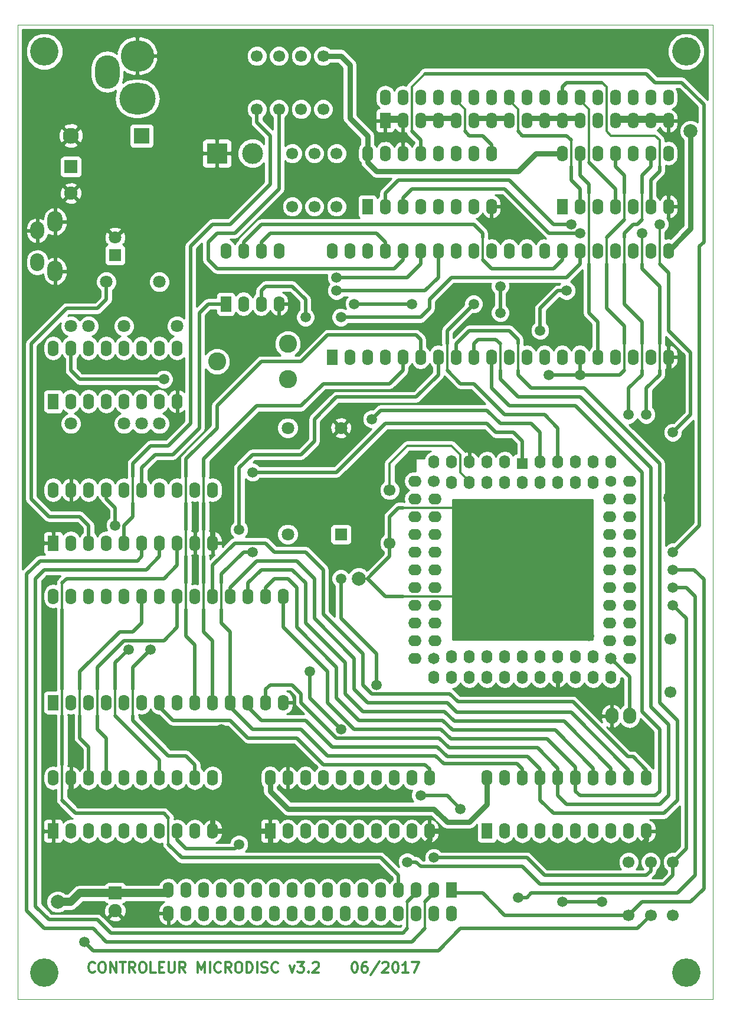
<source format=gtl>
G04 (created by PCBNEW (2013-07-07 BZR 4022)-stable) date 19/03/2022 16:48:29*
%MOIN*%
G04 Gerber Fmt 3.4, Leading zero omitted, Abs format*
%FSLAX34Y34*%
G01*
G70*
G90*
G04 APERTURE LIST*
%ADD10C,0.00590551*%
%ADD11C,0.011811*%
%ADD12C,0.00393701*%
%ADD13O,0.189X0.177165*%
%ADD14O,0.204724X0.177165*%
%ADD15O,0.137795X0.189*%
%ADD16O,0.0866142X0.11811*%
%ADD17O,0.0787402X0.1*%
%ADD18R,0.0629921X0.0905512*%
%ADD19O,0.0629921X0.0905512*%
%ADD20C,0.0669291*%
%ADD21C,0.0708661*%
%ADD22R,0.0629921X0.0629921*%
%ADD23O,0.0629921X0.0748031*%
%ADD24O,0.0748031X0.0629921*%
%ADD25C,0.0649606*%
%ADD26C,0.0629921*%
%ADD27R,0.062X0.09*%
%ADD28O,0.062X0.09*%
%ADD29R,0.0708661X0.0708661*%
%ADD30C,0.0905512*%
%ADD31R,0.0905512X0.0905512*%
%ADD32R,0.0748031X0.0748031*%
%ADD33C,0.0748031*%
%ADD34C,0.102362*%
%ADD35R,0.11811X0.11811*%
%ADD36C,0.11811*%
%ADD37C,0.16*%
%ADD38O,0.0748031X0.0905512*%
%ADD39C,0.0590551*%
%ADD40C,0.0787402*%
%ADD41C,0.019685*%
%ADD42C,0.0137795*%
%ADD43C,0.0314961*%
%ADD44C,0.0472441*%
%ADD45C,0.01*%
G04 APERTURE END LIST*
G54D10*
G54D11*
X19006Y2101D02*
X19062Y2101D01*
X19118Y2073D01*
X19147Y2045D01*
X19175Y1989D01*
X19203Y1876D01*
X19203Y1735D01*
X19175Y1623D01*
X19147Y1567D01*
X19118Y1539D01*
X19062Y1510D01*
X19006Y1510D01*
X18950Y1539D01*
X18922Y1567D01*
X18893Y1623D01*
X18865Y1735D01*
X18865Y1876D01*
X18893Y1989D01*
X18922Y2045D01*
X18950Y2073D01*
X19006Y2101D01*
X19709Y2101D02*
X19597Y2101D01*
X19540Y2073D01*
X19512Y2045D01*
X19456Y1960D01*
X19428Y1848D01*
X19428Y1623D01*
X19456Y1567D01*
X19484Y1539D01*
X19540Y1510D01*
X19653Y1510D01*
X19709Y1539D01*
X19737Y1567D01*
X19765Y1623D01*
X19765Y1764D01*
X19737Y1820D01*
X19709Y1848D01*
X19653Y1876D01*
X19540Y1876D01*
X19484Y1848D01*
X19456Y1820D01*
X19428Y1764D01*
X20440Y2129D02*
X19934Y1370D01*
X20609Y2045D02*
X20637Y2073D01*
X20693Y2101D01*
X20834Y2101D01*
X20890Y2073D01*
X20918Y2045D01*
X20946Y1989D01*
X20946Y1932D01*
X20918Y1848D01*
X20581Y1510D01*
X20946Y1510D01*
X21312Y2101D02*
X21368Y2101D01*
X21424Y2073D01*
X21453Y2045D01*
X21481Y1989D01*
X21509Y1876D01*
X21509Y1735D01*
X21481Y1623D01*
X21453Y1567D01*
X21424Y1539D01*
X21368Y1510D01*
X21312Y1510D01*
X21256Y1539D01*
X21228Y1567D01*
X21199Y1623D01*
X21171Y1735D01*
X21171Y1876D01*
X21199Y1989D01*
X21228Y2045D01*
X21256Y2073D01*
X21312Y2101D01*
X22071Y1510D02*
X21734Y1510D01*
X21902Y1510D02*
X21902Y2101D01*
X21846Y2017D01*
X21790Y1960D01*
X21734Y1932D01*
X22268Y2101D02*
X22662Y2101D01*
X22409Y1510D01*
X4355Y1567D02*
X4327Y1539D01*
X4242Y1510D01*
X4186Y1510D01*
X4102Y1539D01*
X4046Y1595D01*
X4017Y1651D01*
X3989Y1764D01*
X3989Y1848D01*
X4017Y1960D01*
X4046Y2017D01*
X4102Y2073D01*
X4186Y2101D01*
X4242Y2101D01*
X4327Y2073D01*
X4355Y2045D01*
X4721Y2101D02*
X4833Y2101D01*
X4889Y2073D01*
X4946Y2017D01*
X4974Y1904D01*
X4974Y1707D01*
X4946Y1595D01*
X4889Y1539D01*
X4833Y1510D01*
X4721Y1510D01*
X4664Y1539D01*
X4608Y1595D01*
X4580Y1707D01*
X4580Y1904D01*
X4608Y2017D01*
X4664Y2073D01*
X4721Y2101D01*
X5227Y1510D02*
X5227Y2101D01*
X5564Y1510D01*
X5564Y2101D01*
X5761Y2101D02*
X6098Y2101D01*
X5930Y1510D02*
X5930Y2101D01*
X6633Y1510D02*
X6436Y1792D01*
X6295Y1510D02*
X6295Y2101D01*
X6520Y2101D01*
X6577Y2073D01*
X6605Y2045D01*
X6633Y1989D01*
X6633Y1904D01*
X6605Y1848D01*
X6577Y1820D01*
X6520Y1792D01*
X6295Y1792D01*
X6998Y2101D02*
X7111Y2101D01*
X7167Y2073D01*
X7223Y2017D01*
X7251Y1904D01*
X7251Y1707D01*
X7223Y1595D01*
X7167Y1539D01*
X7111Y1510D01*
X6998Y1510D01*
X6942Y1539D01*
X6886Y1595D01*
X6858Y1707D01*
X6858Y1904D01*
X6886Y2017D01*
X6942Y2073D01*
X6998Y2101D01*
X7786Y1510D02*
X7505Y1510D01*
X7505Y2101D01*
X7983Y1820D02*
X8179Y1820D01*
X8264Y1510D02*
X7983Y1510D01*
X7983Y2101D01*
X8264Y2101D01*
X8517Y2101D02*
X8517Y1623D01*
X8545Y1567D01*
X8573Y1539D01*
X8629Y1510D01*
X8742Y1510D01*
X8798Y1539D01*
X8826Y1567D01*
X8854Y1623D01*
X8854Y2101D01*
X9473Y1510D02*
X9276Y1792D01*
X9136Y1510D02*
X9136Y2101D01*
X9361Y2101D01*
X9417Y2073D01*
X9445Y2045D01*
X9473Y1989D01*
X9473Y1904D01*
X9445Y1848D01*
X9417Y1820D01*
X9361Y1792D01*
X9136Y1792D01*
X10176Y1510D02*
X10176Y2101D01*
X10373Y1679D01*
X10570Y2101D01*
X10570Y1510D01*
X10851Y1510D02*
X10851Y2101D01*
X11470Y1567D02*
X11442Y1539D01*
X11357Y1510D01*
X11301Y1510D01*
X11217Y1539D01*
X11160Y1595D01*
X11132Y1651D01*
X11104Y1764D01*
X11104Y1848D01*
X11132Y1960D01*
X11160Y2017D01*
X11217Y2073D01*
X11301Y2101D01*
X11357Y2101D01*
X11442Y2073D01*
X11470Y2045D01*
X12060Y1510D02*
X11863Y1792D01*
X11723Y1510D02*
X11723Y2101D01*
X11948Y2101D01*
X12004Y2073D01*
X12032Y2045D01*
X12060Y1989D01*
X12060Y1904D01*
X12032Y1848D01*
X12004Y1820D01*
X11948Y1792D01*
X11723Y1792D01*
X12426Y2101D02*
X12538Y2101D01*
X12595Y2073D01*
X12651Y2017D01*
X12679Y1904D01*
X12679Y1707D01*
X12651Y1595D01*
X12595Y1539D01*
X12538Y1510D01*
X12426Y1510D01*
X12370Y1539D01*
X12313Y1595D01*
X12285Y1707D01*
X12285Y1904D01*
X12313Y2017D01*
X12370Y2073D01*
X12426Y2101D01*
X12932Y1510D02*
X12932Y2101D01*
X13073Y2101D01*
X13157Y2073D01*
X13213Y2017D01*
X13241Y1960D01*
X13269Y1848D01*
X13269Y1764D01*
X13241Y1651D01*
X13213Y1595D01*
X13157Y1539D01*
X13073Y1510D01*
X12932Y1510D01*
X13523Y1510D02*
X13523Y2101D01*
X13776Y1539D02*
X13860Y1510D01*
X14001Y1510D01*
X14057Y1539D01*
X14085Y1567D01*
X14113Y1623D01*
X14113Y1679D01*
X14085Y1735D01*
X14057Y1764D01*
X14001Y1792D01*
X13888Y1820D01*
X13832Y1848D01*
X13804Y1876D01*
X13776Y1932D01*
X13776Y1989D01*
X13804Y2045D01*
X13832Y2073D01*
X13888Y2101D01*
X14029Y2101D01*
X14113Y2073D01*
X14704Y1567D02*
X14676Y1539D01*
X14591Y1510D01*
X14535Y1510D01*
X14451Y1539D01*
X14394Y1595D01*
X14366Y1651D01*
X14338Y1764D01*
X14338Y1848D01*
X14366Y1960D01*
X14394Y2017D01*
X14451Y2073D01*
X14535Y2101D01*
X14591Y2101D01*
X14676Y2073D01*
X14704Y2045D01*
X15350Y1904D02*
X15491Y1510D01*
X15632Y1904D01*
X15800Y2101D02*
X16166Y2101D01*
X15969Y1876D01*
X16053Y1876D01*
X16110Y1848D01*
X16138Y1820D01*
X16166Y1764D01*
X16166Y1623D01*
X16138Y1567D01*
X16110Y1539D01*
X16053Y1510D01*
X15885Y1510D01*
X15829Y1539D01*
X15800Y1567D01*
X16419Y1567D02*
X16447Y1539D01*
X16419Y1510D01*
X16391Y1539D01*
X16419Y1567D01*
X16419Y1510D01*
X16672Y2045D02*
X16700Y2073D01*
X16757Y2101D01*
X16897Y2101D01*
X16953Y2073D01*
X16982Y2045D01*
X17010Y1989D01*
X17010Y1932D01*
X16982Y1848D01*
X16644Y1510D01*
X17010Y1510D01*
G54D12*
X39250Y55000D02*
X0Y55000D01*
X0Y0D02*
X39250Y0D01*
X0Y0D02*
X0Y55000D01*
X39250Y55000D02*
X39250Y0D01*
G54D13*
X6750Y53250D03*
G54D14*
X6750Y50850D03*
G54D15*
X5050Y52350D03*
G54D16*
X2100Y41100D03*
G54D17*
X1100Y41600D03*
X1100Y43400D03*
G54D16*
X2100Y43900D03*
G54D18*
X24500Y6157D03*
G54D19*
X24500Y4842D03*
X23500Y6157D03*
X23500Y4842D03*
X22500Y6157D03*
X22500Y4842D03*
X21500Y6157D03*
X21500Y4842D03*
X20500Y6157D03*
X20500Y4842D03*
X19500Y6157D03*
X19500Y4842D03*
X18500Y6157D03*
X18500Y4842D03*
X17500Y6157D03*
X17500Y4842D03*
X16500Y6157D03*
X16500Y4842D03*
X15500Y6157D03*
X15500Y4842D03*
X14500Y6157D03*
X14500Y4842D03*
X13500Y6157D03*
X13500Y4842D03*
X12500Y6157D03*
X12500Y4842D03*
X11500Y6157D03*
X11500Y4842D03*
X10500Y6157D03*
X10500Y4842D03*
X9500Y6157D03*
X9500Y4842D03*
X8500Y6157D03*
X8500Y4842D03*
G54D18*
X20750Y49592D03*
G54D19*
X20750Y50907D03*
X21750Y49592D03*
X21750Y50907D03*
X22750Y49592D03*
X22750Y50907D03*
X23750Y49592D03*
X23750Y50907D03*
X24750Y49592D03*
X24750Y50907D03*
X25750Y49592D03*
X25750Y50907D03*
X26750Y49592D03*
X26750Y50907D03*
X27750Y49592D03*
X27750Y50907D03*
X28750Y49592D03*
X28750Y50907D03*
X29750Y49592D03*
X29750Y50907D03*
X30750Y49592D03*
X30750Y50907D03*
X31750Y49592D03*
X31750Y50907D03*
X32750Y49592D03*
X32750Y50907D03*
X33750Y49592D03*
X33750Y50907D03*
X34750Y49592D03*
X34750Y50907D03*
X35750Y49592D03*
X35750Y50907D03*
X36750Y49592D03*
X36750Y50907D03*
G54D20*
X16750Y44750D03*
X16750Y47750D03*
G54D21*
X9000Y38000D03*
X6000Y38000D03*
X3000Y32500D03*
X6000Y32500D03*
X8000Y40500D03*
X5000Y40500D03*
G54D20*
X13500Y53250D03*
X13500Y50250D03*
X14750Y53250D03*
X14750Y50250D03*
X16000Y53250D03*
X16000Y50250D03*
X17250Y53250D03*
X17250Y50250D03*
G54D22*
X28500Y30250D03*
G54D23*
X28500Y29171D03*
X27500Y30328D03*
X27500Y29171D03*
X26500Y30328D03*
X26500Y29171D03*
X25500Y30328D03*
X25500Y29171D03*
X24500Y30328D03*
X24500Y29171D03*
X23500Y30328D03*
G54D24*
X22421Y29250D03*
G54D20*
X23500Y29250D03*
G54D24*
X22421Y28250D03*
X23578Y28250D03*
X22421Y27250D03*
X23578Y27250D03*
X22421Y26250D03*
X23578Y26250D03*
X22421Y25250D03*
X23578Y25250D03*
X22421Y24250D03*
X23578Y24250D03*
X22421Y23250D03*
X23578Y23250D03*
X22421Y22250D03*
X23578Y22250D03*
X22421Y21250D03*
X23578Y21250D03*
X22421Y20250D03*
X23578Y20250D03*
X22421Y19250D03*
G54D23*
X23500Y18171D03*
G54D25*
X23500Y19250D03*
G54D23*
X24500Y18171D03*
X24500Y19328D03*
X25500Y18171D03*
X25500Y19328D03*
X26500Y18171D03*
X26500Y19328D03*
X27500Y18171D03*
X27500Y19328D03*
X28500Y18171D03*
X28500Y19328D03*
X29500Y18171D03*
X29500Y19328D03*
X30500Y18171D03*
X30500Y19328D03*
X31500Y18171D03*
X31500Y19328D03*
X32500Y18171D03*
X32500Y19328D03*
X33500Y18171D03*
G54D24*
X34578Y19250D03*
G54D25*
X33500Y19250D03*
G54D24*
X34578Y20250D03*
X33421Y20250D03*
X34578Y21250D03*
X33421Y21250D03*
X34578Y22250D03*
X33421Y22250D03*
X34578Y23250D03*
X33421Y23250D03*
X34578Y24250D03*
X33421Y24250D03*
X34578Y25250D03*
X33421Y25250D03*
X34578Y26250D03*
X33421Y26250D03*
X34578Y27250D03*
X33421Y27250D03*
X34578Y28250D03*
X33421Y28250D03*
X34578Y29250D03*
G54D23*
X33500Y30328D03*
G54D26*
X33500Y29250D03*
G54D23*
X32500Y30328D03*
X32500Y29171D03*
X31500Y30328D03*
X31500Y29171D03*
X30500Y30328D03*
X30500Y29171D03*
X29500Y30328D03*
X29500Y29171D03*
G54D27*
X11750Y39250D03*
G54D28*
X12750Y39250D03*
X13750Y39250D03*
X14750Y39250D03*
X14750Y42250D03*
X13750Y42250D03*
X12750Y42250D03*
X11750Y42250D03*
G54D27*
X17750Y36250D03*
G54D28*
X18750Y36250D03*
X19750Y36250D03*
X20750Y36250D03*
X21750Y36250D03*
X22750Y36250D03*
X23750Y36250D03*
X24750Y36250D03*
X25750Y36250D03*
X26750Y36250D03*
X27750Y36250D03*
X28750Y36250D03*
X29750Y36250D03*
X30750Y36250D03*
X31750Y36250D03*
X32750Y36250D03*
X33750Y36250D03*
X34750Y36250D03*
X35750Y36250D03*
X36750Y36250D03*
X36750Y42250D03*
X35750Y42250D03*
X34750Y42250D03*
X33750Y42250D03*
X32750Y42250D03*
X31750Y42250D03*
X30750Y42250D03*
X29750Y42250D03*
X28750Y42250D03*
X27750Y42250D03*
X26750Y42250D03*
X25750Y42250D03*
X24750Y42250D03*
X23750Y42250D03*
X22750Y42250D03*
X21750Y42250D03*
X20750Y42250D03*
X19750Y42250D03*
X18750Y42250D03*
X17750Y42250D03*
G54D27*
X2000Y16750D03*
G54D28*
X3000Y16750D03*
X4000Y16750D03*
X5000Y16750D03*
X6000Y16750D03*
X7000Y16750D03*
X8000Y16750D03*
X9000Y16750D03*
X10000Y16750D03*
X11000Y16750D03*
X12000Y16750D03*
X13000Y16750D03*
X14000Y16750D03*
X15000Y16750D03*
X15000Y22750D03*
X14000Y22750D03*
X13000Y22750D03*
X12000Y22750D03*
X11000Y22750D03*
X10000Y22750D03*
X9000Y22750D03*
X8000Y22750D03*
X7000Y22750D03*
X6000Y22750D03*
X5000Y22750D03*
X4000Y22750D03*
X3000Y22750D03*
X2000Y22750D03*
G54D27*
X26500Y9500D03*
G54D28*
X27500Y9500D03*
X28500Y9500D03*
X29500Y9500D03*
X30500Y9500D03*
X31500Y9500D03*
X32500Y9500D03*
X33500Y9500D03*
X34500Y9500D03*
X35500Y9500D03*
X35500Y12500D03*
X34500Y12500D03*
X33500Y12500D03*
X32500Y12500D03*
X31500Y12500D03*
X30500Y12500D03*
X29500Y12500D03*
X28500Y12500D03*
X27500Y12500D03*
X26500Y12500D03*
G54D27*
X2000Y9500D03*
G54D28*
X3000Y9500D03*
X4000Y9500D03*
X5000Y9500D03*
X6000Y9500D03*
X7000Y9500D03*
X8000Y9500D03*
X9000Y9500D03*
X10000Y9500D03*
X11000Y9500D03*
X11000Y12500D03*
X10000Y12500D03*
X9000Y12500D03*
X8000Y12500D03*
X7000Y12500D03*
X6000Y12500D03*
X5000Y12500D03*
X4000Y12500D03*
X3000Y12500D03*
X2000Y12500D03*
G54D27*
X14250Y9500D03*
G54D28*
X15250Y9500D03*
X16250Y9500D03*
X17250Y9500D03*
X18250Y9500D03*
X19250Y9500D03*
X20250Y9500D03*
X21250Y9500D03*
X22250Y9500D03*
X23250Y9500D03*
X23250Y12500D03*
X22250Y12500D03*
X21250Y12500D03*
X20250Y12500D03*
X19250Y12500D03*
X18250Y12500D03*
X17250Y12500D03*
X16250Y12500D03*
X15250Y12500D03*
X14250Y12500D03*
G54D27*
X2000Y25750D03*
G54D28*
X3000Y25750D03*
X4000Y25750D03*
X5000Y25750D03*
X6000Y25750D03*
X7000Y25750D03*
X8000Y25750D03*
X9000Y25750D03*
X10000Y25750D03*
X11000Y25750D03*
X11000Y28750D03*
X10000Y28750D03*
X9000Y28750D03*
X8000Y28750D03*
X7000Y28750D03*
X6000Y28750D03*
X5000Y28750D03*
X4000Y28750D03*
X3000Y28750D03*
X2000Y28750D03*
G54D27*
X19750Y44750D03*
G54D28*
X20750Y44750D03*
X21750Y44750D03*
X22750Y44750D03*
X23750Y44750D03*
X24750Y44750D03*
X25750Y44750D03*
X26750Y44750D03*
X26750Y47750D03*
X25750Y47750D03*
X24750Y47750D03*
X23750Y47750D03*
X22750Y47750D03*
X21750Y47750D03*
X20750Y47750D03*
X19750Y47750D03*
G54D27*
X2000Y33750D03*
G54D28*
X3000Y33750D03*
X4000Y33750D03*
X5000Y33750D03*
X6000Y33750D03*
X7000Y33750D03*
X8000Y33750D03*
X9000Y33750D03*
X9000Y36750D03*
X8000Y36750D03*
X7000Y36750D03*
X6000Y36750D03*
X5000Y36750D03*
X4000Y36750D03*
X3000Y36750D03*
X2000Y36750D03*
G54D27*
X30750Y44750D03*
G54D28*
X31750Y44750D03*
X32750Y44750D03*
X33750Y44750D03*
X34750Y44750D03*
X35750Y44750D03*
X36750Y44750D03*
X36750Y47750D03*
X35750Y47750D03*
X34750Y47750D03*
X33750Y47750D03*
X32750Y47750D03*
X31750Y47750D03*
X30750Y47750D03*
G54D29*
X5500Y42000D03*
G54D21*
X5500Y43000D03*
X8000Y32500D03*
X7000Y32500D03*
X3000Y38000D03*
X4000Y38000D03*
G54D29*
X18250Y26250D03*
G54D21*
X15250Y26250D03*
X15250Y32250D03*
X18250Y32250D03*
G54D20*
X18000Y44750D03*
X18000Y47750D03*
G54D30*
X3000Y48750D03*
G54D31*
X7000Y48750D03*
G54D32*
X3000Y47000D03*
G54D33*
X3000Y45500D03*
G54D34*
X15250Y35000D03*
X11250Y36000D03*
X15250Y37000D03*
G54D35*
X11250Y47750D03*
G54D36*
X13250Y47750D03*
G54D37*
X1500Y53500D03*
X37750Y53500D03*
X37750Y1500D03*
X1500Y1500D03*
G54D20*
X35750Y4750D03*
X35750Y7750D03*
X37000Y4750D03*
X37000Y7750D03*
X34500Y7750D03*
X34500Y4750D03*
G54D32*
X5500Y6000D03*
G54D33*
X5500Y5000D03*
G54D20*
X21000Y25750D03*
X21000Y28750D03*
X15500Y47750D03*
X15500Y44750D03*
X36850Y20350D03*
X36850Y17350D03*
G54D38*
X34550Y16000D03*
X33550Y16000D03*
G54D39*
X25750Y39250D03*
X16250Y38500D03*
X20000Y32750D03*
X19000Y39250D03*
X22250Y39250D03*
X6250Y19750D03*
X12500Y8750D03*
X7500Y19750D03*
X16500Y18500D03*
X18250Y15250D03*
X37000Y25250D03*
X35250Y43250D03*
X31750Y43250D03*
X35500Y33000D03*
X12500Y26500D03*
X13250Y25250D03*
X33000Y5500D03*
X30750Y5500D03*
X31250Y43750D03*
X36250Y43750D03*
X37000Y32000D03*
X27250Y38750D03*
X27250Y40250D03*
X29500Y37750D03*
X31000Y40000D03*
X23500Y8000D03*
X18000Y40750D03*
X22000Y7750D03*
X37000Y22250D03*
X37000Y24250D03*
X28250Y5750D03*
X37000Y23250D03*
X25000Y10750D03*
X20250Y17750D03*
X22750Y11500D03*
X18250Y23750D03*
X5500Y26750D03*
X13250Y29750D03*
X34500Y33000D03*
X30000Y35250D03*
X31750Y35250D03*
X18000Y40000D03*
G54D40*
X36850Y28300D03*
X25750Y31750D03*
G54D39*
X11500Y15250D03*
G54D40*
X12750Y31500D03*
X20750Y31250D03*
G54D39*
X8250Y35000D03*
X18250Y38500D03*
X3750Y3250D03*
G54D40*
X2250Y5500D03*
X38000Y49000D03*
G54D39*
X25500Y27500D03*
X32250Y20500D03*
X31750Y24750D03*
X28250Y27500D03*
X31750Y27750D03*
X25500Y23000D03*
X26000Y20750D03*
G54D40*
X19250Y23750D03*
G54D41*
X30500Y32250D02*
X30500Y30250D01*
X24250Y37750D02*
X24250Y37000D01*
G54D42*
X24250Y37000D02*
X24250Y35500D01*
G54D41*
X27500Y33000D02*
X29750Y33000D01*
X29750Y33000D02*
X30500Y32250D01*
X25000Y34750D02*
X25750Y34750D01*
X25750Y34750D02*
X27500Y33000D01*
X24250Y35500D02*
X25000Y34750D01*
X24250Y37750D02*
X25750Y39250D01*
X29500Y32000D02*
X29500Y30250D01*
X20500Y33250D02*
X26500Y33250D01*
X14000Y40250D02*
X15500Y40250D01*
X15500Y40250D02*
X16250Y39500D01*
X16250Y39500D02*
X16250Y38500D01*
X27250Y32500D02*
X26500Y33250D01*
X29500Y32000D02*
X29000Y32500D01*
X29000Y32500D02*
X27250Y32500D01*
X20500Y33250D02*
X20000Y32750D01*
X14000Y40250D02*
X13750Y40000D01*
X13750Y40000D02*
X13750Y39250D01*
X19000Y39250D02*
X22250Y39250D01*
X13750Y42250D02*
X13750Y42750D01*
X13750Y42750D02*
X14250Y43250D01*
X14250Y43250D02*
X20250Y43250D01*
X20250Y43250D02*
X20750Y42750D01*
X20750Y42750D02*
X20750Y42250D01*
X10500Y30500D02*
X13500Y33500D01*
X17250Y34750D02*
X21000Y34750D01*
X16000Y33500D02*
X17250Y34750D01*
X13500Y33500D02*
X16000Y33500D01*
X10500Y30500D02*
X10500Y29500D01*
X10500Y28000D02*
X10500Y26500D01*
G54D42*
X10500Y28000D02*
X10500Y29500D01*
G54D41*
X10500Y22000D02*
X10500Y20750D01*
X11000Y20250D02*
X11000Y16750D01*
X11000Y20250D02*
X10500Y20750D01*
G54D42*
X10500Y22000D02*
X10500Y23500D01*
X10500Y25000D02*
X10500Y26500D01*
G54D41*
X10500Y23500D02*
X10500Y25000D01*
X21750Y36250D02*
X21750Y35500D01*
X21750Y35500D02*
X21000Y34750D01*
X9000Y22750D02*
X9000Y21000D01*
X6000Y20250D02*
X4500Y18750D01*
X8250Y20250D02*
X6000Y20250D01*
X9000Y21000D02*
X8250Y20250D01*
X4500Y16000D02*
X4500Y15250D01*
X4500Y18750D02*
X4500Y17500D01*
G54D42*
X4500Y16000D02*
X4500Y17500D01*
G54D41*
X5000Y12500D02*
X5000Y14750D01*
X5000Y14750D02*
X4500Y15250D01*
X7000Y22750D02*
X7000Y21250D01*
X5750Y20750D02*
X3500Y18500D01*
X6500Y20750D02*
X5750Y20750D01*
X7000Y21250D02*
X6500Y20750D01*
X3500Y16000D02*
X3500Y14750D01*
X3500Y18500D02*
X3500Y17500D01*
X3500Y14750D02*
X4000Y14250D01*
X4000Y14250D02*
X4000Y12500D01*
G54D42*
X3500Y17500D02*
X3500Y16000D01*
G54D41*
X5500Y19000D02*
X5500Y17500D01*
X6250Y19750D02*
X5500Y19000D01*
G54D42*
X5500Y17500D02*
X5500Y16000D01*
G54D41*
X5500Y16000D02*
X8000Y13500D01*
X8000Y13500D02*
X8000Y12500D01*
X9000Y9500D02*
X9000Y9000D01*
X9000Y9000D02*
X9500Y8500D01*
X9500Y8500D02*
X12250Y8500D01*
X12250Y8500D02*
X12500Y8750D01*
X6500Y16000D02*
X6500Y15750D01*
X6500Y18750D02*
X6500Y17500D01*
G54D42*
X6500Y16000D02*
X6500Y17500D01*
G54D41*
X6500Y15750D02*
X8500Y13750D01*
X10000Y13250D02*
X10000Y12500D01*
X9500Y13750D02*
X10000Y13250D01*
X8500Y13750D02*
X9500Y13750D01*
X6500Y18750D02*
X7500Y19750D01*
X11250Y32250D02*
X9500Y30500D01*
X9500Y30500D02*
X9500Y29500D01*
X17500Y37500D02*
X16000Y36000D01*
X11250Y33500D02*
X11250Y32250D01*
X13750Y36000D02*
X11250Y33500D01*
X16000Y36000D02*
X13750Y36000D01*
X9500Y26500D02*
X9500Y28000D01*
X9500Y25000D02*
X9500Y23500D01*
X9500Y22000D02*
X9500Y20500D01*
G54D42*
X9500Y29500D02*
X9500Y28000D01*
G54D41*
X22750Y36250D02*
X22750Y37250D01*
X22500Y37500D02*
X17500Y37500D01*
X22750Y37250D02*
X22500Y37500D01*
X9500Y20500D02*
X10000Y20000D01*
X10000Y20000D02*
X10000Y16750D01*
G54D42*
X9500Y26500D02*
X9500Y25000D01*
X9500Y23500D02*
X9500Y22000D01*
G54D41*
X16500Y17000D02*
X18250Y15250D01*
X16500Y17000D02*
X16500Y18500D01*
X17250Y13250D02*
X23000Y13250D01*
X23250Y13000D02*
X23250Y12500D01*
X23000Y13250D02*
X23250Y13000D01*
X12000Y15750D02*
X8750Y15750D01*
X8750Y15750D02*
X8000Y16500D01*
X8000Y16750D02*
X8000Y16500D01*
X15750Y14750D02*
X17250Y13250D01*
X13000Y14750D02*
X15750Y14750D01*
X12000Y15750D02*
X13000Y14750D01*
G54D42*
X22250Y49250D02*
X22250Y51500D01*
G54D41*
X23000Y52250D02*
X23250Y52250D01*
G54D42*
X22250Y51500D02*
X23000Y52250D01*
G54D41*
X35500Y52250D02*
X36000Y51750D01*
X38750Y50500D02*
X38750Y42750D01*
X37500Y51750D02*
X38750Y50500D01*
X36000Y51750D02*
X37500Y51750D01*
X22750Y48500D02*
X22250Y49000D01*
G54D42*
X22250Y49000D02*
X22250Y49250D01*
G54D41*
X22750Y47750D02*
X22750Y48500D01*
X38500Y26750D02*
X37000Y25250D01*
X38500Y42500D02*
X38500Y26750D01*
X35500Y52250D02*
X23250Y52250D01*
X38750Y42750D02*
X38500Y42500D01*
X35250Y41250D02*
X35250Y41500D01*
X36250Y35500D02*
X36250Y35250D01*
X36250Y40250D02*
X36250Y37000D01*
G54D42*
X35250Y43250D02*
X35250Y41500D01*
G54D41*
X21750Y45250D02*
X22250Y45750D01*
X22250Y45750D02*
X27500Y45750D01*
X27500Y45750D02*
X30000Y43250D01*
X30000Y43250D02*
X31750Y43250D01*
X21750Y45250D02*
X21750Y44750D01*
X35500Y34500D02*
X36250Y35250D01*
X35500Y33000D02*
X35500Y34500D01*
X35250Y41250D02*
X36250Y40250D01*
G54D42*
X36250Y37000D02*
X36250Y35500D01*
G54D41*
X23550Y13750D02*
X23600Y13750D01*
X24050Y13300D02*
X28200Y13300D01*
X23600Y13750D02*
X24050Y13300D01*
X11500Y24000D02*
X11500Y23500D01*
X11500Y22000D02*
X11500Y21250D01*
X12500Y26500D02*
X12500Y30000D01*
X23750Y35250D02*
X23750Y36250D01*
X22500Y34000D02*
X23750Y35250D01*
X13250Y30750D02*
X16000Y30750D01*
X12000Y16750D02*
X12000Y20750D01*
X12000Y20750D02*
X11500Y21250D01*
X18000Y34000D02*
X16750Y32750D01*
X16750Y32750D02*
X16750Y31500D01*
X16750Y31500D02*
X16000Y30750D01*
X22500Y34000D02*
X18000Y34000D01*
X13250Y25250D02*
X12750Y25250D01*
X12750Y25250D02*
X11500Y24000D01*
G54D42*
X11500Y23500D02*
X11500Y22000D01*
G54D41*
X12500Y30000D02*
X13250Y30750D01*
X12000Y16750D02*
X12000Y16500D01*
X12000Y16500D02*
X13250Y15250D01*
X16000Y15250D02*
X17500Y13750D01*
X13250Y15250D02*
X16000Y15250D01*
X28500Y13000D02*
X28500Y12500D01*
X28200Y13300D02*
X28500Y13000D01*
X17500Y13750D02*
X23550Y13750D01*
X28750Y13700D02*
X28800Y13700D01*
X28800Y13700D02*
X29500Y13000D01*
X23650Y14250D02*
X23700Y14250D01*
X24250Y13700D02*
X28750Y13700D01*
X23700Y14250D02*
X24250Y13700D01*
X13000Y16750D02*
X13000Y16500D01*
X13000Y16500D02*
X13750Y15750D01*
X16250Y15750D02*
X17750Y14250D01*
X13750Y15750D02*
X16250Y15750D01*
X23650Y14250D02*
X17750Y14250D01*
X37250Y11250D02*
X37250Y15750D01*
X29500Y11250D02*
X30250Y10500D01*
X36500Y10500D02*
X37250Y11250D01*
X30250Y10500D02*
X36500Y10500D01*
X28250Y35500D02*
X28250Y35250D01*
X36250Y16750D02*
X36250Y30250D01*
X24750Y37000D02*
X25500Y37750D01*
X24750Y36250D02*
X24750Y37000D01*
X29000Y34500D02*
X32000Y34500D01*
X28250Y35250D02*
X29000Y34500D01*
G54D42*
X28250Y37000D02*
X28250Y35500D01*
G54D41*
X27750Y37750D02*
X28250Y37250D01*
X25500Y37750D02*
X27750Y37750D01*
X37250Y15750D02*
X36250Y16750D01*
X36250Y30250D02*
X32000Y34500D01*
X28250Y37250D02*
X28250Y37000D01*
X29500Y11250D02*
X29500Y12500D01*
X29500Y12500D02*
X29500Y13000D01*
X23250Y14750D02*
X23800Y14750D01*
X23800Y14750D02*
X24350Y14200D01*
X30500Y13000D02*
X30500Y13050D01*
X30500Y13000D02*
X30500Y12500D01*
X24350Y14200D02*
X29050Y14200D01*
X30500Y13050D02*
X29350Y14200D01*
X29350Y14200D02*
X29050Y14200D01*
X15500Y17750D02*
X16000Y17250D01*
X14000Y17500D02*
X14250Y17750D01*
X14250Y17750D02*
X15500Y17750D01*
X14000Y16750D02*
X14000Y17500D01*
X18000Y14750D02*
X23250Y14750D01*
X16000Y17250D02*
X16000Y16750D01*
X16000Y16750D02*
X18000Y14750D01*
X36750Y11500D02*
X36750Y15500D01*
X30500Y11500D02*
X30500Y12500D01*
X31000Y11000D02*
X30500Y11500D01*
X36250Y11000D02*
X31000Y11000D01*
X36750Y11500D02*
X36250Y11000D01*
X27250Y35500D02*
X27250Y35000D01*
X35750Y30000D02*
X35750Y16500D01*
X35750Y16500D02*
X36750Y15500D01*
X25750Y37000D02*
X26000Y37250D01*
X27000Y37250D02*
X27250Y37000D01*
X26000Y37250D02*
X27000Y37250D01*
X31750Y34000D02*
X28250Y34000D01*
X28250Y34000D02*
X27250Y35000D01*
G54D42*
X27250Y35500D02*
X27250Y37000D01*
G54D41*
X25750Y37000D02*
X25750Y36250D01*
X31750Y34000D02*
X35750Y30000D01*
X29850Y14700D02*
X29900Y14700D01*
X29900Y14700D02*
X31500Y13100D01*
X29850Y14700D02*
X29350Y14700D01*
X23450Y15250D02*
X23900Y15250D01*
X24450Y14700D02*
X29350Y14700D01*
X23900Y15250D02*
X24450Y14700D01*
X15000Y21000D02*
X17500Y18500D01*
X17500Y16750D02*
X19000Y15250D01*
X15000Y22750D02*
X15000Y21000D01*
X19000Y15250D02*
X23450Y15250D01*
X17500Y18500D02*
X17500Y16750D01*
X31500Y12500D02*
X31500Y11750D01*
X31500Y11750D02*
X31750Y11500D01*
X31500Y13100D02*
X31500Y12500D01*
X26750Y34500D02*
X26750Y36250D01*
X36250Y11750D02*
X36250Y15250D01*
X36000Y11500D02*
X36250Y11750D01*
X31750Y11500D02*
X36000Y11500D01*
X27750Y33500D02*
X31500Y33500D01*
X31500Y33500D02*
X35250Y29750D01*
X35250Y16250D02*
X35250Y29750D01*
X36250Y15250D02*
X35250Y16250D01*
X27750Y33500D02*
X26750Y34500D01*
X23650Y15750D02*
X24000Y15750D01*
X24550Y15200D02*
X24850Y15200D01*
X24000Y15750D02*
X24550Y15200D01*
X30350Y15200D02*
X32500Y13050D01*
X24850Y15200D02*
X30350Y15200D01*
X15750Y21000D02*
X18000Y18750D01*
X18000Y17000D02*
X19250Y15750D01*
X19250Y15750D02*
X23650Y15750D01*
X14000Y23250D02*
X14000Y22750D01*
X14500Y23750D02*
X14000Y23250D01*
X15250Y23750D02*
X14500Y23750D01*
X15750Y23250D02*
X15250Y23750D01*
X15750Y23250D02*
X15750Y21000D01*
X18000Y18750D02*
X18000Y17000D01*
X32500Y13050D02*
X32500Y12500D01*
X23950Y16250D02*
X24100Y16250D01*
X30850Y15700D02*
X33500Y13050D01*
X24650Y15700D02*
X30850Y15700D01*
X24100Y16250D02*
X24650Y15700D01*
X16250Y21250D02*
X18500Y19000D01*
X18500Y19000D02*
X18500Y17250D01*
X16250Y21250D02*
X16250Y23500D01*
X16250Y23500D02*
X15500Y24250D01*
X15500Y24250D02*
X13750Y24250D01*
X13750Y24250D02*
X13000Y23500D01*
X13000Y23500D02*
X13000Y22750D01*
X23950Y16250D02*
X19500Y16250D01*
X33500Y12500D02*
X33500Y13050D01*
X18500Y17250D02*
X19500Y16250D01*
X30750Y5500D02*
X33000Y5500D01*
X25150Y16200D02*
X24800Y16200D01*
X24800Y16200D02*
X24250Y16750D01*
X34500Y12950D02*
X34500Y12500D01*
X31250Y16200D02*
X34500Y12950D01*
X25150Y16200D02*
X31250Y16200D01*
X16750Y21500D02*
X19000Y19250D01*
X19750Y16750D02*
X19000Y17500D01*
X19750Y16750D02*
X24250Y16750D01*
X15750Y24750D02*
X13500Y24750D01*
X16750Y23750D02*
X16750Y21500D01*
X15750Y24750D02*
X16750Y23750D01*
X13500Y24750D02*
X12000Y23250D01*
X12000Y23250D02*
X12000Y22750D01*
X19000Y19250D02*
X19000Y17500D01*
X33250Y14900D02*
X34450Y13700D01*
X35500Y12950D02*
X35500Y12500D01*
X34750Y13700D02*
X35500Y12950D01*
X34450Y13700D02*
X34750Y13700D01*
X24850Y16800D02*
X24400Y17250D01*
X31350Y16800D02*
X24850Y16800D01*
X33250Y14900D02*
X31350Y16800D01*
X11000Y22750D02*
X11000Y24500D01*
X14000Y25750D02*
X14500Y25250D01*
X12250Y25750D02*
X14000Y25750D01*
X11000Y24500D02*
X12250Y25750D01*
X16250Y25250D02*
X14500Y25250D01*
X17250Y21750D02*
X17250Y24250D01*
X17250Y24250D02*
X16250Y25250D01*
X24400Y17250D02*
X20000Y17250D01*
X19500Y17750D02*
X20000Y17250D01*
X19500Y19500D02*
X19500Y17750D01*
X17250Y21750D02*
X19500Y19500D01*
G54D42*
X21000Y28750D02*
X21000Y30250D01*
X25000Y29750D02*
X25500Y29250D01*
X25000Y30750D02*
X25000Y29750D01*
X24500Y31250D02*
X25000Y30750D01*
X22000Y31250D02*
X24500Y31250D01*
X21000Y30250D02*
X22000Y31250D01*
X36250Y43750D02*
X36250Y41500D01*
G54D41*
X20750Y45500D02*
X21500Y46250D01*
X21500Y46250D02*
X27750Y46250D01*
X27750Y46250D02*
X30250Y43750D01*
X30250Y43750D02*
X31250Y43750D01*
X20750Y44750D02*
X20750Y45500D01*
X37000Y32000D02*
X38000Y33000D01*
X38000Y33000D02*
X38000Y36500D01*
X36250Y41500D02*
X36750Y41000D01*
X36750Y41000D02*
X36750Y37750D01*
X36750Y37750D02*
X38000Y36500D01*
X27250Y38750D02*
X27250Y40250D01*
X29500Y37750D02*
X29500Y39000D01*
X29500Y39000D02*
X30500Y40000D01*
X30500Y40000D02*
X31000Y40000D01*
X35750Y7750D02*
X35750Y7250D01*
X28750Y8000D02*
X23500Y8000D01*
X29750Y7000D02*
X28750Y8000D01*
X35500Y7000D02*
X29750Y7000D01*
X35750Y7250D02*
X35500Y7000D01*
X22000Y40750D02*
X22750Y41500D01*
X22750Y41500D02*
X22750Y42250D01*
X18000Y40750D02*
X22000Y40750D01*
X1000Y5250D02*
X1000Y23750D01*
X1500Y24250D02*
X7250Y24250D01*
X1000Y23750D02*
X1500Y24250D01*
X1000Y5250D02*
X1750Y4500D01*
X4500Y4500D02*
X5250Y3750D01*
X1750Y4500D02*
X4500Y4500D01*
X5250Y3750D02*
X21750Y3750D01*
X21750Y3750D02*
X22000Y4000D01*
X8000Y25000D02*
X8000Y25750D01*
X7250Y24250D02*
X8000Y25000D01*
G54D42*
X22000Y5500D02*
X22000Y4000D01*
G54D41*
X22500Y6000D02*
X22000Y5500D01*
X37750Y15850D02*
X37750Y21500D01*
X37750Y21500D02*
X37000Y22250D01*
X37750Y8500D02*
X37750Y15850D01*
X22000Y7750D02*
X22500Y7750D01*
X37000Y7000D02*
X37000Y7750D01*
X36500Y6500D02*
X37000Y7000D01*
X29500Y6500D02*
X36500Y6500D01*
X28500Y7500D02*
X29500Y6500D01*
X22750Y7500D02*
X28500Y7500D01*
X22500Y7750D02*
X22750Y7500D01*
X37750Y8500D02*
X37000Y7750D01*
X38750Y16550D02*
X38750Y23700D01*
X38200Y24250D02*
X37000Y24250D01*
X38750Y23700D02*
X38200Y24250D01*
X30250Y4750D02*
X27500Y4750D01*
X26250Y6000D02*
X24500Y6000D01*
X27500Y4750D02*
X26250Y6000D01*
X38000Y5500D02*
X38750Y6250D01*
X38750Y6250D02*
X38750Y16550D01*
X30250Y4750D02*
X34500Y4750D01*
X34500Y4750D02*
X35250Y5500D01*
X35250Y5500D02*
X38000Y5500D01*
X31250Y46250D02*
X31250Y47000D01*
X28250Y49000D02*
X28500Y48750D01*
G54D42*
X31250Y48500D02*
X31250Y47000D01*
G54D41*
X31000Y48750D02*
X31250Y48500D01*
X28500Y48750D02*
X31000Y48750D01*
G54D42*
X27750Y50750D02*
X28250Y50250D01*
X28250Y50250D02*
X28250Y49000D01*
G54D41*
X31250Y46250D02*
X31750Y45750D01*
X31750Y45750D02*
X31750Y44750D01*
X6750Y24750D02*
X1250Y24750D01*
X500Y24000D02*
X500Y5000D01*
X1250Y24750D02*
X500Y24000D01*
X23000Y5500D02*
X23500Y6000D01*
X22250Y3250D02*
X23000Y4000D01*
G54D42*
X23000Y4000D02*
X23000Y5500D01*
G54D41*
X22250Y3250D02*
X5000Y3250D01*
X4250Y4000D02*
X5000Y3250D01*
X7000Y25750D02*
X7000Y25000D01*
X7000Y25000D02*
X6750Y24750D01*
X1500Y4000D02*
X4250Y4000D01*
X500Y5000D02*
X1500Y4000D01*
X13500Y50250D02*
X13500Y49500D01*
X14250Y46000D02*
X12750Y44500D01*
X14250Y48750D02*
X14250Y46000D01*
X13500Y49500D02*
X14250Y48750D01*
X6500Y30250D02*
X7500Y31250D01*
X9750Y32500D02*
X9750Y42500D01*
X8500Y31250D02*
X9750Y32500D01*
X7500Y31250D02*
X8500Y31250D01*
X11000Y43750D02*
X9750Y42500D01*
X12750Y44500D02*
X12000Y43750D01*
X12000Y43750D02*
X11000Y43750D01*
X6500Y27250D02*
X6000Y26750D01*
X6000Y26750D02*
X6000Y25750D01*
G54D42*
X6500Y29500D02*
X6500Y28000D01*
G54D41*
X6500Y28000D02*
X6500Y27250D01*
X6500Y30250D02*
X6500Y29500D01*
X38250Y11850D02*
X38250Y22750D01*
X37750Y23250D02*
X37000Y23250D01*
X38250Y22750D02*
X37750Y23250D01*
X38250Y11850D02*
X38250Y7000D01*
X38250Y7000D02*
X37250Y6000D01*
X28250Y5750D02*
X28750Y5750D01*
X29000Y6000D02*
X37250Y6000D01*
X28750Y5750D02*
X29000Y6000D01*
X28000Y32000D02*
X28500Y31500D01*
X28500Y31500D02*
X28500Y30250D01*
X18250Y23750D02*
X18250Y21500D01*
X18250Y21500D02*
X20250Y19500D01*
X20250Y19500D02*
X20250Y17750D01*
X22750Y11500D02*
X24250Y11500D01*
X24250Y11500D02*
X25000Y10750D01*
X20750Y32500D02*
X26500Y32500D01*
X5000Y28750D02*
X5000Y28250D01*
X5500Y27750D02*
X5500Y26750D01*
X5000Y28250D02*
X5500Y27750D01*
X13250Y29750D02*
X18000Y29750D01*
X27000Y32000D02*
X26500Y32500D01*
X28000Y32000D02*
X27000Y32000D01*
X20750Y32500D02*
X18000Y29750D01*
X2750Y23750D02*
X2500Y23500D01*
X2500Y17500D02*
X2500Y22000D01*
X9000Y24500D02*
X8250Y23750D01*
X9000Y25750D02*
X9000Y24500D01*
G54D42*
X2500Y23500D02*
X2500Y22000D01*
G54D41*
X8250Y23750D02*
X2750Y23750D01*
X2500Y16000D02*
X2500Y13250D01*
X9250Y8000D02*
X20500Y8000D01*
G54D42*
X2500Y17500D02*
X2500Y16000D01*
X2500Y13250D02*
X2500Y11250D01*
G54D41*
X3250Y10500D02*
X8250Y10500D01*
X8250Y10500D02*
X8500Y10250D01*
G54D42*
X8500Y10250D02*
X8500Y8750D01*
G54D41*
X8500Y8750D02*
X9250Y8000D01*
X2500Y11250D02*
X3250Y10500D01*
X20500Y8000D02*
X21500Y7000D01*
X21500Y7000D02*
X21500Y6000D01*
G54D42*
X24750Y50750D02*
X25250Y50250D01*
G54D41*
X26750Y48250D02*
X26750Y47750D01*
X26250Y48750D02*
X26750Y48250D01*
X25500Y48750D02*
X26250Y48750D01*
X25250Y49000D02*
X25500Y48750D01*
G54D42*
X25250Y50250D02*
X25250Y49000D01*
G54D41*
X34750Y43750D02*
X35000Y43750D01*
G54D42*
X35250Y44000D02*
X35250Y45500D01*
G54D41*
X35000Y43750D02*
X35250Y44000D01*
X35250Y46500D02*
X35250Y45500D01*
X34250Y43000D02*
X34250Y43250D01*
X34250Y41500D02*
X34250Y39250D01*
X35250Y38250D02*
X35250Y37000D01*
X35250Y35500D02*
X35250Y35250D01*
X34250Y43250D02*
X34750Y43750D01*
X35750Y47750D02*
X35750Y47000D01*
X35750Y47000D02*
X35250Y46500D01*
X35250Y35250D02*
X34500Y34500D01*
X34500Y34500D02*
X34500Y33000D01*
G54D42*
X35250Y37000D02*
X35250Y35500D01*
X34250Y43000D02*
X34250Y41500D01*
G54D41*
X34250Y39250D02*
X35250Y38250D01*
X34000Y35250D02*
X31750Y35250D01*
X34250Y45500D02*
X34250Y46500D01*
X33250Y41500D02*
X33250Y39000D01*
X34250Y38000D02*
X34250Y37000D01*
X33250Y43000D02*
X34250Y44000D01*
X33750Y47000D02*
X34250Y46500D01*
X33750Y47750D02*
X33750Y47000D01*
G54D42*
X34250Y37000D02*
X34250Y35500D01*
X34250Y45500D02*
X34250Y44000D01*
G54D41*
X34250Y35500D02*
X34000Y35250D01*
G54D42*
X33250Y43000D02*
X33250Y41500D01*
G54D41*
X33250Y39000D02*
X34250Y38000D01*
X30000Y35250D02*
X31750Y35250D01*
X31750Y35250D02*
X31750Y36250D01*
X23750Y40750D02*
X23750Y42250D01*
X18000Y40000D02*
X23000Y40000D01*
X23000Y40000D02*
X23750Y40750D01*
G54D42*
X33250Y49500D02*
X33250Y51500D01*
G54D41*
X33000Y51750D02*
X32500Y51750D01*
G54D42*
X33250Y51500D02*
X33000Y51750D01*
G54D41*
X36250Y46750D02*
X36250Y47000D01*
X35750Y44750D02*
X35750Y46250D01*
X35750Y46250D02*
X36250Y46750D01*
G54D42*
X36250Y47000D02*
X36250Y48500D01*
X33250Y49500D02*
X33250Y49000D01*
X33500Y48750D02*
X36000Y48750D01*
X33250Y49000D02*
X33500Y48750D01*
X36250Y48500D02*
X36000Y48750D01*
G54D41*
X30750Y51500D02*
X30750Y50750D01*
X31000Y51750D02*
X30750Y51500D01*
X32500Y51750D02*
X31000Y51750D01*
G54D42*
X31750Y50750D02*
X32250Y50250D01*
X32250Y50250D02*
X32250Y47250D01*
G54D41*
X32250Y47250D02*
X33750Y45750D01*
X33750Y45750D02*
X33750Y44750D01*
X14750Y50250D02*
X14750Y45750D01*
X14750Y45750D02*
X12250Y43250D01*
X10750Y42750D02*
X10750Y41750D01*
X10750Y41750D02*
X11250Y41250D01*
X10750Y42750D02*
X11250Y43250D01*
X11250Y43250D02*
X12250Y43250D01*
X21250Y41250D02*
X21750Y41750D01*
X21750Y41750D02*
X21750Y42250D01*
X11250Y41250D02*
X21250Y41250D01*
X33550Y16000D02*
X33550Y16700D01*
X30500Y17550D02*
X30500Y18250D01*
X30850Y17200D02*
X30500Y17550D01*
X33050Y17200D02*
X30850Y17200D01*
X33550Y16700D02*
X33050Y17200D01*
G54D43*
X3500Y11250D02*
X10250Y11250D01*
X11000Y10500D02*
X11000Y9500D01*
X10250Y11250D02*
X11000Y10500D01*
X20750Y49750D02*
X21750Y49750D01*
X27750Y49750D02*
X26750Y49750D01*
X31750Y49750D02*
X30750Y49750D01*
X33750Y49750D02*
X34750Y49750D01*
X35750Y49750D02*
X34750Y49750D01*
X14500Y8500D02*
X22750Y8500D01*
X23250Y9000D02*
X23250Y9500D01*
X22750Y8500D02*
X23250Y9000D01*
X35000Y8500D02*
X25750Y8500D01*
X35500Y9000D02*
X35500Y9500D01*
X35000Y8500D02*
X35500Y9000D01*
X25750Y8500D02*
X24750Y9500D01*
X24750Y9500D02*
X23250Y9500D01*
X23750Y49750D02*
X22750Y49750D01*
X24750Y49750D02*
X23750Y49750D01*
X26750Y49750D02*
X25750Y49750D01*
X29750Y49750D02*
X28750Y49750D01*
X30750Y49750D02*
X29750Y49750D01*
X36750Y49750D02*
X35750Y49750D01*
X36750Y33400D02*
X36750Y36250D01*
X36250Y32900D02*
X36750Y33400D01*
X36250Y31500D02*
X36250Y32900D01*
X36850Y30900D02*
X36250Y31500D01*
X36850Y28300D02*
X36850Y30900D01*
X11000Y25750D02*
X11000Y27000D01*
X11000Y27000D02*
X11750Y27750D01*
X21250Y31750D02*
X25750Y31750D01*
X20750Y31250D02*
X21250Y31750D01*
X13000Y9500D02*
X13000Y13750D01*
X13000Y13750D02*
X11500Y15250D01*
X3000Y12500D02*
X3000Y11750D01*
X3000Y11750D02*
X3500Y11250D01*
X14500Y8500D02*
X14250Y8750D01*
X14250Y8750D02*
X14250Y9500D01*
X11000Y9500D02*
X13000Y9500D01*
X13000Y9500D02*
X14250Y9500D01*
X11750Y30500D02*
X12750Y31500D01*
X11750Y27750D02*
X11750Y30500D01*
G54D41*
X3000Y36750D02*
X3000Y35500D01*
X3500Y35000D02*
X8250Y35000D01*
X3000Y35500D02*
X3500Y35000D01*
X10250Y32250D02*
X10250Y38750D01*
X10750Y39250D02*
X11750Y39250D01*
X10250Y38750D02*
X10750Y39250D01*
X8750Y30750D02*
X7750Y30750D01*
X7000Y30000D02*
X7000Y28750D01*
X7750Y30750D02*
X7000Y30000D01*
X8750Y30750D02*
X10250Y32250D01*
X750Y28250D02*
X750Y37000D01*
X5000Y39500D02*
X5000Y40500D01*
X4500Y39000D02*
X5000Y39500D01*
X2750Y39000D02*
X4500Y39000D01*
X750Y37000D02*
X2750Y39000D01*
X4000Y26750D02*
X3500Y27250D01*
X3500Y27250D02*
X1750Y27250D01*
X1750Y27250D02*
X750Y28250D01*
X4000Y25750D02*
X4000Y26750D01*
X26250Y43250D02*
X26250Y43000D01*
X30750Y41750D02*
X30250Y41250D01*
X30750Y41750D02*
X30750Y42250D01*
X12750Y42750D02*
X13750Y43750D01*
X12750Y42250D02*
X12750Y42750D01*
X25750Y43750D02*
X26250Y43250D01*
G54D42*
X26250Y43000D02*
X26250Y41750D01*
G54D41*
X13750Y43750D02*
X25750Y43750D01*
X30250Y41250D02*
X26750Y41250D01*
X26750Y41250D02*
X26250Y41750D01*
X31000Y40750D02*
X24500Y40750D01*
X18250Y38500D02*
X22750Y38500D01*
X31750Y41500D02*
X31000Y40750D01*
X23250Y39000D02*
X22750Y38500D01*
X31750Y42250D02*
X31750Y41500D01*
X24500Y40750D02*
X23250Y39500D01*
X23250Y39500D02*
X23250Y39000D01*
X32250Y46000D02*
X32250Y45500D01*
X32250Y41500D02*
X32250Y38750D01*
X31750Y47750D02*
X31750Y46500D01*
X31750Y46500D02*
X32250Y46000D01*
G54D42*
X32250Y45500D02*
X32250Y41500D01*
G54D41*
X32250Y38750D02*
X32750Y38250D01*
X32750Y38250D02*
X32750Y36250D01*
X33500Y19250D02*
X34550Y18200D01*
X34550Y18200D02*
X34550Y16000D01*
X21500Y27750D02*
X21000Y27250D01*
X21000Y27250D02*
X21000Y25750D01*
X20000Y24000D02*
X21000Y25000D01*
X21000Y25000D02*
X21000Y25750D01*
G54D44*
X8500Y6000D02*
X5500Y6000D01*
X2250Y5500D02*
X3000Y5500D01*
X3000Y5500D02*
X3500Y6000D01*
X3500Y6000D02*
X5500Y6000D01*
G54D41*
X35750Y4750D02*
X35000Y4000D01*
X35000Y4000D02*
X25000Y4000D01*
X25000Y4000D02*
X23750Y2750D01*
X23750Y2750D02*
X4250Y2750D01*
X4250Y2750D02*
X3750Y3250D01*
G54D42*
X21750Y22750D02*
X25000Y22750D01*
X25250Y23000D02*
X25500Y23000D01*
X25000Y22750D02*
X25250Y23000D01*
G54D41*
X20750Y22750D02*
X21750Y22750D01*
X21500Y27750D02*
X21750Y27750D01*
X20750Y22750D02*
X19750Y23750D01*
G54D42*
X19750Y23750D02*
X19250Y23750D01*
G54D41*
X20000Y24000D02*
X19750Y23750D01*
G54D42*
X21750Y27750D02*
X25250Y27750D01*
X25250Y27750D02*
X25500Y27500D01*
G54D43*
X38000Y49000D02*
X38000Y43500D01*
X15250Y10750D02*
X23500Y10750D01*
X26500Y11000D02*
X26500Y12500D01*
X25500Y10000D02*
X26500Y11000D01*
X24250Y10000D02*
X25500Y10000D01*
X23500Y10750D02*
X24250Y10000D01*
G54D42*
X30500Y23500D02*
X31750Y24750D01*
X30500Y22250D02*
X30500Y23500D01*
X32250Y20500D02*
X30500Y22250D01*
G54D41*
X25500Y27500D02*
X28250Y27500D01*
X31250Y25250D02*
X31250Y26000D01*
X31750Y24750D02*
X31250Y25250D01*
X29750Y26000D02*
X28250Y27500D01*
X31250Y26000D02*
X29750Y26000D01*
X31750Y26500D02*
X31250Y26000D01*
X31750Y27750D02*
X31750Y26500D01*
X26000Y20750D02*
X26000Y22500D01*
X26000Y22500D02*
X25500Y23000D01*
G54D43*
X38000Y43500D02*
X36750Y42250D01*
X14250Y11750D02*
X14250Y12500D01*
X15250Y10750D02*
X14250Y11750D01*
X19750Y47750D02*
X19750Y47250D01*
X29250Y47750D02*
X30750Y47750D01*
X28250Y46750D02*
X29250Y47750D01*
X20250Y46750D02*
X28250Y46750D01*
X19750Y47250D02*
X20250Y46750D01*
X17250Y53250D02*
X18250Y53250D01*
X18250Y53250D02*
X18750Y52750D01*
X18750Y52750D02*
X18750Y49750D01*
X18750Y49750D02*
X19750Y48750D01*
X19750Y48750D02*
X19750Y47750D01*
G54D10*
G36*
X32450Y20300D02*
X24550Y20300D01*
X24550Y28200D01*
X32450Y28200D01*
X32450Y20300D01*
X32450Y20300D01*
G37*
G54D45*
X32450Y20300D02*
X24550Y20300D01*
X24550Y28200D01*
X32450Y28200D01*
X32450Y20300D01*
G54D10*
G36*
X9401Y32644D02*
X8950Y32192D01*
X8950Y33115D01*
X8950Y33700D01*
X8942Y33700D01*
X8942Y33800D01*
X8950Y33800D01*
X8950Y34384D01*
X8863Y34433D01*
X8831Y34426D01*
X8639Y34321D01*
X8501Y34150D01*
X8499Y34144D01*
X8395Y34299D01*
X8214Y34421D01*
X8000Y34463D01*
X7785Y34421D01*
X7604Y34299D01*
X7500Y34144D01*
X7395Y34299D01*
X7214Y34421D01*
X7000Y34463D01*
X6785Y34421D01*
X6604Y34299D01*
X6500Y34144D01*
X6395Y34299D01*
X6214Y34421D01*
X6000Y34463D01*
X5785Y34421D01*
X5604Y34299D01*
X5499Y34144D01*
X5395Y34299D01*
X5214Y34421D01*
X5000Y34463D01*
X4785Y34421D01*
X4604Y34299D01*
X4499Y34144D01*
X4395Y34299D01*
X4214Y34421D01*
X4000Y34463D01*
X3785Y34421D01*
X3604Y34299D01*
X3499Y34144D01*
X3395Y34299D01*
X3214Y34421D01*
X3000Y34463D01*
X2785Y34421D01*
X2604Y34299D01*
X2560Y34233D01*
X2560Y34249D01*
X2522Y34341D01*
X2451Y34411D01*
X2359Y34449D01*
X2260Y34450D01*
X1640Y34450D01*
X1548Y34412D01*
X1478Y34341D01*
X1440Y34249D01*
X1439Y34150D01*
X1439Y33250D01*
X1477Y33158D01*
X1548Y33088D01*
X1640Y33050D01*
X1739Y33049D01*
X2359Y33049D01*
X2451Y33087D01*
X2521Y33158D01*
X2559Y33250D01*
X2559Y33266D01*
X2604Y33200D01*
X2785Y33078D01*
X2807Y33074D01*
X2658Y33012D01*
X2487Y32842D01*
X2395Y32620D01*
X2395Y32380D01*
X2487Y32158D01*
X2657Y31987D01*
X2879Y31895D01*
X3119Y31895D01*
X3341Y31987D01*
X3512Y32157D01*
X3604Y32379D01*
X3604Y32619D01*
X3512Y32841D01*
X3342Y33012D01*
X3192Y33074D01*
X3214Y33078D01*
X3395Y33200D01*
X3500Y33355D01*
X3604Y33200D01*
X3785Y33078D01*
X4000Y33036D01*
X4214Y33078D01*
X4395Y33200D01*
X4500Y33355D01*
X4604Y33200D01*
X4785Y33078D01*
X5000Y33036D01*
X5214Y33078D01*
X5395Y33200D01*
X5500Y33355D01*
X5604Y33200D01*
X5785Y33078D01*
X5807Y33074D01*
X5658Y33012D01*
X5487Y32842D01*
X5395Y32620D01*
X5395Y32380D01*
X5487Y32158D01*
X5657Y31987D01*
X5879Y31895D01*
X6119Y31895D01*
X6341Y31987D01*
X6500Y32145D01*
X6657Y31987D01*
X6879Y31895D01*
X7119Y31895D01*
X7341Y31987D01*
X7500Y32145D01*
X7657Y31987D01*
X7879Y31895D01*
X8119Y31895D01*
X8341Y31987D01*
X8512Y32157D01*
X8604Y32379D01*
X8604Y32619D01*
X8512Y32841D01*
X8342Y33012D01*
X8192Y33074D01*
X8214Y33078D01*
X8395Y33200D01*
X8499Y33355D01*
X8501Y33349D01*
X8639Y33178D01*
X8831Y33073D01*
X8863Y33066D01*
X8950Y33115D01*
X8950Y32192D01*
X8355Y31598D01*
X7500Y31598D01*
X7366Y31571D01*
X7253Y31496D01*
X7253Y31496D01*
X6253Y30496D01*
X6178Y30383D01*
X6173Y30361D01*
X6151Y30250D01*
X6151Y30249D01*
X6151Y29500D01*
X6165Y29430D01*
X6000Y29463D01*
X5785Y29421D01*
X5604Y29299D01*
X5499Y29144D01*
X5395Y29299D01*
X5214Y29421D01*
X5000Y29463D01*
X4785Y29421D01*
X4604Y29299D01*
X4499Y29144D01*
X4395Y29299D01*
X4214Y29421D01*
X4000Y29463D01*
X3785Y29421D01*
X3604Y29299D01*
X3500Y29144D01*
X3498Y29150D01*
X3360Y29321D01*
X3168Y29426D01*
X3136Y29433D01*
X3050Y29384D01*
X3050Y28800D01*
X3057Y28800D01*
X3057Y28700D01*
X3050Y28700D01*
X3050Y28115D01*
X3136Y28066D01*
X3168Y28073D01*
X3360Y28178D01*
X3498Y28349D01*
X3500Y28355D01*
X3604Y28200D01*
X3785Y28078D01*
X4000Y28036D01*
X4214Y28078D01*
X4395Y28200D01*
X4500Y28355D01*
X4604Y28200D01*
X4670Y28156D01*
X4673Y28138D01*
X4678Y28116D01*
X4753Y28003D01*
X5151Y27605D01*
X5151Y27172D01*
X5038Y27059D01*
X4954Y26858D01*
X4954Y26642D01*
X5030Y26457D01*
X5000Y26463D01*
X4785Y26421D01*
X4604Y26299D01*
X4499Y26144D01*
X4395Y26299D01*
X4348Y26331D01*
X4348Y26749D01*
X4348Y26750D01*
X4348Y26750D01*
X4321Y26883D01*
X4246Y26996D01*
X4246Y26996D01*
X3746Y27496D01*
X3633Y27571D01*
X3611Y27576D01*
X3500Y27598D01*
X3499Y27598D01*
X2950Y27598D01*
X2950Y28115D01*
X2950Y28700D01*
X2942Y28700D01*
X2942Y28800D01*
X2950Y28800D01*
X2950Y29384D01*
X2863Y29433D01*
X2831Y29426D01*
X2639Y29321D01*
X2501Y29150D01*
X2499Y29144D01*
X2395Y29299D01*
X2214Y29421D01*
X2000Y29463D01*
X1785Y29421D01*
X1604Y29299D01*
X1482Y29118D01*
X1440Y28903D01*
X1440Y28596D01*
X1482Y28381D01*
X1604Y28200D01*
X1785Y28078D01*
X2000Y28036D01*
X2214Y28078D01*
X2395Y28200D01*
X2499Y28355D01*
X2501Y28349D01*
X2639Y28178D01*
X2831Y28073D01*
X2863Y28066D01*
X2950Y28115D01*
X2950Y27598D01*
X1894Y27598D01*
X1098Y28394D01*
X1098Y36855D01*
X2418Y38175D01*
X2395Y38120D01*
X2395Y37880D01*
X2487Y37658D01*
X2657Y37487D01*
X2807Y37425D01*
X2785Y37421D01*
X2604Y37299D01*
X2499Y37144D01*
X2395Y37299D01*
X2214Y37421D01*
X2000Y37463D01*
X1785Y37421D01*
X1604Y37299D01*
X1482Y37118D01*
X1440Y36903D01*
X1440Y36596D01*
X1482Y36381D01*
X1604Y36200D01*
X1785Y36078D01*
X2000Y36036D01*
X2214Y36078D01*
X2395Y36200D01*
X2500Y36355D01*
X2604Y36200D01*
X2651Y36168D01*
X2651Y35500D01*
X2651Y35500D01*
X2673Y35388D01*
X2678Y35366D01*
X2753Y35253D01*
X3253Y34753D01*
X3253Y34753D01*
X3366Y34678D01*
X3500Y34651D01*
X3500Y34651D01*
X3500Y34651D01*
X7827Y34651D01*
X7940Y34538D01*
X8141Y34454D01*
X8357Y34454D01*
X8558Y34537D01*
X8711Y34690D01*
X8795Y34891D01*
X8795Y35107D01*
X8712Y35308D01*
X8559Y35461D01*
X8358Y35545D01*
X8142Y35545D01*
X7941Y35462D01*
X7827Y35348D01*
X3644Y35348D01*
X3348Y35644D01*
X3348Y36168D01*
X3395Y36200D01*
X3500Y36355D01*
X3604Y36200D01*
X3785Y36078D01*
X4000Y36036D01*
X4214Y36078D01*
X4395Y36200D01*
X4500Y36355D01*
X4604Y36200D01*
X4785Y36078D01*
X5000Y36036D01*
X5214Y36078D01*
X5395Y36200D01*
X5500Y36355D01*
X5604Y36200D01*
X5785Y36078D01*
X6000Y36036D01*
X6214Y36078D01*
X6395Y36200D01*
X6500Y36355D01*
X6604Y36200D01*
X6785Y36078D01*
X7000Y36036D01*
X7214Y36078D01*
X7395Y36200D01*
X7500Y36355D01*
X7604Y36200D01*
X7785Y36078D01*
X8000Y36036D01*
X8214Y36078D01*
X8395Y36200D01*
X8500Y36355D01*
X8604Y36200D01*
X8785Y36078D01*
X9000Y36036D01*
X9214Y36078D01*
X9395Y36200D01*
X9401Y36208D01*
X9401Y34270D01*
X9360Y34321D01*
X9168Y34426D01*
X9136Y34433D01*
X9050Y34384D01*
X9050Y33800D01*
X9057Y33800D01*
X9057Y33700D01*
X9050Y33700D01*
X9050Y33115D01*
X9136Y33066D01*
X9168Y33073D01*
X9360Y33178D01*
X9401Y33229D01*
X9401Y32644D01*
X9401Y32644D01*
G37*
G54D45*
X9401Y32644D02*
X8950Y32192D01*
X8950Y33115D01*
X8950Y33700D01*
X8942Y33700D01*
X8942Y33800D01*
X8950Y33800D01*
X8950Y34384D01*
X8863Y34433D01*
X8831Y34426D01*
X8639Y34321D01*
X8501Y34150D01*
X8499Y34144D01*
X8395Y34299D01*
X8214Y34421D01*
X8000Y34463D01*
X7785Y34421D01*
X7604Y34299D01*
X7500Y34144D01*
X7395Y34299D01*
X7214Y34421D01*
X7000Y34463D01*
X6785Y34421D01*
X6604Y34299D01*
X6500Y34144D01*
X6395Y34299D01*
X6214Y34421D01*
X6000Y34463D01*
X5785Y34421D01*
X5604Y34299D01*
X5499Y34144D01*
X5395Y34299D01*
X5214Y34421D01*
X5000Y34463D01*
X4785Y34421D01*
X4604Y34299D01*
X4499Y34144D01*
X4395Y34299D01*
X4214Y34421D01*
X4000Y34463D01*
X3785Y34421D01*
X3604Y34299D01*
X3499Y34144D01*
X3395Y34299D01*
X3214Y34421D01*
X3000Y34463D01*
X2785Y34421D01*
X2604Y34299D01*
X2560Y34233D01*
X2560Y34249D01*
X2522Y34341D01*
X2451Y34411D01*
X2359Y34449D01*
X2260Y34450D01*
X1640Y34450D01*
X1548Y34412D01*
X1478Y34341D01*
X1440Y34249D01*
X1439Y34150D01*
X1439Y33250D01*
X1477Y33158D01*
X1548Y33088D01*
X1640Y33050D01*
X1739Y33049D01*
X2359Y33049D01*
X2451Y33087D01*
X2521Y33158D01*
X2559Y33250D01*
X2559Y33266D01*
X2604Y33200D01*
X2785Y33078D01*
X2807Y33074D01*
X2658Y33012D01*
X2487Y32842D01*
X2395Y32620D01*
X2395Y32380D01*
X2487Y32158D01*
X2657Y31987D01*
X2879Y31895D01*
X3119Y31895D01*
X3341Y31987D01*
X3512Y32157D01*
X3604Y32379D01*
X3604Y32619D01*
X3512Y32841D01*
X3342Y33012D01*
X3192Y33074D01*
X3214Y33078D01*
X3395Y33200D01*
X3500Y33355D01*
X3604Y33200D01*
X3785Y33078D01*
X4000Y33036D01*
X4214Y33078D01*
X4395Y33200D01*
X4500Y33355D01*
X4604Y33200D01*
X4785Y33078D01*
X5000Y33036D01*
X5214Y33078D01*
X5395Y33200D01*
X5500Y33355D01*
X5604Y33200D01*
X5785Y33078D01*
X5807Y33074D01*
X5658Y33012D01*
X5487Y32842D01*
X5395Y32620D01*
X5395Y32380D01*
X5487Y32158D01*
X5657Y31987D01*
X5879Y31895D01*
X6119Y31895D01*
X6341Y31987D01*
X6500Y32145D01*
X6657Y31987D01*
X6879Y31895D01*
X7119Y31895D01*
X7341Y31987D01*
X7500Y32145D01*
X7657Y31987D01*
X7879Y31895D01*
X8119Y31895D01*
X8341Y31987D01*
X8512Y32157D01*
X8604Y32379D01*
X8604Y32619D01*
X8512Y32841D01*
X8342Y33012D01*
X8192Y33074D01*
X8214Y33078D01*
X8395Y33200D01*
X8499Y33355D01*
X8501Y33349D01*
X8639Y33178D01*
X8831Y33073D01*
X8863Y33066D01*
X8950Y33115D01*
X8950Y32192D01*
X8355Y31598D01*
X7500Y31598D01*
X7366Y31571D01*
X7253Y31496D01*
X7253Y31496D01*
X6253Y30496D01*
X6178Y30383D01*
X6173Y30361D01*
X6151Y30250D01*
X6151Y30249D01*
X6151Y29500D01*
X6165Y29430D01*
X6000Y29463D01*
X5785Y29421D01*
X5604Y29299D01*
X5499Y29144D01*
X5395Y29299D01*
X5214Y29421D01*
X5000Y29463D01*
X4785Y29421D01*
X4604Y29299D01*
X4499Y29144D01*
X4395Y29299D01*
X4214Y29421D01*
X4000Y29463D01*
X3785Y29421D01*
X3604Y29299D01*
X3500Y29144D01*
X3498Y29150D01*
X3360Y29321D01*
X3168Y29426D01*
X3136Y29433D01*
X3050Y29384D01*
X3050Y28800D01*
X3057Y28800D01*
X3057Y28700D01*
X3050Y28700D01*
X3050Y28115D01*
X3136Y28066D01*
X3168Y28073D01*
X3360Y28178D01*
X3498Y28349D01*
X3500Y28355D01*
X3604Y28200D01*
X3785Y28078D01*
X4000Y28036D01*
X4214Y28078D01*
X4395Y28200D01*
X4500Y28355D01*
X4604Y28200D01*
X4670Y28156D01*
X4673Y28138D01*
X4678Y28116D01*
X4753Y28003D01*
X5151Y27605D01*
X5151Y27172D01*
X5038Y27059D01*
X4954Y26858D01*
X4954Y26642D01*
X5030Y26457D01*
X5000Y26463D01*
X4785Y26421D01*
X4604Y26299D01*
X4499Y26144D01*
X4395Y26299D01*
X4348Y26331D01*
X4348Y26749D01*
X4348Y26750D01*
X4348Y26750D01*
X4321Y26883D01*
X4246Y26996D01*
X4246Y26996D01*
X3746Y27496D01*
X3633Y27571D01*
X3611Y27576D01*
X3500Y27598D01*
X3499Y27598D01*
X2950Y27598D01*
X2950Y28115D01*
X2950Y28700D01*
X2942Y28700D01*
X2942Y28800D01*
X2950Y28800D01*
X2950Y29384D01*
X2863Y29433D01*
X2831Y29426D01*
X2639Y29321D01*
X2501Y29150D01*
X2499Y29144D01*
X2395Y29299D01*
X2214Y29421D01*
X2000Y29463D01*
X1785Y29421D01*
X1604Y29299D01*
X1482Y29118D01*
X1440Y28903D01*
X1440Y28596D01*
X1482Y28381D01*
X1604Y28200D01*
X1785Y28078D01*
X2000Y28036D01*
X2214Y28078D01*
X2395Y28200D01*
X2499Y28355D01*
X2501Y28349D01*
X2639Y28178D01*
X2831Y28073D01*
X2863Y28066D01*
X2950Y28115D01*
X2950Y27598D01*
X1894Y27598D01*
X1098Y28394D01*
X1098Y36855D01*
X2418Y38175D01*
X2395Y38120D01*
X2395Y37880D01*
X2487Y37658D01*
X2657Y37487D01*
X2807Y37425D01*
X2785Y37421D01*
X2604Y37299D01*
X2499Y37144D01*
X2395Y37299D01*
X2214Y37421D01*
X2000Y37463D01*
X1785Y37421D01*
X1604Y37299D01*
X1482Y37118D01*
X1440Y36903D01*
X1440Y36596D01*
X1482Y36381D01*
X1604Y36200D01*
X1785Y36078D01*
X2000Y36036D01*
X2214Y36078D01*
X2395Y36200D01*
X2500Y36355D01*
X2604Y36200D01*
X2651Y36168D01*
X2651Y35500D01*
X2651Y35500D01*
X2673Y35388D01*
X2678Y35366D01*
X2753Y35253D01*
X3253Y34753D01*
X3253Y34753D01*
X3366Y34678D01*
X3500Y34651D01*
X3500Y34651D01*
X3500Y34651D01*
X7827Y34651D01*
X7940Y34538D01*
X8141Y34454D01*
X8357Y34454D01*
X8558Y34537D01*
X8711Y34690D01*
X8795Y34891D01*
X8795Y35107D01*
X8712Y35308D01*
X8559Y35461D01*
X8358Y35545D01*
X8142Y35545D01*
X7941Y35462D01*
X7827Y35348D01*
X3644Y35348D01*
X3348Y35644D01*
X3348Y36168D01*
X3395Y36200D01*
X3500Y36355D01*
X3604Y36200D01*
X3785Y36078D01*
X4000Y36036D01*
X4214Y36078D01*
X4395Y36200D01*
X4500Y36355D01*
X4604Y36200D01*
X4785Y36078D01*
X5000Y36036D01*
X5214Y36078D01*
X5395Y36200D01*
X5500Y36355D01*
X5604Y36200D01*
X5785Y36078D01*
X6000Y36036D01*
X6214Y36078D01*
X6395Y36200D01*
X6500Y36355D01*
X6604Y36200D01*
X6785Y36078D01*
X7000Y36036D01*
X7214Y36078D01*
X7395Y36200D01*
X7500Y36355D01*
X7604Y36200D01*
X7785Y36078D01*
X8000Y36036D01*
X8214Y36078D01*
X8395Y36200D01*
X8500Y36355D01*
X8604Y36200D01*
X8785Y36078D01*
X9000Y36036D01*
X9214Y36078D01*
X9395Y36200D01*
X9401Y36208D01*
X9401Y34270D01*
X9360Y34321D01*
X9168Y34426D01*
X9136Y34433D01*
X9050Y34384D01*
X9050Y33800D01*
X9057Y33800D01*
X9057Y33700D01*
X9050Y33700D01*
X9050Y33115D01*
X9136Y33066D01*
X9168Y33073D01*
X9360Y33178D01*
X9401Y33229D01*
X9401Y32644D01*
G54D10*
G36*
X10166Y25073D02*
X10151Y25000D01*
X10151Y23500D01*
X10165Y23430D01*
X10000Y23463D01*
X9834Y23430D01*
X9848Y23500D01*
X9848Y25000D01*
X9833Y25073D01*
X9863Y25066D01*
X9950Y25115D01*
X9950Y25700D01*
X9942Y25700D01*
X9942Y25800D01*
X9950Y25800D01*
X9950Y26384D01*
X9863Y26433D01*
X9833Y26426D01*
X9848Y26500D01*
X9848Y28000D01*
X9834Y28069D01*
X10000Y28036D01*
X10165Y28069D01*
X10151Y28000D01*
X10151Y26500D01*
X10166Y26426D01*
X10136Y26433D01*
X10050Y26384D01*
X10050Y25800D01*
X10057Y25800D01*
X10057Y25700D01*
X10050Y25700D01*
X10050Y25115D01*
X10136Y25066D01*
X10166Y25073D01*
X10166Y25073D01*
G37*
G54D45*
X10166Y25073D02*
X10151Y25000D01*
X10151Y23500D01*
X10165Y23430D01*
X10000Y23463D01*
X9834Y23430D01*
X9848Y23500D01*
X9848Y25000D01*
X9833Y25073D01*
X9863Y25066D01*
X9950Y25115D01*
X9950Y25700D01*
X9942Y25700D01*
X9942Y25800D01*
X9950Y25800D01*
X9950Y26384D01*
X9863Y26433D01*
X9833Y26426D01*
X9848Y26500D01*
X9848Y28000D01*
X9834Y28069D01*
X10000Y28036D01*
X10165Y28069D01*
X10151Y28000D01*
X10151Y26500D01*
X10166Y26426D01*
X10136Y26433D01*
X10050Y26384D01*
X10050Y25800D01*
X10057Y25800D01*
X10057Y25700D01*
X10050Y25700D01*
X10050Y25115D01*
X10136Y25066D01*
X10166Y25073D01*
G54D10*
G36*
X16158Y16098D02*
X15213Y16098D01*
X15360Y16178D01*
X15498Y16349D01*
X15560Y16560D01*
X15560Y16700D01*
X15050Y16700D01*
X15050Y16692D01*
X14950Y16692D01*
X14950Y16700D01*
X14942Y16700D01*
X14942Y16800D01*
X14950Y16800D01*
X14950Y16807D01*
X15050Y16807D01*
X15050Y16800D01*
X15560Y16800D01*
X15560Y16940D01*
X15498Y17150D01*
X15360Y17321D01*
X15213Y17401D01*
X15355Y17401D01*
X15651Y17105D01*
X15651Y16750D01*
X15651Y16750D01*
X15673Y16638D01*
X15678Y16616D01*
X15753Y16503D01*
X16158Y16098D01*
X16158Y16098D01*
G37*
G54D45*
X16158Y16098D02*
X15213Y16098D01*
X15360Y16178D01*
X15498Y16349D01*
X15560Y16560D01*
X15560Y16700D01*
X15050Y16700D01*
X15050Y16692D01*
X14950Y16692D01*
X14950Y16700D01*
X14942Y16700D01*
X14942Y16800D01*
X14950Y16800D01*
X14950Y16807D01*
X15050Y16807D01*
X15050Y16800D01*
X15560Y16800D01*
X15560Y16940D01*
X15498Y17150D01*
X15360Y17321D01*
X15213Y17401D01*
X15355Y17401D01*
X15651Y17105D01*
X15651Y16750D01*
X15651Y16750D01*
X15673Y16638D01*
X15678Y16616D01*
X15753Y16503D01*
X16158Y16098D01*
G54D10*
G36*
X21666Y4159D02*
X21605Y4098D01*
X8450Y4098D01*
X8450Y4204D01*
X8450Y4792D01*
X7935Y4792D01*
X7935Y4654D01*
X7997Y4442D01*
X8135Y4269D01*
X8329Y4163D01*
X8362Y4156D01*
X8450Y4204D01*
X8450Y4098D01*
X6128Y4098D01*
X5868Y4098D01*
X5868Y4560D01*
X5500Y4929D01*
X5429Y4858D01*
X5131Y4560D01*
X5167Y4457D01*
X5400Y4371D01*
X5648Y4381D01*
X5832Y4457D01*
X5868Y4560D01*
X5868Y4098D01*
X5394Y4098D01*
X4746Y4746D01*
X4633Y4821D01*
X4611Y4826D01*
X4500Y4848D01*
X4499Y4848D01*
X1894Y4848D01*
X1348Y5394D01*
X1348Y23605D01*
X1644Y23901D01*
X2408Y23901D01*
X2253Y23746D01*
X2178Y23633D01*
X2151Y23500D01*
X2165Y23430D01*
X2000Y23463D01*
X1785Y23421D01*
X1604Y23299D01*
X1482Y23118D01*
X1440Y22903D01*
X1440Y22596D01*
X1482Y22381D01*
X1604Y22200D01*
X1785Y22078D01*
X2000Y22036D01*
X2165Y22069D01*
X2151Y22000D01*
X2151Y17500D01*
X2161Y17450D01*
X1640Y17450D01*
X1548Y17412D01*
X1478Y17341D01*
X1440Y17249D01*
X1439Y17150D01*
X1439Y16250D01*
X1477Y16158D01*
X1548Y16088D01*
X1640Y16050D01*
X1739Y16049D01*
X2161Y16049D01*
X2151Y16000D01*
X2151Y13250D01*
X2165Y13180D01*
X2000Y13213D01*
X1785Y13171D01*
X1604Y13049D01*
X1482Y12868D01*
X1440Y12653D01*
X1440Y12346D01*
X1482Y12131D01*
X1604Y11950D01*
X1785Y11828D01*
X2000Y11786D01*
X2181Y11822D01*
X2181Y11387D01*
X2178Y11383D01*
X2151Y11250D01*
X2178Y11116D01*
X2253Y11003D01*
X3003Y10253D01*
X3003Y10253D01*
X3090Y10195D01*
X3000Y10213D01*
X2785Y10171D01*
X2604Y10049D01*
X2559Y9983D01*
X2559Y9999D01*
X2521Y10091D01*
X2451Y10162D01*
X2359Y10200D01*
X2112Y10200D01*
X2050Y10137D01*
X2050Y9550D01*
X2057Y9550D01*
X2057Y9450D01*
X2050Y9450D01*
X2050Y8862D01*
X2112Y8800D01*
X2359Y8799D01*
X2451Y8837D01*
X2521Y8908D01*
X2559Y9000D01*
X2559Y9016D01*
X2604Y8950D01*
X2785Y8828D01*
X3000Y8786D01*
X3214Y8828D01*
X3395Y8950D01*
X3500Y9105D01*
X3604Y8950D01*
X3785Y8828D01*
X4000Y8786D01*
X4214Y8828D01*
X4395Y8950D01*
X4500Y9105D01*
X4604Y8950D01*
X4785Y8828D01*
X5000Y8786D01*
X5214Y8828D01*
X5395Y8950D01*
X5500Y9105D01*
X5604Y8950D01*
X5785Y8828D01*
X6000Y8786D01*
X6214Y8828D01*
X6395Y8950D01*
X6500Y9105D01*
X6604Y8950D01*
X6785Y8828D01*
X7000Y8786D01*
X7214Y8828D01*
X7395Y8950D01*
X7500Y9105D01*
X7604Y8950D01*
X7785Y8828D01*
X8000Y8786D01*
X8165Y8819D01*
X8151Y8750D01*
X8178Y8616D01*
X8253Y8503D01*
X9003Y7753D01*
X9003Y7753D01*
X9116Y7678D01*
X9249Y7651D01*
X9249Y7651D01*
X9250Y7651D01*
X20355Y7651D01*
X21151Y6855D01*
X21151Y6742D01*
X21100Y6708D01*
X21000Y6558D01*
X20899Y6708D01*
X20716Y6830D01*
X20500Y6874D01*
X20283Y6830D01*
X20100Y6708D01*
X20000Y6558D01*
X19899Y6708D01*
X19716Y6830D01*
X19500Y6874D01*
X19283Y6830D01*
X19100Y6708D01*
X19000Y6558D01*
X18899Y6708D01*
X18716Y6830D01*
X18500Y6874D01*
X18283Y6830D01*
X18100Y6708D01*
X18000Y6558D01*
X17899Y6708D01*
X17716Y6830D01*
X17500Y6874D01*
X17283Y6830D01*
X17100Y6708D01*
X17000Y6558D01*
X16899Y6708D01*
X16716Y6830D01*
X16500Y6874D01*
X16283Y6830D01*
X16100Y6708D01*
X16000Y6558D01*
X15899Y6708D01*
X15716Y6830D01*
X15500Y6874D01*
X15283Y6830D01*
X15100Y6708D01*
X15000Y6558D01*
X14899Y6708D01*
X14716Y6830D01*
X14500Y6874D01*
X14283Y6830D01*
X14100Y6708D01*
X14000Y6558D01*
X13899Y6708D01*
X13716Y6830D01*
X13500Y6874D01*
X13283Y6830D01*
X13100Y6708D01*
X13000Y6558D01*
X12899Y6708D01*
X12716Y6830D01*
X12500Y6874D01*
X12283Y6830D01*
X12100Y6708D01*
X12000Y6558D01*
X11899Y6708D01*
X11716Y6830D01*
X11500Y6874D01*
X11283Y6830D01*
X11100Y6708D01*
X11000Y6558D01*
X10899Y6708D01*
X10716Y6830D01*
X10500Y6874D01*
X10283Y6830D01*
X10100Y6708D01*
X10000Y6558D01*
X9899Y6708D01*
X9716Y6830D01*
X9500Y6874D01*
X9283Y6830D01*
X9100Y6708D01*
X9000Y6558D01*
X8899Y6708D01*
X8716Y6830D01*
X8500Y6874D01*
X8283Y6830D01*
X8100Y6708D01*
X7978Y6525D01*
X7970Y6486D01*
X6098Y6486D01*
X6086Y6515D01*
X6015Y6585D01*
X5923Y6623D01*
X5824Y6624D01*
X5076Y6624D01*
X4984Y6586D01*
X4914Y6515D01*
X4901Y6486D01*
X3500Y6486D01*
X3313Y6449D01*
X3156Y6343D01*
X2798Y5986D01*
X2674Y5986D01*
X2615Y6045D01*
X2378Y6143D01*
X2122Y6143D01*
X1950Y6072D01*
X1950Y8862D01*
X1950Y9450D01*
X1950Y9550D01*
X1950Y10137D01*
X1887Y10200D01*
X1640Y10200D01*
X1548Y10162D01*
X1478Y10091D01*
X1440Y9999D01*
X1439Y9900D01*
X1440Y9612D01*
X1502Y9550D01*
X1950Y9550D01*
X1950Y9450D01*
X1502Y9450D01*
X1440Y9387D01*
X1439Y9099D01*
X1440Y9000D01*
X1478Y8908D01*
X1548Y8837D01*
X1640Y8799D01*
X1887Y8800D01*
X1950Y8862D01*
X1950Y6072D01*
X1885Y6046D01*
X1704Y5865D01*
X1606Y5628D01*
X1606Y5372D01*
X1703Y5135D01*
X1884Y4954D01*
X2121Y4856D01*
X2377Y4856D01*
X2614Y4953D01*
X2674Y5013D01*
X3000Y5013D01*
X3186Y5050D01*
X3343Y5156D01*
X3701Y5513D01*
X4901Y5513D01*
X4913Y5484D01*
X4984Y5414D01*
X5037Y5392D01*
X5060Y5368D01*
X4957Y5332D01*
X4871Y5099D01*
X4881Y4851D01*
X4957Y4667D01*
X5060Y4631D01*
X5429Y5000D01*
X5423Y5005D01*
X5494Y5076D01*
X5500Y5070D01*
X5505Y5076D01*
X5576Y5005D01*
X5570Y5000D01*
X5939Y4631D01*
X6042Y4667D01*
X6128Y4900D01*
X6118Y5148D01*
X6042Y5332D01*
X5939Y5368D01*
X5962Y5392D01*
X6015Y5413D01*
X6085Y5484D01*
X6098Y5513D01*
X8239Y5513D01*
X8273Y5490D01*
X8135Y5415D01*
X7997Y5242D01*
X7935Y5030D01*
X7935Y4892D01*
X8450Y4892D01*
X8450Y4900D01*
X8550Y4900D01*
X8550Y4892D01*
X8557Y4892D01*
X8557Y4792D01*
X8550Y4792D01*
X8550Y4204D01*
X8637Y4156D01*
X8670Y4163D01*
X8864Y4269D01*
X9001Y4440D01*
X9100Y4291D01*
X9283Y4169D01*
X9500Y4125D01*
X9716Y4169D01*
X9899Y4291D01*
X10000Y4441D01*
X10100Y4291D01*
X10283Y4169D01*
X10500Y4125D01*
X10716Y4169D01*
X10899Y4291D01*
X11000Y4441D01*
X11100Y4291D01*
X11283Y4169D01*
X11500Y4125D01*
X11716Y4169D01*
X11899Y4291D01*
X12000Y4441D01*
X12100Y4291D01*
X12283Y4169D01*
X12500Y4125D01*
X12716Y4169D01*
X12899Y4291D01*
X13000Y4441D01*
X13100Y4291D01*
X13283Y4169D01*
X13500Y4125D01*
X13716Y4169D01*
X13899Y4291D01*
X14000Y4441D01*
X14100Y4291D01*
X14283Y4169D01*
X14500Y4125D01*
X14716Y4169D01*
X14899Y4291D01*
X15000Y4441D01*
X15100Y4291D01*
X15283Y4169D01*
X15500Y4125D01*
X15716Y4169D01*
X15899Y4291D01*
X16000Y4441D01*
X16100Y4291D01*
X16283Y4169D01*
X16500Y4125D01*
X16716Y4169D01*
X16899Y4291D01*
X17000Y4441D01*
X17100Y4291D01*
X17283Y4169D01*
X17500Y4125D01*
X17716Y4169D01*
X17899Y4291D01*
X18000Y4441D01*
X18100Y4291D01*
X18283Y4169D01*
X18500Y4125D01*
X18716Y4169D01*
X18899Y4291D01*
X19000Y4441D01*
X19100Y4291D01*
X19283Y4169D01*
X19500Y4125D01*
X19716Y4169D01*
X19899Y4291D01*
X20000Y4441D01*
X20100Y4291D01*
X20283Y4169D01*
X20500Y4125D01*
X20716Y4169D01*
X20899Y4291D01*
X21000Y4441D01*
X21100Y4291D01*
X21283Y4169D01*
X21500Y4125D01*
X21666Y4159D01*
X21666Y4159D01*
G37*
G54D45*
X21666Y4159D02*
X21605Y4098D01*
X8450Y4098D01*
X8450Y4204D01*
X8450Y4792D01*
X7935Y4792D01*
X7935Y4654D01*
X7997Y4442D01*
X8135Y4269D01*
X8329Y4163D01*
X8362Y4156D01*
X8450Y4204D01*
X8450Y4098D01*
X6128Y4098D01*
X5868Y4098D01*
X5868Y4560D01*
X5500Y4929D01*
X5429Y4858D01*
X5131Y4560D01*
X5167Y4457D01*
X5400Y4371D01*
X5648Y4381D01*
X5832Y4457D01*
X5868Y4560D01*
X5868Y4098D01*
X5394Y4098D01*
X4746Y4746D01*
X4633Y4821D01*
X4611Y4826D01*
X4500Y4848D01*
X4499Y4848D01*
X1894Y4848D01*
X1348Y5394D01*
X1348Y23605D01*
X1644Y23901D01*
X2408Y23901D01*
X2253Y23746D01*
X2178Y23633D01*
X2151Y23500D01*
X2165Y23430D01*
X2000Y23463D01*
X1785Y23421D01*
X1604Y23299D01*
X1482Y23118D01*
X1440Y22903D01*
X1440Y22596D01*
X1482Y22381D01*
X1604Y22200D01*
X1785Y22078D01*
X2000Y22036D01*
X2165Y22069D01*
X2151Y22000D01*
X2151Y17500D01*
X2161Y17450D01*
X1640Y17450D01*
X1548Y17412D01*
X1478Y17341D01*
X1440Y17249D01*
X1439Y17150D01*
X1439Y16250D01*
X1477Y16158D01*
X1548Y16088D01*
X1640Y16050D01*
X1739Y16049D01*
X2161Y16049D01*
X2151Y16000D01*
X2151Y13250D01*
X2165Y13180D01*
X2000Y13213D01*
X1785Y13171D01*
X1604Y13049D01*
X1482Y12868D01*
X1440Y12653D01*
X1440Y12346D01*
X1482Y12131D01*
X1604Y11950D01*
X1785Y11828D01*
X2000Y11786D01*
X2181Y11822D01*
X2181Y11387D01*
X2178Y11383D01*
X2151Y11250D01*
X2178Y11116D01*
X2253Y11003D01*
X3003Y10253D01*
X3003Y10253D01*
X3090Y10195D01*
X3000Y10213D01*
X2785Y10171D01*
X2604Y10049D01*
X2559Y9983D01*
X2559Y9999D01*
X2521Y10091D01*
X2451Y10162D01*
X2359Y10200D01*
X2112Y10200D01*
X2050Y10137D01*
X2050Y9550D01*
X2057Y9550D01*
X2057Y9450D01*
X2050Y9450D01*
X2050Y8862D01*
X2112Y8800D01*
X2359Y8799D01*
X2451Y8837D01*
X2521Y8908D01*
X2559Y9000D01*
X2559Y9016D01*
X2604Y8950D01*
X2785Y8828D01*
X3000Y8786D01*
X3214Y8828D01*
X3395Y8950D01*
X3500Y9105D01*
X3604Y8950D01*
X3785Y8828D01*
X4000Y8786D01*
X4214Y8828D01*
X4395Y8950D01*
X4500Y9105D01*
X4604Y8950D01*
X4785Y8828D01*
X5000Y8786D01*
X5214Y8828D01*
X5395Y8950D01*
X5500Y9105D01*
X5604Y8950D01*
X5785Y8828D01*
X6000Y8786D01*
X6214Y8828D01*
X6395Y8950D01*
X6500Y9105D01*
X6604Y8950D01*
X6785Y8828D01*
X7000Y8786D01*
X7214Y8828D01*
X7395Y8950D01*
X7500Y9105D01*
X7604Y8950D01*
X7785Y8828D01*
X8000Y8786D01*
X8165Y8819D01*
X8151Y8750D01*
X8178Y8616D01*
X8253Y8503D01*
X9003Y7753D01*
X9003Y7753D01*
X9116Y7678D01*
X9249Y7651D01*
X9249Y7651D01*
X9250Y7651D01*
X20355Y7651D01*
X21151Y6855D01*
X21151Y6742D01*
X21100Y6708D01*
X21000Y6558D01*
X20899Y6708D01*
X20716Y6830D01*
X20500Y6874D01*
X20283Y6830D01*
X20100Y6708D01*
X20000Y6558D01*
X19899Y6708D01*
X19716Y6830D01*
X19500Y6874D01*
X19283Y6830D01*
X19100Y6708D01*
X19000Y6558D01*
X18899Y6708D01*
X18716Y6830D01*
X18500Y6874D01*
X18283Y6830D01*
X18100Y6708D01*
X18000Y6558D01*
X17899Y6708D01*
X17716Y6830D01*
X17500Y6874D01*
X17283Y6830D01*
X17100Y6708D01*
X17000Y6558D01*
X16899Y6708D01*
X16716Y6830D01*
X16500Y6874D01*
X16283Y6830D01*
X16100Y6708D01*
X16000Y6558D01*
X15899Y6708D01*
X15716Y6830D01*
X15500Y6874D01*
X15283Y6830D01*
X15100Y6708D01*
X15000Y6558D01*
X14899Y6708D01*
X14716Y6830D01*
X14500Y6874D01*
X14283Y6830D01*
X14100Y6708D01*
X14000Y6558D01*
X13899Y6708D01*
X13716Y6830D01*
X13500Y6874D01*
X13283Y6830D01*
X13100Y6708D01*
X13000Y6558D01*
X12899Y6708D01*
X12716Y6830D01*
X12500Y6874D01*
X12283Y6830D01*
X12100Y6708D01*
X12000Y6558D01*
X11899Y6708D01*
X11716Y6830D01*
X11500Y6874D01*
X11283Y6830D01*
X11100Y6708D01*
X11000Y6558D01*
X10899Y6708D01*
X10716Y6830D01*
X10500Y6874D01*
X10283Y6830D01*
X10100Y6708D01*
X10000Y6558D01*
X9899Y6708D01*
X9716Y6830D01*
X9500Y6874D01*
X9283Y6830D01*
X9100Y6708D01*
X9000Y6558D01*
X8899Y6708D01*
X8716Y6830D01*
X8500Y6874D01*
X8283Y6830D01*
X8100Y6708D01*
X7978Y6525D01*
X7970Y6486D01*
X6098Y6486D01*
X6086Y6515D01*
X6015Y6585D01*
X5923Y6623D01*
X5824Y6624D01*
X5076Y6624D01*
X4984Y6586D01*
X4914Y6515D01*
X4901Y6486D01*
X3500Y6486D01*
X3313Y6449D01*
X3156Y6343D01*
X2798Y5986D01*
X2674Y5986D01*
X2615Y6045D01*
X2378Y6143D01*
X2122Y6143D01*
X1950Y6072D01*
X1950Y8862D01*
X1950Y9450D01*
X1950Y9550D01*
X1950Y10137D01*
X1887Y10200D01*
X1640Y10200D01*
X1548Y10162D01*
X1478Y10091D01*
X1440Y9999D01*
X1439Y9900D01*
X1440Y9612D01*
X1502Y9550D01*
X1950Y9550D01*
X1950Y9450D01*
X1502Y9450D01*
X1440Y9387D01*
X1439Y9099D01*
X1440Y9000D01*
X1478Y8908D01*
X1548Y8837D01*
X1640Y8799D01*
X1887Y8800D01*
X1950Y8862D01*
X1950Y6072D01*
X1885Y6046D01*
X1704Y5865D01*
X1606Y5628D01*
X1606Y5372D01*
X1703Y5135D01*
X1884Y4954D01*
X2121Y4856D01*
X2377Y4856D01*
X2614Y4953D01*
X2674Y5013D01*
X3000Y5013D01*
X3186Y5050D01*
X3343Y5156D01*
X3701Y5513D01*
X4901Y5513D01*
X4913Y5484D01*
X4984Y5414D01*
X5037Y5392D01*
X5060Y5368D01*
X4957Y5332D01*
X4871Y5099D01*
X4881Y4851D01*
X4957Y4667D01*
X5060Y4631D01*
X5429Y5000D01*
X5423Y5005D01*
X5494Y5076D01*
X5500Y5070D01*
X5505Y5076D01*
X5576Y5005D01*
X5570Y5000D01*
X5939Y4631D01*
X6042Y4667D01*
X6128Y4900D01*
X6118Y5148D01*
X6042Y5332D01*
X5939Y5368D01*
X5962Y5392D01*
X6015Y5413D01*
X6085Y5484D01*
X6098Y5513D01*
X8239Y5513D01*
X8273Y5490D01*
X8135Y5415D01*
X7997Y5242D01*
X7935Y5030D01*
X7935Y4892D01*
X8450Y4892D01*
X8450Y4900D01*
X8550Y4900D01*
X8550Y4892D01*
X8557Y4892D01*
X8557Y4792D01*
X8550Y4792D01*
X8550Y4204D01*
X8637Y4156D01*
X8670Y4163D01*
X8864Y4269D01*
X9001Y4440D01*
X9100Y4291D01*
X9283Y4169D01*
X9500Y4125D01*
X9716Y4169D01*
X9899Y4291D01*
X10000Y4441D01*
X10100Y4291D01*
X10283Y4169D01*
X10500Y4125D01*
X10716Y4169D01*
X10899Y4291D01*
X11000Y4441D01*
X11100Y4291D01*
X11283Y4169D01*
X11500Y4125D01*
X11716Y4169D01*
X11899Y4291D01*
X12000Y4441D01*
X12100Y4291D01*
X12283Y4169D01*
X12500Y4125D01*
X12716Y4169D01*
X12899Y4291D01*
X13000Y4441D01*
X13100Y4291D01*
X13283Y4169D01*
X13500Y4125D01*
X13716Y4169D01*
X13899Y4291D01*
X14000Y4441D01*
X14100Y4291D01*
X14283Y4169D01*
X14500Y4125D01*
X14716Y4169D01*
X14899Y4291D01*
X15000Y4441D01*
X15100Y4291D01*
X15283Y4169D01*
X15500Y4125D01*
X15716Y4169D01*
X15899Y4291D01*
X16000Y4441D01*
X16100Y4291D01*
X16283Y4169D01*
X16500Y4125D01*
X16716Y4169D01*
X16899Y4291D01*
X17000Y4441D01*
X17100Y4291D01*
X17283Y4169D01*
X17500Y4125D01*
X17716Y4169D01*
X17899Y4291D01*
X18000Y4441D01*
X18100Y4291D01*
X18283Y4169D01*
X18500Y4125D01*
X18716Y4169D01*
X18899Y4291D01*
X19000Y4441D01*
X19100Y4291D01*
X19283Y4169D01*
X19500Y4125D01*
X19716Y4169D01*
X19899Y4291D01*
X20000Y4441D01*
X20100Y4291D01*
X20283Y4169D01*
X20500Y4125D01*
X20716Y4169D01*
X20899Y4291D01*
X21000Y4441D01*
X21100Y4291D01*
X21283Y4169D01*
X21500Y4125D01*
X21666Y4159D01*
G54D10*
G36*
X23401Y35394D02*
X22355Y34348D01*
X18000Y34348D01*
X18000Y34348D01*
X17888Y34326D01*
X17866Y34321D01*
X17753Y34246D01*
X17753Y34246D01*
X16503Y32996D01*
X16428Y32883D01*
X16423Y32861D01*
X16401Y32750D01*
X16401Y32749D01*
X16401Y31644D01*
X15855Y31098D01*
X15854Y31098D01*
X15854Y32369D01*
X15762Y32591D01*
X15592Y32762D01*
X15370Y32854D01*
X15130Y32854D01*
X14908Y32762D01*
X14737Y32592D01*
X14645Y32370D01*
X14645Y32130D01*
X14737Y31908D01*
X14907Y31737D01*
X15129Y31645D01*
X15369Y31645D01*
X15591Y31737D01*
X15762Y31907D01*
X15854Y32129D01*
X15854Y32369D01*
X15854Y31098D01*
X13250Y31098D01*
X13249Y31098D01*
X13116Y31071D01*
X13003Y30996D01*
X13003Y30996D01*
X12253Y30246D01*
X12178Y30133D01*
X12173Y30111D01*
X12151Y30000D01*
X12151Y29999D01*
X12151Y26922D01*
X12038Y26809D01*
X11954Y26608D01*
X11954Y26392D01*
X12037Y26191D01*
X12150Y26078D01*
X12138Y26076D01*
X12116Y26071D01*
X12003Y25996D01*
X12003Y25996D01*
X11556Y25549D01*
X11560Y25560D01*
X11560Y25700D01*
X11560Y25800D01*
X11560Y25940D01*
X11498Y26150D01*
X11360Y26321D01*
X11168Y26426D01*
X11136Y26433D01*
X11050Y26384D01*
X11050Y25800D01*
X11560Y25800D01*
X11560Y25700D01*
X11050Y25700D01*
X11050Y25115D01*
X11096Y25089D01*
X10848Y24841D01*
X10848Y25000D01*
X10833Y25073D01*
X10863Y25066D01*
X10950Y25115D01*
X10950Y25700D01*
X10942Y25700D01*
X10942Y25800D01*
X10950Y25800D01*
X10950Y26384D01*
X10863Y26433D01*
X10833Y26426D01*
X10848Y26500D01*
X10848Y28000D01*
X10834Y28069D01*
X11000Y28036D01*
X11214Y28078D01*
X11395Y28200D01*
X11517Y28381D01*
X11560Y28596D01*
X11560Y28903D01*
X11517Y29118D01*
X11395Y29299D01*
X11214Y29421D01*
X11000Y29463D01*
X10834Y29430D01*
X10848Y29500D01*
X10848Y30355D01*
X13644Y33151D01*
X15999Y33151D01*
X16000Y33151D01*
X16000Y33151D01*
X16111Y33173D01*
X16133Y33178D01*
X16133Y33178D01*
X16246Y33253D01*
X17394Y34401D01*
X20999Y34401D01*
X21000Y34401D01*
X21000Y34401D01*
X21111Y34423D01*
X21133Y34428D01*
X21133Y34428D01*
X21246Y34503D01*
X21996Y35253D01*
X21996Y35253D01*
X21996Y35253D01*
X22071Y35366D01*
X22098Y35499D01*
X22098Y35500D01*
X22098Y35500D01*
X22098Y35668D01*
X22145Y35700D01*
X22250Y35855D01*
X22354Y35700D01*
X22535Y35578D01*
X22750Y35536D01*
X22964Y35578D01*
X23145Y35700D01*
X23250Y35855D01*
X23354Y35700D01*
X23401Y35668D01*
X23401Y35394D01*
X23401Y35394D01*
G37*
G54D45*
X23401Y35394D02*
X22355Y34348D01*
X18000Y34348D01*
X18000Y34348D01*
X17888Y34326D01*
X17866Y34321D01*
X17753Y34246D01*
X17753Y34246D01*
X16503Y32996D01*
X16428Y32883D01*
X16423Y32861D01*
X16401Y32750D01*
X16401Y32749D01*
X16401Y31644D01*
X15855Y31098D01*
X15854Y31098D01*
X15854Y32369D01*
X15762Y32591D01*
X15592Y32762D01*
X15370Y32854D01*
X15130Y32854D01*
X14908Y32762D01*
X14737Y32592D01*
X14645Y32370D01*
X14645Y32130D01*
X14737Y31908D01*
X14907Y31737D01*
X15129Y31645D01*
X15369Y31645D01*
X15591Y31737D01*
X15762Y31907D01*
X15854Y32129D01*
X15854Y32369D01*
X15854Y31098D01*
X13250Y31098D01*
X13249Y31098D01*
X13116Y31071D01*
X13003Y30996D01*
X13003Y30996D01*
X12253Y30246D01*
X12178Y30133D01*
X12173Y30111D01*
X12151Y30000D01*
X12151Y29999D01*
X12151Y26922D01*
X12038Y26809D01*
X11954Y26608D01*
X11954Y26392D01*
X12037Y26191D01*
X12150Y26078D01*
X12138Y26076D01*
X12116Y26071D01*
X12003Y25996D01*
X12003Y25996D01*
X11556Y25549D01*
X11560Y25560D01*
X11560Y25700D01*
X11560Y25800D01*
X11560Y25940D01*
X11498Y26150D01*
X11360Y26321D01*
X11168Y26426D01*
X11136Y26433D01*
X11050Y26384D01*
X11050Y25800D01*
X11560Y25800D01*
X11560Y25700D01*
X11050Y25700D01*
X11050Y25115D01*
X11096Y25089D01*
X10848Y24841D01*
X10848Y25000D01*
X10833Y25073D01*
X10863Y25066D01*
X10950Y25115D01*
X10950Y25700D01*
X10942Y25700D01*
X10942Y25800D01*
X10950Y25800D01*
X10950Y26384D01*
X10863Y26433D01*
X10833Y26426D01*
X10848Y26500D01*
X10848Y28000D01*
X10834Y28069D01*
X11000Y28036D01*
X11214Y28078D01*
X11395Y28200D01*
X11517Y28381D01*
X11560Y28596D01*
X11560Y28903D01*
X11517Y29118D01*
X11395Y29299D01*
X11214Y29421D01*
X11000Y29463D01*
X10834Y29430D01*
X10848Y29500D01*
X10848Y30355D01*
X13644Y33151D01*
X15999Y33151D01*
X16000Y33151D01*
X16000Y33151D01*
X16111Y33173D01*
X16133Y33178D01*
X16133Y33178D01*
X16246Y33253D01*
X17394Y34401D01*
X20999Y34401D01*
X21000Y34401D01*
X21000Y34401D01*
X21111Y34423D01*
X21133Y34428D01*
X21133Y34428D01*
X21246Y34503D01*
X21996Y35253D01*
X21996Y35253D01*
X21996Y35253D01*
X22071Y35366D01*
X22098Y35499D01*
X22098Y35500D01*
X22098Y35500D01*
X22098Y35668D01*
X22145Y35700D01*
X22250Y35855D01*
X22354Y35700D01*
X22535Y35578D01*
X22750Y35536D01*
X22964Y35578D01*
X23145Y35700D01*
X23250Y35855D01*
X23354Y35700D01*
X23401Y35668D01*
X23401Y35394D01*
G54D10*
G36*
X26408Y33598D02*
X20500Y33598D01*
X20500Y33598D01*
X20366Y33571D01*
X20253Y33496D01*
X20253Y33496D01*
X20052Y33295D01*
X19892Y33295D01*
X19691Y33212D01*
X19538Y33059D01*
X19454Y32858D01*
X19454Y32642D01*
X19537Y32441D01*
X19690Y32288D01*
X19891Y32204D01*
X19962Y32204D01*
X18858Y31101D01*
X18858Y32155D01*
X18848Y32395D01*
X18776Y32570D01*
X18675Y32604D01*
X18604Y32533D01*
X18604Y32675D01*
X18570Y32776D01*
X18344Y32858D01*
X18104Y32848D01*
X17929Y32776D01*
X17895Y32675D01*
X18250Y32320D01*
X18604Y32675D01*
X18604Y32533D01*
X18320Y32250D01*
X18675Y31895D01*
X18776Y31929D01*
X18858Y32155D01*
X18858Y31101D01*
X18604Y30847D01*
X18604Y31824D01*
X18250Y32179D01*
X18179Y32108D01*
X18179Y32250D01*
X17824Y32604D01*
X17723Y32570D01*
X17641Y32344D01*
X17651Y32104D01*
X17723Y31929D01*
X17824Y31895D01*
X18179Y32250D01*
X18179Y32108D01*
X17895Y31824D01*
X17929Y31723D01*
X18155Y31641D01*
X18395Y31651D01*
X18570Y31723D01*
X18604Y31824D01*
X18604Y30847D01*
X17855Y30098D01*
X13672Y30098D01*
X13559Y30211D01*
X13358Y30295D01*
X13287Y30295D01*
X13394Y30401D01*
X15999Y30401D01*
X16000Y30401D01*
X16000Y30401D01*
X16111Y30423D01*
X16133Y30428D01*
X16133Y30428D01*
X16246Y30503D01*
X16996Y31253D01*
X16996Y31253D01*
X16996Y31253D01*
X17071Y31366D01*
X17098Y31499D01*
X17098Y31500D01*
X17098Y31500D01*
X17098Y32605D01*
X18144Y33651D01*
X22499Y33651D01*
X22500Y33651D01*
X22500Y33651D01*
X22611Y33673D01*
X22633Y33678D01*
X22633Y33678D01*
X22746Y33753D01*
X23996Y35003D01*
X23996Y35003D01*
X23996Y35003D01*
X24071Y35116D01*
X24071Y35116D01*
X24076Y35138D01*
X24083Y35173D01*
X24753Y34503D01*
X24753Y34503D01*
X24866Y34428D01*
X24999Y34401D01*
X24999Y34401D01*
X25000Y34401D01*
X25605Y34401D01*
X26408Y33598D01*
X26408Y33598D01*
G37*
G54D45*
X26408Y33598D02*
X20500Y33598D01*
X20500Y33598D01*
X20366Y33571D01*
X20253Y33496D01*
X20253Y33496D01*
X20052Y33295D01*
X19892Y33295D01*
X19691Y33212D01*
X19538Y33059D01*
X19454Y32858D01*
X19454Y32642D01*
X19537Y32441D01*
X19690Y32288D01*
X19891Y32204D01*
X19962Y32204D01*
X18858Y31101D01*
X18858Y32155D01*
X18848Y32395D01*
X18776Y32570D01*
X18675Y32604D01*
X18604Y32533D01*
X18604Y32675D01*
X18570Y32776D01*
X18344Y32858D01*
X18104Y32848D01*
X17929Y32776D01*
X17895Y32675D01*
X18250Y32320D01*
X18604Y32675D01*
X18604Y32533D01*
X18320Y32250D01*
X18675Y31895D01*
X18776Y31929D01*
X18858Y32155D01*
X18858Y31101D01*
X18604Y30847D01*
X18604Y31824D01*
X18250Y32179D01*
X18179Y32108D01*
X18179Y32250D01*
X17824Y32604D01*
X17723Y32570D01*
X17641Y32344D01*
X17651Y32104D01*
X17723Y31929D01*
X17824Y31895D01*
X18179Y32250D01*
X18179Y32108D01*
X17895Y31824D01*
X17929Y31723D01*
X18155Y31641D01*
X18395Y31651D01*
X18570Y31723D01*
X18604Y31824D01*
X18604Y30847D01*
X17855Y30098D01*
X13672Y30098D01*
X13559Y30211D01*
X13358Y30295D01*
X13287Y30295D01*
X13394Y30401D01*
X15999Y30401D01*
X16000Y30401D01*
X16000Y30401D01*
X16111Y30423D01*
X16133Y30428D01*
X16133Y30428D01*
X16246Y30503D01*
X16996Y31253D01*
X16996Y31253D01*
X16996Y31253D01*
X17071Y31366D01*
X17098Y31499D01*
X17098Y31500D01*
X17098Y31500D01*
X17098Y32605D01*
X18144Y33651D01*
X22499Y33651D01*
X22500Y33651D01*
X22500Y33651D01*
X22611Y33673D01*
X22633Y33678D01*
X22633Y33678D01*
X22746Y33753D01*
X23996Y35003D01*
X23996Y35003D01*
X23996Y35003D01*
X24071Y35116D01*
X24071Y35116D01*
X24076Y35138D01*
X24083Y35173D01*
X24753Y34503D01*
X24753Y34503D01*
X24866Y34428D01*
X24999Y34401D01*
X24999Y34401D01*
X25000Y34401D01*
X25605Y34401D01*
X26408Y33598D01*
G54D10*
G36*
X28151Y30815D02*
X28135Y30815D01*
X28043Y30777D01*
X27973Y30706D01*
X27968Y30695D01*
X27899Y30799D01*
X27716Y30921D01*
X27500Y30964D01*
X27283Y30921D01*
X27100Y30799D01*
X27000Y30649D01*
X26899Y30799D01*
X26716Y30921D01*
X26500Y30964D01*
X26283Y30921D01*
X26100Y30799D01*
X25997Y30645D01*
X25986Y30675D01*
X25839Y30839D01*
X25640Y30935D01*
X25637Y30935D01*
X25550Y30887D01*
X25550Y30504D01*
X25450Y30505D01*
X25450Y30887D01*
X25362Y30935D01*
X25359Y30935D01*
X25278Y30896D01*
X25260Y30923D01*
X25225Y30975D01*
X25225Y30975D01*
X24725Y31475D01*
X24622Y31544D01*
X24500Y31568D01*
X22000Y31568D01*
X21877Y31544D01*
X21826Y31510D01*
X21774Y31475D01*
X20774Y30475D01*
X20705Y30372D01*
X20681Y30250D01*
X20681Y29250D01*
X20669Y29245D01*
X20504Y29081D01*
X20415Y28866D01*
X20415Y28634D01*
X20504Y28419D01*
X20668Y28254D01*
X20883Y28165D01*
X21115Y28165D01*
X21330Y28254D01*
X21495Y28418D01*
X21584Y28633D01*
X21584Y28865D01*
X21495Y29080D01*
X21331Y29245D01*
X21318Y29250D01*
X21318Y30117D01*
X22132Y30931D01*
X23329Y30931D01*
X23283Y30921D01*
X23100Y30799D01*
X22978Y30616D01*
X22963Y30543D01*
X22450Y30550D01*
X22450Y29814D01*
X22349Y29814D01*
X22133Y29771D01*
X21950Y29649D01*
X21828Y29466D01*
X21785Y29250D01*
X21828Y29033D01*
X21950Y28850D01*
X22100Y28750D01*
X21950Y28649D01*
X21828Y28466D01*
X21785Y28250D01*
X21817Y28084D01*
X21750Y28098D01*
X21500Y28098D01*
X21500Y28098D01*
X21366Y28071D01*
X21253Y27996D01*
X21253Y27996D01*
X20753Y27496D01*
X20678Y27383D01*
X20673Y27361D01*
X20651Y27250D01*
X20651Y27249D01*
X20651Y26228D01*
X20504Y26081D01*
X20415Y25866D01*
X20415Y25634D01*
X20504Y25419D01*
X20651Y25271D01*
X20651Y25144D01*
X19753Y24246D01*
X19753Y24246D01*
X19708Y24201D01*
X19615Y24295D01*
X19378Y24393D01*
X19122Y24393D01*
X18885Y24296D01*
X18854Y24264D01*
X18854Y25945D01*
X18854Y26653D01*
X18816Y26745D01*
X18746Y26816D01*
X18654Y26854D01*
X18554Y26854D01*
X17846Y26854D01*
X17754Y26816D01*
X17683Y26746D01*
X17645Y26654D01*
X17645Y26554D01*
X17645Y25846D01*
X17683Y25754D01*
X17753Y25683D01*
X17845Y25645D01*
X17945Y25645D01*
X18653Y25645D01*
X18745Y25683D01*
X18816Y25753D01*
X18854Y25845D01*
X18854Y25945D01*
X18854Y24264D01*
X18704Y24115D01*
X18690Y24080D01*
X18559Y24211D01*
X18358Y24295D01*
X18142Y24295D01*
X17941Y24212D01*
X17788Y24059D01*
X17704Y23858D01*
X17704Y23642D01*
X17787Y23441D01*
X17901Y23327D01*
X17901Y21591D01*
X17598Y21894D01*
X17598Y24250D01*
X17571Y24383D01*
X17496Y24496D01*
X17496Y24496D01*
X16496Y25496D01*
X16383Y25571D01*
X16361Y25576D01*
X16250Y25598D01*
X16249Y25598D01*
X15854Y25598D01*
X15854Y26369D01*
X15762Y26591D01*
X15592Y26762D01*
X15370Y26854D01*
X15130Y26854D01*
X14908Y26762D01*
X14737Y26592D01*
X14645Y26370D01*
X14645Y26130D01*
X14737Y25908D01*
X14907Y25737D01*
X15129Y25645D01*
X15369Y25645D01*
X15591Y25737D01*
X15762Y25907D01*
X15854Y26129D01*
X15854Y26369D01*
X15854Y25598D01*
X14644Y25598D01*
X14246Y25996D01*
X14133Y26071D01*
X14111Y26076D01*
X14000Y26098D01*
X13999Y26098D01*
X12869Y26098D01*
X12961Y26190D01*
X13045Y26391D01*
X13045Y26607D01*
X12962Y26808D01*
X12848Y26922D01*
X12848Y29380D01*
X12940Y29288D01*
X13141Y29204D01*
X13357Y29204D01*
X13558Y29287D01*
X13672Y29401D01*
X17999Y29401D01*
X18000Y29401D01*
X18000Y29401D01*
X18111Y29423D01*
X18133Y29428D01*
X18133Y29428D01*
X18246Y29503D01*
X20894Y32151D01*
X26355Y32151D01*
X26753Y31753D01*
X26753Y31753D01*
X26866Y31678D01*
X27000Y31651D01*
X27000Y31651D01*
X27000Y31651D01*
X27855Y31651D01*
X28151Y31355D01*
X28151Y30815D01*
X28151Y30815D01*
G37*
G54D45*
X28151Y30815D02*
X28135Y30815D01*
X28043Y30777D01*
X27973Y30706D01*
X27968Y30695D01*
X27899Y30799D01*
X27716Y30921D01*
X27500Y30964D01*
X27283Y30921D01*
X27100Y30799D01*
X27000Y30649D01*
X26899Y30799D01*
X26716Y30921D01*
X26500Y30964D01*
X26283Y30921D01*
X26100Y30799D01*
X25997Y30645D01*
X25986Y30675D01*
X25839Y30839D01*
X25640Y30935D01*
X25637Y30935D01*
X25550Y30887D01*
X25550Y30504D01*
X25450Y30505D01*
X25450Y30887D01*
X25362Y30935D01*
X25359Y30935D01*
X25278Y30896D01*
X25260Y30923D01*
X25225Y30975D01*
X25225Y30975D01*
X24725Y31475D01*
X24622Y31544D01*
X24500Y31568D01*
X22000Y31568D01*
X21877Y31544D01*
X21826Y31510D01*
X21774Y31475D01*
X20774Y30475D01*
X20705Y30372D01*
X20681Y30250D01*
X20681Y29250D01*
X20669Y29245D01*
X20504Y29081D01*
X20415Y28866D01*
X20415Y28634D01*
X20504Y28419D01*
X20668Y28254D01*
X20883Y28165D01*
X21115Y28165D01*
X21330Y28254D01*
X21495Y28418D01*
X21584Y28633D01*
X21584Y28865D01*
X21495Y29080D01*
X21331Y29245D01*
X21318Y29250D01*
X21318Y30117D01*
X22132Y30931D01*
X23329Y30931D01*
X23283Y30921D01*
X23100Y30799D01*
X22978Y30616D01*
X22963Y30543D01*
X22450Y30550D01*
X22450Y29814D01*
X22349Y29814D01*
X22133Y29771D01*
X21950Y29649D01*
X21828Y29466D01*
X21785Y29250D01*
X21828Y29033D01*
X21950Y28850D01*
X22100Y28750D01*
X21950Y28649D01*
X21828Y28466D01*
X21785Y28250D01*
X21817Y28084D01*
X21750Y28098D01*
X21500Y28098D01*
X21500Y28098D01*
X21366Y28071D01*
X21253Y27996D01*
X21253Y27996D01*
X20753Y27496D01*
X20678Y27383D01*
X20673Y27361D01*
X20651Y27250D01*
X20651Y27249D01*
X20651Y26228D01*
X20504Y26081D01*
X20415Y25866D01*
X20415Y25634D01*
X20504Y25419D01*
X20651Y25271D01*
X20651Y25144D01*
X19753Y24246D01*
X19753Y24246D01*
X19708Y24201D01*
X19615Y24295D01*
X19378Y24393D01*
X19122Y24393D01*
X18885Y24296D01*
X18854Y24264D01*
X18854Y25945D01*
X18854Y26653D01*
X18816Y26745D01*
X18746Y26816D01*
X18654Y26854D01*
X18554Y26854D01*
X17846Y26854D01*
X17754Y26816D01*
X17683Y26746D01*
X17645Y26654D01*
X17645Y26554D01*
X17645Y25846D01*
X17683Y25754D01*
X17753Y25683D01*
X17845Y25645D01*
X17945Y25645D01*
X18653Y25645D01*
X18745Y25683D01*
X18816Y25753D01*
X18854Y25845D01*
X18854Y25945D01*
X18854Y24264D01*
X18704Y24115D01*
X18690Y24080D01*
X18559Y24211D01*
X18358Y24295D01*
X18142Y24295D01*
X17941Y24212D01*
X17788Y24059D01*
X17704Y23858D01*
X17704Y23642D01*
X17787Y23441D01*
X17901Y23327D01*
X17901Y21591D01*
X17598Y21894D01*
X17598Y24250D01*
X17571Y24383D01*
X17496Y24496D01*
X17496Y24496D01*
X16496Y25496D01*
X16383Y25571D01*
X16361Y25576D01*
X16250Y25598D01*
X16249Y25598D01*
X15854Y25598D01*
X15854Y26369D01*
X15762Y26591D01*
X15592Y26762D01*
X15370Y26854D01*
X15130Y26854D01*
X14908Y26762D01*
X14737Y26592D01*
X14645Y26370D01*
X14645Y26130D01*
X14737Y25908D01*
X14907Y25737D01*
X15129Y25645D01*
X15369Y25645D01*
X15591Y25737D01*
X15762Y25907D01*
X15854Y26129D01*
X15854Y26369D01*
X15854Y25598D01*
X14644Y25598D01*
X14246Y25996D01*
X14133Y26071D01*
X14111Y26076D01*
X14000Y26098D01*
X13999Y26098D01*
X12869Y26098D01*
X12961Y26190D01*
X13045Y26391D01*
X13045Y26607D01*
X12962Y26808D01*
X12848Y26922D01*
X12848Y29380D01*
X12940Y29288D01*
X13141Y29204D01*
X13357Y29204D01*
X13558Y29287D01*
X13672Y29401D01*
X17999Y29401D01*
X18000Y29401D01*
X18000Y29401D01*
X18111Y29423D01*
X18133Y29428D01*
X18133Y29428D01*
X18246Y29503D01*
X20894Y32151D01*
X26355Y32151D01*
X26753Y31753D01*
X26753Y31753D01*
X26866Y31678D01*
X27000Y31651D01*
X27000Y31651D01*
X27000Y31651D01*
X27855Y31651D01*
X28151Y31355D01*
X28151Y30815D01*
G54D10*
G36*
X29840Y42945D02*
X29750Y42963D01*
X29535Y42921D01*
X29354Y42799D01*
X29250Y42644D01*
X29145Y42799D01*
X28964Y42921D01*
X28750Y42963D01*
X28535Y42921D01*
X28354Y42799D01*
X28250Y42644D01*
X28145Y42799D01*
X27964Y42921D01*
X27750Y42963D01*
X27535Y42921D01*
X27354Y42799D01*
X27310Y42733D01*
X27310Y44560D01*
X27310Y44700D01*
X26800Y44700D01*
X26800Y44115D01*
X26886Y44066D01*
X26918Y44073D01*
X27110Y44178D01*
X27248Y44349D01*
X27310Y44560D01*
X27310Y42733D01*
X27250Y42644D01*
X27145Y42799D01*
X26964Y42921D01*
X26750Y42963D01*
X26584Y42930D01*
X26598Y43000D01*
X26598Y43249D01*
X26598Y43250D01*
X26598Y43250D01*
X26571Y43383D01*
X26496Y43496D01*
X26496Y43496D01*
X25996Y43996D01*
X25893Y44064D01*
X25964Y44078D01*
X26145Y44200D01*
X26249Y44355D01*
X26251Y44349D01*
X26389Y44178D01*
X26581Y44073D01*
X26613Y44066D01*
X26700Y44115D01*
X26700Y44700D01*
X26692Y44700D01*
X26692Y44800D01*
X26700Y44800D01*
X26700Y44807D01*
X26800Y44807D01*
X26800Y44800D01*
X27310Y44800D01*
X27310Y44940D01*
X27248Y45150D01*
X27110Y45321D01*
X26963Y45401D01*
X27355Y45401D01*
X29753Y43003D01*
X29753Y43003D01*
X29840Y42945D01*
X29840Y42945D01*
G37*
G54D45*
X29840Y42945D02*
X29750Y42963D01*
X29535Y42921D01*
X29354Y42799D01*
X29250Y42644D01*
X29145Y42799D01*
X28964Y42921D01*
X28750Y42963D01*
X28535Y42921D01*
X28354Y42799D01*
X28250Y42644D01*
X28145Y42799D01*
X27964Y42921D01*
X27750Y42963D01*
X27535Y42921D01*
X27354Y42799D01*
X27310Y42733D01*
X27310Y44560D01*
X27310Y44700D01*
X26800Y44700D01*
X26800Y44115D01*
X26886Y44066D01*
X26918Y44073D01*
X27110Y44178D01*
X27248Y44349D01*
X27310Y44560D01*
X27310Y42733D01*
X27250Y42644D01*
X27145Y42799D01*
X26964Y42921D01*
X26750Y42963D01*
X26584Y42930D01*
X26598Y43000D01*
X26598Y43249D01*
X26598Y43250D01*
X26598Y43250D01*
X26571Y43383D01*
X26496Y43496D01*
X26496Y43496D01*
X25996Y43996D01*
X25893Y44064D01*
X25964Y44078D01*
X26145Y44200D01*
X26249Y44355D01*
X26251Y44349D01*
X26389Y44178D01*
X26581Y44073D01*
X26613Y44066D01*
X26700Y44115D01*
X26700Y44700D01*
X26692Y44700D01*
X26692Y44800D01*
X26700Y44800D01*
X26700Y44807D01*
X26800Y44807D01*
X26800Y44800D01*
X27310Y44800D01*
X27310Y44940D01*
X27248Y45150D01*
X27110Y45321D01*
X26963Y45401D01*
X27355Y45401D01*
X29753Y43003D01*
X29753Y43003D01*
X29840Y42945D01*
G54D10*
G36*
X32401Y36831D02*
X32354Y36799D01*
X32250Y36644D01*
X32145Y36799D01*
X31964Y36921D01*
X31750Y36963D01*
X31535Y36921D01*
X31354Y36799D01*
X31250Y36644D01*
X31145Y36799D01*
X30964Y36921D01*
X30750Y36963D01*
X30535Y36921D01*
X30354Y36799D01*
X30250Y36644D01*
X30145Y36799D01*
X29964Y36921D01*
X29750Y36963D01*
X29535Y36921D01*
X29354Y36799D01*
X29250Y36644D01*
X29145Y36799D01*
X28964Y36921D01*
X28750Y36963D01*
X28584Y36930D01*
X28598Y37000D01*
X28598Y37249D01*
X28598Y37250D01*
X28598Y37250D01*
X28571Y37383D01*
X28496Y37496D01*
X28496Y37496D01*
X27996Y37996D01*
X27883Y38071D01*
X27861Y38076D01*
X27750Y38098D01*
X27749Y38098D01*
X25500Y38098D01*
X25499Y38098D01*
X25366Y38071D01*
X25253Y37996D01*
X25253Y37996D01*
X24598Y37341D01*
X24598Y37605D01*
X25697Y38704D01*
X25857Y38704D01*
X26058Y38787D01*
X26211Y38940D01*
X26295Y39141D01*
X26295Y39357D01*
X26212Y39558D01*
X26059Y39711D01*
X25858Y39795D01*
X25642Y39795D01*
X25441Y39712D01*
X25288Y39559D01*
X25204Y39358D01*
X25204Y39197D01*
X24003Y37996D01*
X23928Y37883D01*
X23923Y37861D01*
X23901Y37750D01*
X23901Y37749D01*
X23901Y37000D01*
X23915Y36930D01*
X23750Y36963D01*
X23535Y36921D01*
X23354Y36799D01*
X23250Y36644D01*
X23145Y36799D01*
X23098Y36831D01*
X23098Y37250D01*
X23071Y37383D01*
X22996Y37496D01*
X22996Y37496D01*
X22746Y37746D01*
X22633Y37821D01*
X22611Y37826D01*
X22500Y37848D01*
X22499Y37848D01*
X17500Y37848D01*
X17366Y37821D01*
X17253Y37746D01*
X17253Y37746D01*
X15855Y36348D01*
X15667Y36348D01*
X15680Y36353D01*
X15895Y36567D01*
X16011Y36847D01*
X16011Y37150D01*
X15896Y37430D01*
X15682Y37645D01*
X15402Y37761D01*
X15310Y37761D01*
X15310Y39060D01*
X15310Y39200D01*
X14800Y39200D01*
X14800Y38615D01*
X14886Y38566D01*
X14918Y38573D01*
X15110Y38678D01*
X15248Y38849D01*
X15310Y39060D01*
X15310Y37761D01*
X15099Y37761D01*
X14819Y37646D01*
X14604Y37432D01*
X14488Y37152D01*
X14488Y36849D01*
X14603Y36569D01*
X14817Y36354D01*
X14832Y36348D01*
X13750Y36348D01*
X13750Y36348D01*
X13616Y36321D01*
X13503Y36246D01*
X13503Y36246D01*
X11003Y33746D01*
X10928Y33633D01*
X10923Y33611D01*
X10901Y33500D01*
X10901Y33499D01*
X10901Y32394D01*
X9253Y30746D01*
X9178Y30633D01*
X9173Y30611D01*
X9151Y30500D01*
X9151Y30499D01*
X9151Y29500D01*
X9165Y29430D01*
X9000Y29463D01*
X8785Y29421D01*
X8604Y29299D01*
X8500Y29144D01*
X8395Y29299D01*
X8214Y29421D01*
X8000Y29463D01*
X7785Y29421D01*
X7604Y29299D01*
X7500Y29144D01*
X7395Y29299D01*
X7348Y29331D01*
X7348Y29855D01*
X7894Y30401D01*
X8749Y30401D01*
X8750Y30401D01*
X8750Y30401D01*
X8861Y30423D01*
X8883Y30428D01*
X8883Y30428D01*
X8996Y30503D01*
X10496Y32003D01*
X10496Y32003D01*
X10496Y32003D01*
X10571Y32116D01*
X10598Y32250D01*
X10598Y35582D01*
X10603Y35569D01*
X10817Y35354D01*
X11097Y35238D01*
X11400Y35238D01*
X11680Y35353D01*
X11895Y35567D01*
X12011Y35847D01*
X12011Y36150D01*
X11896Y36430D01*
X11682Y36645D01*
X11402Y36761D01*
X11099Y36761D01*
X10819Y36646D01*
X10604Y36432D01*
X10598Y36417D01*
X10598Y38605D01*
X10894Y38901D01*
X11189Y38901D01*
X11189Y38750D01*
X11227Y38658D01*
X11298Y38588D01*
X11390Y38550D01*
X11489Y38549D01*
X12109Y38549D01*
X12201Y38587D01*
X12271Y38658D01*
X12309Y38750D01*
X12309Y38766D01*
X12354Y38700D01*
X12535Y38578D01*
X12750Y38536D01*
X12964Y38578D01*
X13145Y38700D01*
X13250Y38855D01*
X13354Y38700D01*
X13535Y38578D01*
X13750Y38536D01*
X13964Y38578D01*
X14145Y38700D01*
X14249Y38855D01*
X14251Y38849D01*
X14389Y38678D01*
X14581Y38573D01*
X14613Y38566D01*
X14700Y38615D01*
X14700Y39200D01*
X14692Y39200D01*
X14692Y39300D01*
X14700Y39300D01*
X14700Y39307D01*
X14800Y39307D01*
X14800Y39300D01*
X15310Y39300D01*
X15310Y39440D01*
X15248Y39650D01*
X15110Y39821D01*
X14963Y39901D01*
X15355Y39901D01*
X15901Y39355D01*
X15901Y38922D01*
X15788Y38809D01*
X15704Y38608D01*
X15704Y38392D01*
X15787Y38191D01*
X15940Y38038D01*
X16141Y37954D01*
X16357Y37954D01*
X16558Y38037D01*
X16711Y38190D01*
X16795Y38391D01*
X16795Y38607D01*
X16712Y38808D01*
X16598Y38922D01*
X16598Y39500D01*
X16598Y39500D01*
X16598Y39500D01*
X16571Y39633D01*
X16496Y39746D01*
X16496Y39746D01*
X15746Y40496D01*
X15633Y40571D01*
X15611Y40576D01*
X15500Y40598D01*
X15499Y40598D01*
X14000Y40598D01*
X13866Y40571D01*
X13753Y40496D01*
X13753Y40496D01*
X13503Y40246D01*
X13428Y40133D01*
X13423Y40111D01*
X13401Y40000D01*
X13401Y39999D01*
X13401Y39831D01*
X13354Y39799D01*
X13250Y39644D01*
X13145Y39799D01*
X12964Y39921D01*
X12750Y39963D01*
X12535Y39921D01*
X12354Y39799D01*
X12310Y39733D01*
X12310Y39749D01*
X12272Y39841D01*
X12201Y39911D01*
X12109Y39949D01*
X12010Y39950D01*
X11390Y39950D01*
X11298Y39912D01*
X11228Y39841D01*
X11190Y39749D01*
X11189Y39650D01*
X11189Y39598D01*
X10750Y39598D01*
X10750Y39598D01*
X10616Y39571D01*
X10503Y39496D01*
X10503Y39496D01*
X10098Y39091D01*
X10098Y42355D01*
X10401Y42658D01*
X10401Y41750D01*
X10401Y41750D01*
X10423Y41638D01*
X10428Y41616D01*
X10503Y41503D01*
X11003Y41003D01*
X11003Y41003D01*
X11116Y40928D01*
X11250Y40901D01*
X11250Y40901D01*
X11250Y40901D01*
X17472Y40901D01*
X17454Y40858D01*
X17454Y40642D01*
X17537Y40441D01*
X17603Y40375D01*
X17538Y40309D01*
X17454Y40108D01*
X17454Y39892D01*
X17537Y39691D01*
X17690Y39538D01*
X17891Y39454D01*
X18107Y39454D01*
X18308Y39537D01*
X18422Y39651D01*
X18630Y39651D01*
X18538Y39559D01*
X18454Y39358D01*
X18454Y39142D01*
X18522Y38977D01*
X18358Y39045D01*
X18142Y39045D01*
X17941Y38962D01*
X17788Y38809D01*
X17704Y38608D01*
X17704Y38392D01*
X17787Y38191D01*
X17940Y38038D01*
X18141Y37954D01*
X18357Y37954D01*
X18558Y38037D01*
X18672Y38151D01*
X22749Y38151D01*
X22750Y38151D01*
X22750Y38151D01*
X22861Y38173D01*
X22883Y38178D01*
X22883Y38178D01*
X22996Y38253D01*
X23496Y38753D01*
X23496Y38753D01*
X23496Y38753D01*
X23571Y38866D01*
X23598Y39000D01*
X23598Y39000D01*
X23598Y39000D01*
X23598Y39355D01*
X24644Y40401D01*
X26722Y40401D01*
X26704Y40358D01*
X26704Y40142D01*
X26787Y39941D01*
X26901Y39827D01*
X26901Y39172D01*
X26788Y39059D01*
X26704Y38858D01*
X26704Y38642D01*
X26787Y38441D01*
X26940Y38288D01*
X27141Y38204D01*
X27357Y38204D01*
X27558Y38287D01*
X27711Y38440D01*
X27795Y38641D01*
X27795Y38857D01*
X27712Y39058D01*
X27598Y39172D01*
X27598Y39827D01*
X27711Y39940D01*
X27795Y40141D01*
X27795Y40357D01*
X27777Y40401D01*
X30630Y40401D01*
X30577Y40348D01*
X30500Y40348D01*
X30366Y40321D01*
X30253Y40246D01*
X30253Y40246D01*
X29253Y39246D01*
X29178Y39133D01*
X29173Y39111D01*
X29151Y39000D01*
X29151Y38999D01*
X29151Y38172D01*
X29038Y38059D01*
X28954Y37858D01*
X28954Y37642D01*
X29037Y37441D01*
X29190Y37288D01*
X29391Y37204D01*
X29607Y37204D01*
X29808Y37287D01*
X29961Y37440D01*
X30045Y37641D01*
X30045Y37857D01*
X29962Y38058D01*
X29848Y38172D01*
X29848Y38855D01*
X30610Y39618D01*
X30690Y39538D01*
X30891Y39454D01*
X31107Y39454D01*
X31308Y39537D01*
X31461Y39690D01*
X31545Y39891D01*
X31545Y40107D01*
X31462Y40308D01*
X31309Y40461D01*
X31232Y40494D01*
X31246Y40503D01*
X31901Y41158D01*
X31901Y38750D01*
X31901Y38750D01*
X31923Y38638D01*
X31928Y38616D01*
X32003Y38503D01*
X32401Y38105D01*
X32401Y36831D01*
X32401Y36831D01*
G37*
G54D45*
X32401Y36831D02*
X32354Y36799D01*
X32250Y36644D01*
X32145Y36799D01*
X31964Y36921D01*
X31750Y36963D01*
X31535Y36921D01*
X31354Y36799D01*
X31250Y36644D01*
X31145Y36799D01*
X30964Y36921D01*
X30750Y36963D01*
X30535Y36921D01*
X30354Y36799D01*
X30250Y36644D01*
X30145Y36799D01*
X29964Y36921D01*
X29750Y36963D01*
X29535Y36921D01*
X29354Y36799D01*
X29250Y36644D01*
X29145Y36799D01*
X28964Y36921D01*
X28750Y36963D01*
X28584Y36930D01*
X28598Y37000D01*
X28598Y37249D01*
X28598Y37250D01*
X28598Y37250D01*
X28571Y37383D01*
X28496Y37496D01*
X28496Y37496D01*
X27996Y37996D01*
X27883Y38071D01*
X27861Y38076D01*
X27750Y38098D01*
X27749Y38098D01*
X25500Y38098D01*
X25499Y38098D01*
X25366Y38071D01*
X25253Y37996D01*
X25253Y37996D01*
X24598Y37341D01*
X24598Y37605D01*
X25697Y38704D01*
X25857Y38704D01*
X26058Y38787D01*
X26211Y38940D01*
X26295Y39141D01*
X26295Y39357D01*
X26212Y39558D01*
X26059Y39711D01*
X25858Y39795D01*
X25642Y39795D01*
X25441Y39712D01*
X25288Y39559D01*
X25204Y39358D01*
X25204Y39197D01*
X24003Y37996D01*
X23928Y37883D01*
X23923Y37861D01*
X23901Y37750D01*
X23901Y37749D01*
X23901Y37000D01*
X23915Y36930D01*
X23750Y36963D01*
X23535Y36921D01*
X23354Y36799D01*
X23250Y36644D01*
X23145Y36799D01*
X23098Y36831D01*
X23098Y37250D01*
X23071Y37383D01*
X22996Y37496D01*
X22996Y37496D01*
X22746Y37746D01*
X22633Y37821D01*
X22611Y37826D01*
X22500Y37848D01*
X22499Y37848D01*
X17500Y37848D01*
X17366Y37821D01*
X17253Y37746D01*
X17253Y37746D01*
X15855Y36348D01*
X15667Y36348D01*
X15680Y36353D01*
X15895Y36567D01*
X16011Y36847D01*
X16011Y37150D01*
X15896Y37430D01*
X15682Y37645D01*
X15402Y37761D01*
X15310Y37761D01*
X15310Y39060D01*
X15310Y39200D01*
X14800Y39200D01*
X14800Y38615D01*
X14886Y38566D01*
X14918Y38573D01*
X15110Y38678D01*
X15248Y38849D01*
X15310Y39060D01*
X15310Y37761D01*
X15099Y37761D01*
X14819Y37646D01*
X14604Y37432D01*
X14488Y37152D01*
X14488Y36849D01*
X14603Y36569D01*
X14817Y36354D01*
X14832Y36348D01*
X13750Y36348D01*
X13750Y36348D01*
X13616Y36321D01*
X13503Y36246D01*
X13503Y36246D01*
X11003Y33746D01*
X10928Y33633D01*
X10923Y33611D01*
X10901Y33500D01*
X10901Y33499D01*
X10901Y32394D01*
X9253Y30746D01*
X9178Y30633D01*
X9173Y30611D01*
X9151Y30500D01*
X9151Y30499D01*
X9151Y29500D01*
X9165Y29430D01*
X9000Y29463D01*
X8785Y29421D01*
X8604Y29299D01*
X8500Y29144D01*
X8395Y29299D01*
X8214Y29421D01*
X8000Y29463D01*
X7785Y29421D01*
X7604Y29299D01*
X7500Y29144D01*
X7395Y29299D01*
X7348Y29331D01*
X7348Y29855D01*
X7894Y30401D01*
X8749Y30401D01*
X8750Y30401D01*
X8750Y30401D01*
X8861Y30423D01*
X8883Y30428D01*
X8883Y30428D01*
X8996Y30503D01*
X10496Y32003D01*
X10496Y32003D01*
X10496Y32003D01*
X10571Y32116D01*
X10598Y32250D01*
X10598Y35582D01*
X10603Y35569D01*
X10817Y35354D01*
X11097Y35238D01*
X11400Y35238D01*
X11680Y35353D01*
X11895Y35567D01*
X12011Y35847D01*
X12011Y36150D01*
X11896Y36430D01*
X11682Y36645D01*
X11402Y36761D01*
X11099Y36761D01*
X10819Y36646D01*
X10604Y36432D01*
X10598Y36417D01*
X10598Y38605D01*
X10894Y38901D01*
X11189Y38901D01*
X11189Y38750D01*
X11227Y38658D01*
X11298Y38588D01*
X11390Y38550D01*
X11489Y38549D01*
X12109Y38549D01*
X12201Y38587D01*
X12271Y38658D01*
X12309Y38750D01*
X12309Y38766D01*
X12354Y38700D01*
X12535Y38578D01*
X12750Y38536D01*
X12964Y38578D01*
X13145Y38700D01*
X13250Y38855D01*
X13354Y38700D01*
X13535Y38578D01*
X13750Y38536D01*
X13964Y38578D01*
X14145Y38700D01*
X14249Y38855D01*
X14251Y38849D01*
X14389Y38678D01*
X14581Y38573D01*
X14613Y38566D01*
X14700Y38615D01*
X14700Y39200D01*
X14692Y39200D01*
X14692Y39300D01*
X14700Y39300D01*
X14700Y39307D01*
X14800Y39307D01*
X14800Y39300D01*
X15310Y39300D01*
X15310Y39440D01*
X15248Y39650D01*
X15110Y39821D01*
X14963Y39901D01*
X15355Y39901D01*
X15901Y39355D01*
X15901Y38922D01*
X15788Y38809D01*
X15704Y38608D01*
X15704Y38392D01*
X15787Y38191D01*
X15940Y38038D01*
X16141Y37954D01*
X16357Y37954D01*
X16558Y38037D01*
X16711Y38190D01*
X16795Y38391D01*
X16795Y38607D01*
X16712Y38808D01*
X16598Y38922D01*
X16598Y39500D01*
X16598Y39500D01*
X16598Y39500D01*
X16571Y39633D01*
X16496Y39746D01*
X16496Y39746D01*
X15746Y40496D01*
X15633Y40571D01*
X15611Y40576D01*
X15500Y40598D01*
X15499Y40598D01*
X14000Y40598D01*
X13866Y40571D01*
X13753Y40496D01*
X13753Y40496D01*
X13503Y40246D01*
X13428Y40133D01*
X13423Y40111D01*
X13401Y40000D01*
X13401Y39999D01*
X13401Y39831D01*
X13354Y39799D01*
X13250Y39644D01*
X13145Y39799D01*
X12964Y39921D01*
X12750Y39963D01*
X12535Y39921D01*
X12354Y39799D01*
X12310Y39733D01*
X12310Y39749D01*
X12272Y39841D01*
X12201Y39911D01*
X12109Y39949D01*
X12010Y39950D01*
X11390Y39950D01*
X11298Y39912D01*
X11228Y39841D01*
X11190Y39749D01*
X11189Y39650D01*
X11189Y39598D01*
X10750Y39598D01*
X10750Y39598D01*
X10616Y39571D01*
X10503Y39496D01*
X10503Y39496D01*
X10098Y39091D01*
X10098Y42355D01*
X10401Y42658D01*
X10401Y41750D01*
X10401Y41750D01*
X10423Y41638D01*
X10428Y41616D01*
X10503Y41503D01*
X11003Y41003D01*
X11003Y41003D01*
X11116Y40928D01*
X11250Y40901D01*
X11250Y40901D01*
X11250Y40901D01*
X17472Y40901D01*
X17454Y40858D01*
X17454Y40642D01*
X17537Y40441D01*
X17603Y40375D01*
X17538Y40309D01*
X17454Y40108D01*
X17454Y39892D01*
X17537Y39691D01*
X17690Y39538D01*
X17891Y39454D01*
X18107Y39454D01*
X18308Y39537D01*
X18422Y39651D01*
X18630Y39651D01*
X18538Y39559D01*
X18454Y39358D01*
X18454Y39142D01*
X18522Y38977D01*
X18358Y39045D01*
X18142Y39045D01*
X17941Y38962D01*
X17788Y38809D01*
X17704Y38608D01*
X17704Y38392D01*
X17787Y38191D01*
X17940Y38038D01*
X18141Y37954D01*
X18357Y37954D01*
X18558Y38037D01*
X18672Y38151D01*
X22749Y38151D01*
X22750Y38151D01*
X22750Y38151D01*
X22861Y38173D01*
X22883Y38178D01*
X22883Y38178D01*
X22996Y38253D01*
X23496Y38753D01*
X23496Y38753D01*
X23496Y38753D01*
X23571Y38866D01*
X23598Y39000D01*
X23598Y39000D01*
X23598Y39000D01*
X23598Y39355D01*
X24644Y40401D01*
X26722Y40401D01*
X26704Y40358D01*
X26704Y40142D01*
X26787Y39941D01*
X26901Y39827D01*
X26901Y39172D01*
X26788Y39059D01*
X26704Y38858D01*
X26704Y38642D01*
X26787Y38441D01*
X26940Y38288D01*
X27141Y38204D01*
X27357Y38204D01*
X27558Y38287D01*
X27711Y38440D01*
X27795Y38641D01*
X27795Y38857D01*
X27712Y39058D01*
X27598Y39172D01*
X27598Y39827D01*
X27711Y39940D01*
X27795Y40141D01*
X27795Y40357D01*
X27777Y40401D01*
X30630Y40401D01*
X30577Y40348D01*
X30500Y40348D01*
X30366Y40321D01*
X30253Y40246D01*
X30253Y40246D01*
X29253Y39246D01*
X29178Y39133D01*
X29173Y39111D01*
X29151Y39000D01*
X29151Y38999D01*
X29151Y38172D01*
X29038Y38059D01*
X28954Y37858D01*
X28954Y37642D01*
X29037Y37441D01*
X29190Y37288D01*
X29391Y37204D01*
X29607Y37204D01*
X29808Y37287D01*
X29961Y37440D01*
X30045Y37641D01*
X30045Y37857D01*
X29962Y38058D01*
X29848Y38172D01*
X29848Y38855D01*
X30610Y39618D01*
X30690Y39538D01*
X30891Y39454D01*
X31107Y39454D01*
X31308Y39537D01*
X31461Y39690D01*
X31545Y39891D01*
X31545Y40107D01*
X31462Y40308D01*
X31309Y40461D01*
X31232Y40494D01*
X31246Y40503D01*
X31901Y41158D01*
X31901Y38750D01*
X31901Y38750D01*
X31923Y38638D01*
X31928Y38616D01*
X32003Y38503D01*
X32401Y38105D01*
X32401Y36831D01*
G54D10*
G36*
X35901Y13041D02*
X35895Y13049D01*
X35802Y13111D01*
X35802Y13111D01*
X35746Y13196D01*
X35746Y13196D01*
X34996Y13946D01*
X34883Y14021D01*
X34861Y14026D01*
X34750Y14048D01*
X34749Y14048D01*
X34594Y14048D01*
X33496Y15146D01*
X33496Y15146D01*
X33265Y15377D01*
X33376Y15320D01*
X33403Y15314D01*
X33500Y15361D01*
X33500Y15950D01*
X33500Y16050D01*
X33500Y16638D01*
X33403Y16685D01*
X33376Y16679D01*
X33159Y16567D01*
X33001Y16380D01*
X32928Y16148D01*
X32987Y16050D01*
X33500Y16050D01*
X33500Y15950D01*
X32987Y15950D01*
X32928Y15851D01*
X32991Y15650D01*
X31596Y17046D01*
X31483Y17121D01*
X31461Y17126D01*
X31350Y17148D01*
X31349Y17148D01*
X24994Y17148D01*
X24646Y17496D01*
X24568Y17548D01*
X24716Y17578D01*
X24899Y17700D01*
X25000Y17850D01*
X25100Y17700D01*
X25283Y17578D01*
X25500Y17535D01*
X25716Y17578D01*
X25899Y17700D01*
X26000Y17850D01*
X26100Y17700D01*
X26283Y17578D01*
X26500Y17535D01*
X26716Y17578D01*
X26899Y17700D01*
X27000Y17850D01*
X27100Y17700D01*
X27283Y17578D01*
X27500Y17535D01*
X27716Y17578D01*
X27899Y17700D01*
X28000Y17850D01*
X28100Y17700D01*
X28283Y17578D01*
X28500Y17535D01*
X28716Y17578D01*
X28899Y17700D01*
X29000Y17850D01*
X29100Y17700D01*
X29283Y17578D01*
X29500Y17535D01*
X29716Y17578D01*
X29899Y17700D01*
X30002Y17854D01*
X30013Y17824D01*
X30160Y17660D01*
X30359Y17564D01*
X30362Y17564D01*
X30450Y17612D01*
X30450Y18068D01*
X30550Y18070D01*
X30550Y17612D01*
X30637Y17564D01*
X30640Y17564D01*
X30839Y17660D01*
X30986Y17824D01*
X30997Y17854D01*
X31100Y17700D01*
X31283Y17578D01*
X31500Y17535D01*
X31716Y17578D01*
X31899Y17700D01*
X32000Y17850D01*
X32100Y17700D01*
X32283Y17578D01*
X32500Y17535D01*
X32716Y17578D01*
X32899Y17700D01*
X33000Y17850D01*
X33100Y17700D01*
X33283Y17578D01*
X33500Y17535D01*
X33716Y17578D01*
X33899Y17700D01*
X34021Y17883D01*
X34064Y18099D01*
X34064Y18122D01*
X34133Y18123D01*
X34201Y18055D01*
X34201Y16595D01*
X34108Y16533D01*
X34047Y16441D01*
X33940Y16567D01*
X33723Y16679D01*
X33696Y16685D01*
X33600Y16638D01*
X33600Y16050D01*
X33607Y16050D01*
X33607Y15950D01*
X33600Y15950D01*
X33600Y15361D01*
X33696Y15314D01*
X33723Y15320D01*
X33940Y15432D01*
X34047Y15558D01*
X34108Y15466D01*
X34311Y15330D01*
X34550Y15283D01*
X34788Y15330D01*
X34991Y15466D01*
X35126Y15668D01*
X35161Y15845D01*
X35901Y15105D01*
X35901Y13041D01*
X35901Y13041D01*
G37*
G54D45*
X35901Y13041D02*
X35895Y13049D01*
X35802Y13111D01*
X35802Y13111D01*
X35746Y13196D01*
X35746Y13196D01*
X34996Y13946D01*
X34883Y14021D01*
X34861Y14026D01*
X34750Y14048D01*
X34749Y14048D01*
X34594Y14048D01*
X33496Y15146D01*
X33496Y15146D01*
X33265Y15377D01*
X33376Y15320D01*
X33403Y15314D01*
X33500Y15361D01*
X33500Y15950D01*
X33500Y16050D01*
X33500Y16638D01*
X33403Y16685D01*
X33376Y16679D01*
X33159Y16567D01*
X33001Y16380D01*
X32928Y16148D01*
X32987Y16050D01*
X33500Y16050D01*
X33500Y15950D01*
X32987Y15950D01*
X32928Y15851D01*
X32991Y15650D01*
X31596Y17046D01*
X31483Y17121D01*
X31461Y17126D01*
X31350Y17148D01*
X31349Y17148D01*
X24994Y17148D01*
X24646Y17496D01*
X24568Y17548D01*
X24716Y17578D01*
X24899Y17700D01*
X25000Y17850D01*
X25100Y17700D01*
X25283Y17578D01*
X25500Y17535D01*
X25716Y17578D01*
X25899Y17700D01*
X26000Y17850D01*
X26100Y17700D01*
X26283Y17578D01*
X26500Y17535D01*
X26716Y17578D01*
X26899Y17700D01*
X27000Y17850D01*
X27100Y17700D01*
X27283Y17578D01*
X27500Y17535D01*
X27716Y17578D01*
X27899Y17700D01*
X28000Y17850D01*
X28100Y17700D01*
X28283Y17578D01*
X28500Y17535D01*
X28716Y17578D01*
X28899Y17700D01*
X29000Y17850D01*
X29100Y17700D01*
X29283Y17578D01*
X29500Y17535D01*
X29716Y17578D01*
X29899Y17700D01*
X30002Y17854D01*
X30013Y17824D01*
X30160Y17660D01*
X30359Y17564D01*
X30362Y17564D01*
X30450Y17612D01*
X30450Y18068D01*
X30550Y18070D01*
X30550Y17612D01*
X30637Y17564D01*
X30640Y17564D01*
X30839Y17660D01*
X30986Y17824D01*
X30997Y17854D01*
X31100Y17700D01*
X31283Y17578D01*
X31500Y17535D01*
X31716Y17578D01*
X31899Y17700D01*
X32000Y17850D01*
X32100Y17700D01*
X32283Y17578D01*
X32500Y17535D01*
X32716Y17578D01*
X32899Y17700D01*
X33000Y17850D01*
X33100Y17700D01*
X33283Y17578D01*
X33500Y17535D01*
X33716Y17578D01*
X33899Y17700D01*
X34021Y17883D01*
X34064Y18099D01*
X34064Y18122D01*
X34133Y18123D01*
X34201Y18055D01*
X34201Y16595D01*
X34108Y16533D01*
X34047Y16441D01*
X33940Y16567D01*
X33723Y16679D01*
X33696Y16685D01*
X33600Y16638D01*
X33600Y16050D01*
X33607Y16050D01*
X33607Y15950D01*
X33600Y15950D01*
X33600Y15361D01*
X33696Y15314D01*
X33723Y15320D01*
X33940Y15432D01*
X34047Y15558D01*
X34108Y15466D01*
X34311Y15330D01*
X34550Y15283D01*
X34788Y15330D01*
X34991Y15466D01*
X35126Y15668D01*
X35161Y15845D01*
X35901Y15105D01*
X35901Y13041D01*
G54D10*
G36*
X37401Y8644D02*
X37091Y8334D01*
X36884Y8334D01*
X36669Y8245D01*
X36504Y8081D01*
X36415Y7866D01*
X36415Y7634D01*
X36504Y7419D01*
X36651Y7271D01*
X36651Y7144D01*
X36355Y6848D01*
X35841Y6848D01*
X35996Y7003D01*
X35996Y7003D01*
X35996Y7003D01*
X36071Y7116D01*
X36098Y7250D01*
X36098Y7271D01*
X36245Y7418D01*
X36334Y7633D01*
X36334Y7865D01*
X36245Y8080D01*
X36081Y8245D01*
X36060Y8254D01*
X36060Y9310D01*
X36060Y9450D01*
X35550Y9450D01*
X35550Y8865D01*
X35636Y8816D01*
X35668Y8823D01*
X35860Y8928D01*
X35998Y9099D01*
X36060Y9310D01*
X36060Y8254D01*
X35866Y8334D01*
X35634Y8334D01*
X35419Y8245D01*
X35254Y8081D01*
X35165Y7866D01*
X35165Y7634D01*
X35254Y7419D01*
X35324Y7348D01*
X34925Y7348D01*
X34995Y7418D01*
X35084Y7633D01*
X35084Y7865D01*
X34995Y8080D01*
X34831Y8245D01*
X34616Y8334D01*
X34384Y8334D01*
X34169Y8245D01*
X34004Y8081D01*
X33915Y7866D01*
X33915Y7634D01*
X34004Y7419D01*
X34074Y7348D01*
X29894Y7348D01*
X28996Y8246D01*
X28883Y8321D01*
X28861Y8326D01*
X28750Y8348D01*
X28749Y8348D01*
X23922Y8348D01*
X23810Y8461D01*
X23810Y9310D01*
X23810Y9450D01*
X23300Y9450D01*
X23300Y8865D01*
X23386Y8816D01*
X23418Y8823D01*
X23610Y8928D01*
X23748Y9099D01*
X23810Y9310D01*
X23810Y8461D01*
X23809Y8461D01*
X23608Y8545D01*
X23392Y8545D01*
X23200Y8466D01*
X23200Y8865D01*
X23200Y9450D01*
X23192Y9450D01*
X23192Y9550D01*
X23200Y9550D01*
X23200Y10134D01*
X23113Y10183D01*
X23081Y10176D01*
X22889Y10071D01*
X22751Y9900D01*
X22749Y9894D01*
X22645Y10049D01*
X22464Y10171D01*
X22250Y10213D01*
X22035Y10171D01*
X21854Y10049D01*
X21750Y9894D01*
X21645Y10049D01*
X21464Y10171D01*
X21250Y10213D01*
X21035Y10171D01*
X20854Y10049D01*
X20750Y9894D01*
X20645Y10049D01*
X20464Y10171D01*
X20250Y10213D01*
X20035Y10171D01*
X19854Y10049D01*
X19750Y9894D01*
X19645Y10049D01*
X19464Y10171D01*
X19250Y10213D01*
X19035Y10171D01*
X18854Y10049D01*
X18750Y9894D01*
X18645Y10049D01*
X18464Y10171D01*
X18250Y10213D01*
X18035Y10171D01*
X17854Y10049D01*
X17750Y9894D01*
X17645Y10049D01*
X17464Y10171D01*
X17250Y10213D01*
X17035Y10171D01*
X16854Y10049D01*
X16750Y9894D01*
X16645Y10049D01*
X16464Y10171D01*
X16250Y10213D01*
X16035Y10171D01*
X15854Y10049D01*
X15750Y9894D01*
X15645Y10049D01*
X15464Y10171D01*
X15250Y10213D01*
X15035Y10171D01*
X14854Y10049D01*
X14809Y9983D01*
X14809Y9999D01*
X14771Y10091D01*
X14701Y10162D01*
X14609Y10200D01*
X14362Y10200D01*
X14300Y10137D01*
X14300Y9550D01*
X14307Y9550D01*
X14307Y9450D01*
X14300Y9450D01*
X14300Y8862D01*
X14362Y8800D01*
X14609Y8799D01*
X14701Y8837D01*
X14771Y8908D01*
X14809Y9000D01*
X14809Y9016D01*
X14854Y8950D01*
X15035Y8828D01*
X15250Y8786D01*
X15464Y8828D01*
X15645Y8950D01*
X15750Y9105D01*
X15854Y8950D01*
X16035Y8828D01*
X16250Y8786D01*
X16464Y8828D01*
X16645Y8950D01*
X16750Y9105D01*
X16854Y8950D01*
X17035Y8828D01*
X17250Y8786D01*
X17464Y8828D01*
X17645Y8950D01*
X17750Y9105D01*
X17854Y8950D01*
X18035Y8828D01*
X18250Y8786D01*
X18464Y8828D01*
X18645Y8950D01*
X18750Y9105D01*
X18854Y8950D01*
X19035Y8828D01*
X19250Y8786D01*
X19464Y8828D01*
X19645Y8950D01*
X19750Y9105D01*
X19854Y8950D01*
X20035Y8828D01*
X20250Y8786D01*
X20464Y8828D01*
X20645Y8950D01*
X20750Y9105D01*
X20854Y8950D01*
X21035Y8828D01*
X21250Y8786D01*
X21464Y8828D01*
X21645Y8950D01*
X21750Y9105D01*
X21854Y8950D01*
X22035Y8828D01*
X22250Y8786D01*
X22464Y8828D01*
X22645Y8950D01*
X22749Y9105D01*
X22751Y9099D01*
X22889Y8928D01*
X23081Y8823D01*
X23113Y8816D01*
X23200Y8865D01*
X23200Y8466D01*
X23191Y8462D01*
X23038Y8309D01*
X22954Y8108D01*
X22954Y7892D01*
X22972Y7848D01*
X22894Y7848D01*
X22746Y7996D01*
X22633Y8071D01*
X22611Y8076D01*
X22500Y8098D01*
X22499Y8098D01*
X22422Y8098D01*
X22309Y8211D01*
X22108Y8295D01*
X21892Y8295D01*
X21691Y8212D01*
X21538Y8059D01*
X21454Y7858D01*
X21454Y7642D01*
X21527Y7464D01*
X20746Y8246D01*
X20633Y8321D01*
X20611Y8326D01*
X20500Y8348D01*
X20499Y8348D01*
X14200Y8348D01*
X14200Y8862D01*
X14200Y9450D01*
X14200Y9550D01*
X14200Y10137D01*
X14137Y10200D01*
X13890Y10200D01*
X13798Y10162D01*
X13728Y10091D01*
X13690Y9999D01*
X13689Y9900D01*
X13690Y9612D01*
X13752Y9550D01*
X14200Y9550D01*
X14200Y9450D01*
X13752Y9450D01*
X13690Y9387D01*
X13689Y9099D01*
X13690Y9000D01*
X13728Y8908D01*
X13798Y8837D01*
X13890Y8799D01*
X14137Y8800D01*
X14200Y8862D01*
X14200Y8348D01*
X12869Y8348D01*
X12961Y8440D01*
X13045Y8641D01*
X13045Y8857D01*
X12962Y9058D01*
X12809Y9211D01*
X12608Y9295D01*
X12392Y9295D01*
X12191Y9212D01*
X12038Y9059D01*
X11954Y8858D01*
X11954Y8848D01*
X11213Y8848D01*
X11360Y8928D01*
X11498Y9099D01*
X11560Y9310D01*
X11560Y9450D01*
X11560Y9550D01*
X11560Y9690D01*
X11498Y9900D01*
X11360Y10071D01*
X11168Y10176D01*
X11136Y10183D01*
X11050Y10134D01*
X11050Y9550D01*
X11560Y9550D01*
X11560Y9450D01*
X11050Y9450D01*
X11050Y9442D01*
X10950Y9442D01*
X10950Y9450D01*
X10942Y9450D01*
X10942Y9550D01*
X10950Y9550D01*
X10950Y10134D01*
X10863Y10183D01*
X10831Y10176D01*
X10639Y10071D01*
X10501Y9900D01*
X10499Y9894D01*
X10395Y10049D01*
X10214Y10171D01*
X10000Y10213D01*
X9785Y10171D01*
X9604Y10049D01*
X9500Y9894D01*
X9395Y10049D01*
X9214Y10171D01*
X9000Y10213D01*
X8834Y10180D01*
X8848Y10250D01*
X8821Y10383D01*
X8746Y10496D01*
X8496Y10746D01*
X8383Y10821D01*
X8361Y10826D01*
X8250Y10848D01*
X8249Y10848D01*
X3394Y10848D01*
X2818Y11423D01*
X2818Y11830D01*
X2831Y11823D01*
X2863Y11816D01*
X2950Y11865D01*
X2950Y12450D01*
X2942Y12450D01*
X2942Y12550D01*
X2950Y12550D01*
X2950Y13134D01*
X2863Y13183D01*
X2833Y13176D01*
X2848Y13250D01*
X2848Y16000D01*
X2834Y16069D01*
X3000Y16036D01*
X3165Y16069D01*
X3151Y16000D01*
X3151Y14750D01*
X3151Y14750D01*
X3173Y14638D01*
X3178Y14616D01*
X3253Y14503D01*
X3651Y14105D01*
X3651Y13081D01*
X3604Y13049D01*
X3500Y12894D01*
X3498Y12900D01*
X3360Y13071D01*
X3168Y13176D01*
X3136Y13183D01*
X3050Y13134D01*
X3050Y12550D01*
X3057Y12550D01*
X3057Y12450D01*
X3050Y12450D01*
X3050Y11865D01*
X3136Y11816D01*
X3168Y11823D01*
X3360Y11928D01*
X3498Y12099D01*
X3500Y12105D01*
X3604Y11950D01*
X3785Y11828D01*
X4000Y11786D01*
X4214Y11828D01*
X4395Y11950D01*
X4500Y12105D01*
X4604Y11950D01*
X4785Y11828D01*
X5000Y11786D01*
X5214Y11828D01*
X5395Y11950D01*
X5500Y12105D01*
X5604Y11950D01*
X5785Y11828D01*
X6000Y11786D01*
X6214Y11828D01*
X6395Y11950D01*
X6500Y12105D01*
X6604Y11950D01*
X6785Y11828D01*
X7000Y11786D01*
X7214Y11828D01*
X7395Y11950D01*
X7500Y12105D01*
X7604Y11950D01*
X7785Y11828D01*
X8000Y11786D01*
X8214Y11828D01*
X8395Y11950D01*
X8500Y12105D01*
X8604Y11950D01*
X8785Y11828D01*
X9000Y11786D01*
X9214Y11828D01*
X9395Y11950D01*
X9500Y12105D01*
X9604Y11950D01*
X9785Y11828D01*
X10000Y11786D01*
X10214Y11828D01*
X10395Y11950D01*
X10500Y12105D01*
X10604Y11950D01*
X10785Y11828D01*
X11000Y11786D01*
X11214Y11828D01*
X11395Y11950D01*
X11517Y12131D01*
X11560Y12346D01*
X11560Y12653D01*
X11517Y12868D01*
X11395Y13049D01*
X11214Y13171D01*
X11000Y13213D01*
X10785Y13171D01*
X10604Y13049D01*
X10500Y12894D01*
X10395Y13049D01*
X10348Y13081D01*
X10348Y13249D01*
X10348Y13250D01*
X10348Y13250D01*
X10321Y13383D01*
X10246Y13496D01*
X10246Y13496D01*
X9746Y13996D01*
X9633Y14071D01*
X9611Y14076D01*
X9500Y14098D01*
X9499Y14098D01*
X8644Y14098D01*
X6848Y15894D01*
X6848Y16000D01*
X6834Y16069D01*
X7000Y16036D01*
X7214Y16078D01*
X7395Y16200D01*
X7500Y16355D01*
X7604Y16200D01*
X7785Y16078D01*
X7963Y16043D01*
X8503Y15503D01*
X8503Y15503D01*
X8616Y15428D01*
X8749Y15401D01*
X8749Y15401D01*
X8750Y15401D01*
X11855Y15401D01*
X12753Y14503D01*
X12753Y14503D01*
X12866Y14428D01*
X13000Y14401D01*
X15605Y14401D01*
X16916Y13091D01*
X16854Y13049D01*
X16750Y12894D01*
X16645Y13049D01*
X16464Y13171D01*
X16250Y13213D01*
X16035Y13171D01*
X15854Y13049D01*
X15750Y12894D01*
X15748Y12900D01*
X15610Y13071D01*
X15418Y13176D01*
X15386Y13183D01*
X15300Y13134D01*
X15300Y12550D01*
X15307Y12550D01*
X15307Y12450D01*
X15300Y12450D01*
X15300Y11865D01*
X15386Y11816D01*
X15418Y11823D01*
X15610Y11928D01*
X15748Y12099D01*
X15750Y12105D01*
X15854Y11950D01*
X16035Y11828D01*
X16250Y11786D01*
X16464Y11828D01*
X16645Y11950D01*
X16750Y12105D01*
X16854Y11950D01*
X17035Y11828D01*
X17250Y11786D01*
X17464Y11828D01*
X17645Y11950D01*
X17750Y12105D01*
X17854Y11950D01*
X18035Y11828D01*
X18250Y11786D01*
X18464Y11828D01*
X18645Y11950D01*
X18750Y12105D01*
X18854Y11950D01*
X19035Y11828D01*
X19250Y11786D01*
X19464Y11828D01*
X19645Y11950D01*
X19750Y12105D01*
X19854Y11950D01*
X20035Y11828D01*
X20250Y11786D01*
X20464Y11828D01*
X20645Y11950D01*
X20750Y12105D01*
X20854Y11950D01*
X21035Y11828D01*
X21250Y11786D01*
X21464Y11828D01*
X21645Y11950D01*
X21750Y12105D01*
X21854Y11950D01*
X22035Y11828D01*
X22250Y11786D01*
X22281Y11792D01*
X22204Y11608D01*
X22204Y11392D01*
X22287Y11191D01*
X22321Y11157D01*
X15418Y11157D01*
X14657Y11918D01*
X14657Y11967D01*
X14749Y12105D01*
X14751Y12099D01*
X14889Y11928D01*
X15081Y11823D01*
X15113Y11816D01*
X15200Y11865D01*
X15200Y12450D01*
X15192Y12450D01*
X15192Y12550D01*
X15200Y12550D01*
X15200Y13134D01*
X15113Y13183D01*
X15081Y13176D01*
X14889Y13071D01*
X14751Y12900D01*
X14749Y12894D01*
X14645Y13049D01*
X14464Y13171D01*
X14250Y13213D01*
X14035Y13171D01*
X13854Y13049D01*
X13732Y12868D01*
X13690Y12653D01*
X13690Y12346D01*
X13732Y12131D01*
X13842Y11967D01*
X13842Y11750D01*
X13842Y11750D01*
X13873Y11594D01*
X13961Y11461D01*
X14961Y10461D01*
X14961Y10461D01*
X15041Y10408D01*
X15094Y10373D01*
X15094Y10373D01*
X15250Y10342D01*
X23331Y10342D01*
X23592Y10081D01*
X23418Y10176D01*
X23386Y10183D01*
X23300Y10134D01*
X23300Y9550D01*
X23810Y9550D01*
X23810Y9690D01*
X23748Y9900D01*
X23644Y10029D01*
X23961Y9711D01*
X23961Y9711D01*
X24094Y9623D01*
X24094Y9623D01*
X24218Y9598D01*
X24249Y9592D01*
X24249Y9592D01*
X24250Y9592D01*
X25499Y9592D01*
X25500Y9592D01*
X25500Y9592D01*
X25655Y9623D01*
X25788Y9711D01*
X25939Y9863D01*
X25939Y9000D01*
X25977Y8908D01*
X26048Y8838D01*
X26140Y8800D01*
X26239Y8799D01*
X26859Y8799D01*
X26951Y8837D01*
X27021Y8908D01*
X27059Y9000D01*
X27059Y9016D01*
X27104Y8950D01*
X27285Y8828D01*
X27500Y8786D01*
X27714Y8828D01*
X27895Y8950D01*
X28000Y9105D01*
X28104Y8950D01*
X28285Y8828D01*
X28500Y8786D01*
X28714Y8828D01*
X28895Y8950D01*
X29000Y9105D01*
X29104Y8950D01*
X29285Y8828D01*
X29500Y8786D01*
X29714Y8828D01*
X29895Y8950D01*
X30000Y9105D01*
X30104Y8950D01*
X30285Y8828D01*
X30500Y8786D01*
X30714Y8828D01*
X30895Y8950D01*
X31000Y9105D01*
X31104Y8950D01*
X31285Y8828D01*
X31500Y8786D01*
X31714Y8828D01*
X31895Y8950D01*
X32000Y9105D01*
X32104Y8950D01*
X32285Y8828D01*
X32500Y8786D01*
X32714Y8828D01*
X32895Y8950D01*
X33000Y9105D01*
X33104Y8950D01*
X33285Y8828D01*
X33500Y8786D01*
X33714Y8828D01*
X33895Y8950D01*
X34000Y9105D01*
X34104Y8950D01*
X34285Y8828D01*
X34500Y8786D01*
X34714Y8828D01*
X34895Y8950D01*
X34999Y9105D01*
X35001Y9099D01*
X35139Y8928D01*
X35331Y8823D01*
X35363Y8816D01*
X35450Y8865D01*
X35450Y9450D01*
X35442Y9450D01*
X35442Y9550D01*
X35450Y9550D01*
X35450Y9557D01*
X35550Y9557D01*
X35550Y9550D01*
X36060Y9550D01*
X36060Y9690D01*
X35998Y9900D01*
X35860Y10071D01*
X35713Y10151D01*
X36499Y10151D01*
X36500Y10151D01*
X36500Y10151D01*
X36611Y10173D01*
X36633Y10178D01*
X36633Y10178D01*
X36746Y10253D01*
X37401Y10908D01*
X37401Y8644D01*
X37401Y8644D01*
G37*
G54D45*
X37401Y8644D02*
X37091Y8334D01*
X36884Y8334D01*
X36669Y8245D01*
X36504Y8081D01*
X36415Y7866D01*
X36415Y7634D01*
X36504Y7419D01*
X36651Y7271D01*
X36651Y7144D01*
X36355Y6848D01*
X35841Y6848D01*
X35996Y7003D01*
X35996Y7003D01*
X35996Y7003D01*
X36071Y7116D01*
X36098Y7250D01*
X36098Y7271D01*
X36245Y7418D01*
X36334Y7633D01*
X36334Y7865D01*
X36245Y8080D01*
X36081Y8245D01*
X36060Y8254D01*
X36060Y9310D01*
X36060Y9450D01*
X35550Y9450D01*
X35550Y8865D01*
X35636Y8816D01*
X35668Y8823D01*
X35860Y8928D01*
X35998Y9099D01*
X36060Y9310D01*
X36060Y8254D01*
X35866Y8334D01*
X35634Y8334D01*
X35419Y8245D01*
X35254Y8081D01*
X35165Y7866D01*
X35165Y7634D01*
X35254Y7419D01*
X35324Y7348D01*
X34925Y7348D01*
X34995Y7418D01*
X35084Y7633D01*
X35084Y7865D01*
X34995Y8080D01*
X34831Y8245D01*
X34616Y8334D01*
X34384Y8334D01*
X34169Y8245D01*
X34004Y8081D01*
X33915Y7866D01*
X33915Y7634D01*
X34004Y7419D01*
X34074Y7348D01*
X29894Y7348D01*
X28996Y8246D01*
X28883Y8321D01*
X28861Y8326D01*
X28750Y8348D01*
X28749Y8348D01*
X23922Y8348D01*
X23810Y8461D01*
X23810Y9310D01*
X23810Y9450D01*
X23300Y9450D01*
X23300Y8865D01*
X23386Y8816D01*
X23418Y8823D01*
X23610Y8928D01*
X23748Y9099D01*
X23810Y9310D01*
X23810Y8461D01*
X23809Y8461D01*
X23608Y8545D01*
X23392Y8545D01*
X23200Y8466D01*
X23200Y8865D01*
X23200Y9450D01*
X23192Y9450D01*
X23192Y9550D01*
X23200Y9550D01*
X23200Y10134D01*
X23113Y10183D01*
X23081Y10176D01*
X22889Y10071D01*
X22751Y9900D01*
X22749Y9894D01*
X22645Y10049D01*
X22464Y10171D01*
X22250Y10213D01*
X22035Y10171D01*
X21854Y10049D01*
X21750Y9894D01*
X21645Y10049D01*
X21464Y10171D01*
X21250Y10213D01*
X21035Y10171D01*
X20854Y10049D01*
X20750Y9894D01*
X20645Y10049D01*
X20464Y10171D01*
X20250Y10213D01*
X20035Y10171D01*
X19854Y10049D01*
X19750Y9894D01*
X19645Y10049D01*
X19464Y10171D01*
X19250Y10213D01*
X19035Y10171D01*
X18854Y10049D01*
X18750Y9894D01*
X18645Y10049D01*
X18464Y10171D01*
X18250Y10213D01*
X18035Y10171D01*
X17854Y10049D01*
X17750Y9894D01*
X17645Y10049D01*
X17464Y10171D01*
X17250Y10213D01*
X17035Y10171D01*
X16854Y10049D01*
X16750Y9894D01*
X16645Y10049D01*
X16464Y10171D01*
X16250Y10213D01*
X16035Y10171D01*
X15854Y10049D01*
X15750Y9894D01*
X15645Y10049D01*
X15464Y10171D01*
X15250Y10213D01*
X15035Y10171D01*
X14854Y10049D01*
X14809Y9983D01*
X14809Y9999D01*
X14771Y10091D01*
X14701Y10162D01*
X14609Y10200D01*
X14362Y10200D01*
X14300Y10137D01*
X14300Y9550D01*
X14307Y9550D01*
X14307Y9450D01*
X14300Y9450D01*
X14300Y8862D01*
X14362Y8800D01*
X14609Y8799D01*
X14701Y8837D01*
X14771Y8908D01*
X14809Y9000D01*
X14809Y9016D01*
X14854Y8950D01*
X15035Y8828D01*
X15250Y8786D01*
X15464Y8828D01*
X15645Y8950D01*
X15750Y9105D01*
X15854Y8950D01*
X16035Y8828D01*
X16250Y8786D01*
X16464Y8828D01*
X16645Y8950D01*
X16750Y9105D01*
X16854Y8950D01*
X17035Y8828D01*
X17250Y8786D01*
X17464Y8828D01*
X17645Y8950D01*
X17750Y9105D01*
X17854Y8950D01*
X18035Y8828D01*
X18250Y8786D01*
X18464Y8828D01*
X18645Y8950D01*
X18750Y9105D01*
X18854Y8950D01*
X19035Y8828D01*
X19250Y8786D01*
X19464Y8828D01*
X19645Y8950D01*
X19750Y9105D01*
X19854Y8950D01*
X20035Y8828D01*
X20250Y8786D01*
X20464Y8828D01*
X20645Y8950D01*
X20750Y9105D01*
X20854Y8950D01*
X21035Y8828D01*
X21250Y8786D01*
X21464Y8828D01*
X21645Y8950D01*
X21750Y9105D01*
X21854Y8950D01*
X22035Y8828D01*
X22250Y8786D01*
X22464Y8828D01*
X22645Y8950D01*
X22749Y9105D01*
X22751Y9099D01*
X22889Y8928D01*
X23081Y8823D01*
X23113Y8816D01*
X23200Y8865D01*
X23200Y8466D01*
X23191Y8462D01*
X23038Y8309D01*
X22954Y8108D01*
X22954Y7892D01*
X22972Y7848D01*
X22894Y7848D01*
X22746Y7996D01*
X22633Y8071D01*
X22611Y8076D01*
X22500Y8098D01*
X22499Y8098D01*
X22422Y8098D01*
X22309Y8211D01*
X22108Y8295D01*
X21892Y8295D01*
X21691Y8212D01*
X21538Y8059D01*
X21454Y7858D01*
X21454Y7642D01*
X21527Y7464D01*
X20746Y8246D01*
X20633Y8321D01*
X20611Y8326D01*
X20500Y8348D01*
X20499Y8348D01*
X14200Y8348D01*
X14200Y8862D01*
X14200Y9450D01*
X14200Y9550D01*
X14200Y10137D01*
X14137Y10200D01*
X13890Y10200D01*
X13798Y10162D01*
X13728Y10091D01*
X13690Y9999D01*
X13689Y9900D01*
X13690Y9612D01*
X13752Y9550D01*
X14200Y9550D01*
X14200Y9450D01*
X13752Y9450D01*
X13690Y9387D01*
X13689Y9099D01*
X13690Y9000D01*
X13728Y8908D01*
X13798Y8837D01*
X13890Y8799D01*
X14137Y8800D01*
X14200Y8862D01*
X14200Y8348D01*
X12869Y8348D01*
X12961Y8440D01*
X13045Y8641D01*
X13045Y8857D01*
X12962Y9058D01*
X12809Y9211D01*
X12608Y9295D01*
X12392Y9295D01*
X12191Y9212D01*
X12038Y9059D01*
X11954Y8858D01*
X11954Y8848D01*
X11213Y8848D01*
X11360Y8928D01*
X11498Y9099D01*
X11560Y9310D01*
X11560Y9450D01*
X11560Y9550D01*
X11560Y9690D01*
X11498Y9900D01*
X11360Y10071D01*
X11168Y10176D01*
X11136Y10183D01*
X11050Y10134D01*
X11050Y9550D01*
X11560Y9550D01*
X11560Y9450D01*
X11050Y9450D01*
X11050Y9442D01*
X10950Y9442D01*
X10950Y9450D01*
X10942Y9450D01*
X10942Y9550D01*
X10950Y9550D01*
X10950Y10134D01*
X10863Y10183D01*
X10831Y10176D01*
X10639Y10071D01*
X10501Y9900D01*
X10499Y9894D01*
X10395Y10049D01*
X10214Y10171D01*
X10000Y10213D01*
X9785Y10171D01*
X9604Y10049D01*
X9500Y9894D01*
X9395Y10049D01*
X9214Y10171D01*
X9000Y10213D01*
X8834Y10180D01*
X8848Y10250D01*
X8821Y10383D01*
X8746Y10496D01*
X8496Y10746D01*
X8383Y10821D01*
X8361Y10826D01*
X8250Y10848D01*
X8249Y10848D01*
X3394Y10848D01*
X2818Y11423D01*
X2818Y11830D01*
X2831Y11823D01*
X2863Y11816D01*
X2950Y11865D01*
X2950Y12450D01*
X2942Y12450D01*
X2942Y12550D01*
X2950Y12550D01*
X2950Y13134D01*
X2863Y13183D01*
X2833Y13176D01*
X2848Y13250D01*
X2848Y16000D01*
X2834Y16069D01*
X3000Y16036D01*
X3165Y16069D01*
X3151Y16000D01*
X3151Y14750D01*
X3151Y14750D01*
X3173Y14638D01*
X3178Y14616D01*
X3253Y14503D01*
X3651Y14105D01*
X3651Y13081D01*
X3604Y13049D01*
X3500Y12894D01*
X3498Y12900D01*
X3360Y13071D01*
X3168Y13176D01*
X3136Y13183D01*
X3050Y13134D01*
X3050Y12550D01*
X3057Y12550D01*
X3057Y12450D01*
X3050Y12450D01*
X3050Y11865D01*
X3136Y11816D01*
X3168Y11823D01*
X3360Y11928D01*
X3498Y12099D01*
X3500Y12105D01*
X3604Y11950D01*
X3785Y11828D01*
X4000Y11786D01*
X4214Y11828D01*
X4395Y11950D01*
X4500Y12105D01*
X4604Y11950D01*
X4785Y11828D01*
X5000Y11786D01*
X5214Y11828D01*
X5395Y11950D01*
X5500Y12105D01*
X5604Y11950D01*
X5785Y11828D01*
X6000Y11786D01*
X6214Y11828D01*
X6395Y11950D01*
X6500Y12105D01*
X6604Y11950D01*
X6785Y11828D01*
X7000Y11786D01*
X7214Y11828D01*
X7395Y11950D01*
X7500Y12105D01*
X7604Y11950D01*
X7785Y11828D01*
X8000Y11786D01*
X8214Y11828D01*
X8395Y11950D01*
X8500Y12105D01*
X8604Y11950D01*
X8785Y11828D01*
X9000Y11786D01*
X9214Y11828D01*
X9395Y11950D01*
X9500Y12105D01*
X9604Y11950D01*
X9785Y11828D01*
X10000Y11786D01*
X10214Y11828D01*
X10395Y11950D01*
X10500Y12105D01*
X10604Y11950D01*
X10785Y11828D01*
X11000Y11786D01*
X11214Y11828D01*
X11395Y11950D01*
X11517Y12131D01*
X11560Y12346D01*
X11560Y12653D01*
X11517Y12868D01*
X11395Y13049D01*
X11214Y13171D01*
X11000Y13213D01*
X10785Y13171D01*
X10604Y13049D01*
X10500Y12894D01*
X10395Y13049D01*
X10348Y13081D01*
X10348Y13249D01*
X10348Y13250D01*
X10348Y13250D01*
X10321Y13383D01*
X10246Y13496D01*
X10246Y13496D01*
X9746Y13996D01*
X9633Y14071D01*
X9611Y14076D01*
X9500Y14098D01*
X9499Y14098D01*
X8644Y14098D01*
X6848Y15894D01*
X6848Y16000D01*
X6834Y16069D01*
X7000Y16036D01*
X7214Y16078D01*
X7395Y16200D01*
X7500Y16355D01*
X7604Y16200D01*
X7785Y16078D01*
X7963Y16043D01*
X8503Y15503D01*
X8503Y15503D01*
X8616Y15428D01*
X8749Y15401D01*
X8749Y15401D01*
X8750Y15401D01*
X11855Y15401D01*
X12753Y14503D01*
X12753Y14503D01*
X12866Y14428D01*
X13000Y14401D01*
X15605Y14401D01*
X16916Y13091D01*
X16854Y13049D01*
X16750Y12894D01*
X16645Y13049D01*
X16464Y13171D01*
X16250Y13213D01*
X16035Y13171D01*
X15854Y13049D01*
X15750Y12894D01*
X15748Y12900D01*
X15610Y13071D01*
X15418Y13176D01*
X15386Y13183D01*
X15300Y13134D01*
X15300Y12550D01*
X15307Y12550D01*
X15307Y12450D01*
X15300Y12450D01*
X15300Y11865D01*
X15386Y11816D01*
X15418Y11823D01*
X15610Y11928D01*
X15748Y12099D01*
X15750Y12105D01*
X15854Y11950D01*
X16035Y11828D01*
X16250Y11786D01*
X16464Y11828D01*
X16645Y11950D01*
X16750Y12105D01*
X16854Y11950D01*
X17035Y11828D01*
X17250Y11786D01*
X17464Y11828D01*
X17645Y11950D01*
X17750Y12105D01*
X17854Y11950D01*
X18035Y11828D01*
X18250Y11786D01*
X18464Y11828D01*
X18645Y11950D01*
X18750Y12105D01*
X18854Y11950D01*
X19035Y11828D01*
X19250Y11786D01*
X19464Y11828D01*
X19645Y11950D01*
X19750Y12105D01*
X19854Y11950D01*
X20035Y11828D01*
X20250Y11786D01*
X20464Y11828D01*
X20645Y11950D01*
X20750Y12105D01*
X20854Y11950D01*
X21035Y11828D01*
X21250Y11786D01*
X21464Y11828D01*
X21645Y11950D01*
X21750Y12105D01*
X21854Y11950D01*
X22035Y11828D01*
X22250Y11786D01*
X22281Y11792D01*
X22204Y11608D01*
X22204Y11392D01*
X22287Y11191D01*
X22321Y11157D01*
X15418Y11157D01*
X14657Y11918D01*
X14657Y11967D01*
X14749Y12105D01*
X14751Y12099D01*
X14889Y11928D01*
X15081Y11823D01*
X15113Y11816D01*
X15200Y11865D01*
X15200Y12450D01*
X15192Y12450D01*
X15192Y12550D01*
X15200Y12550D01*
X15200Y13134D01*
X15113Y13183D01*
X15081Y13176D01*
X14889Y13071D01*
X14751Y12900D01*
X14749Y12894D01*
X14645Y13049D01*
X14464Y13171D01*
X14250Y13213D01*
X14035Y13171D01*
X13854Y13049D01*
X13732Y12868D01*
X13690Y12653D01*
X13690Y12346D01*
X13732Y12131D01*
X13842Y11967D01*
X13842Y11750D01*
X13842Y11750D01*
X13873Y11594D01*
X13961Y11461D01*
X14961Y10461D01*
X14961Y10461D01*
X15041Y10408D01*
X15094Y10373D01*
X15094Y10373D01*
X15250Y10342D01*
X23331Y10342D01*
X23592Y10081D01*
X23418Y10176D01*
X23386Y10183D01*
X23300Y10134D01*
X23300Y9550D01*
X23810Y9550D01*
X23810Y9690D01*
X23748Y9900D01*
X23644Y10029D01*
X23961Y9711D01*
X23961Y9711D01*
X24094Y9623D01*
X24094Y9623D01*
X24218Y9598D01*
X24249Y9592D01*
X24249Y9592D01*
X24250Y9592D01*
X25499Y9592D01*
X25500Y9592D01*
X25500Y9592D01*
X25655Y9623D01*
X25788Y9711D01*
X25939Y9863D01*
X25939Y9000D01*
X25977Y8908D01*
X26048Y8838D01*
X26140Y8800D01*
X26239Y8799D01*
X26859Y8799D01*
X26951Y8837D01*
X27021Y8908D01*
X27059Y9000D01*
X27059Y9016D01*
X27104Y8950D01*
X27285Y8828D01*
X27500Y8786D01*
X27714Y8828D01*
X27895Y8950D01*
X28000Y9105D01*
X28104Y8950D01*
X28285Y8828D01*
X28500Y8786D01*
X28714Y8828D01*
X28895Y8950D01*
X29000Y9105D01*
X29104Y8950D01*
X29285Y8828D01*
X29500Y8786D01*
X29714Y8828D01*
X29895Y8950D01*
X30000Y9105D01*
X30104Y8950D01*
X30285Y8828D01*
X30500Y8786D01*
X30714Y8828D01*
X30895Y8950D01*
X31000Y9105D01*
X31104Y8950D01*
X31285Y8828D01*
X31500Y8786D01*
X31714Y8828D01*
X31895Y8950D01*
X32000Y9105D01*
X32104Y8950D01*
X32285Y8828D01*
X32500Y8786D01*
X32714Y8828D01*
X32895Y8950D01*
X33000Y9105D01*
X33104Y8950D01*
X33285Y8828D01*
X33500Y8786D01*
X33714Y8828D01*
X33895Y8950D01*
X34000Y9105D01*
X34104Y8950D01*
X34285Y8828D01*
X34500Y8786D01*
X34714Y8828D01*
X34895Y8950D01*
X34999Y9105D01*
X35001Y9099D01*
X35139Y8928D01*
X35331Y8823D01*
X35363Y8816D01*
X35450Y8865D01*
X35450Y9450D01*
X35442Y9450D01*
X35442Y9550D01*
X35450Y9550D01*
X35450Y9557D01*
X35550Y9557D01*
X35550Y9550D01*
X36060Y9550D01*
X36060Y9690D01*
X35998Y9900D01*
X35860Y10071D01*
X35713Y10151D01*
X36499Y10151D01*
X36500Y10151D01*
X36500Y10151D01*
X36611Y10173D01*
X36633Y10178D01*
X36633Y10178D01*
X36746Y10253D01*
X37401Y10908D01*
X37401Y8644D01*
G54D10*
G36*
X38151Y26894D02*
X37052Y25795D01*
X36892Y25795D01*
X36691Y25712D01*
X36598Y25619D01*
X36598Y30250D01*
X36571Y30383D01*
X36496Y30496D01*
X36496Y30496D01*
X34538Y32454D01*
X34607Y32454D01*
X34808Y32537D01*
X34961Y32690D01*
X34999Y32782D01*
X35037Y32691D01*
X35190Y32538D01*
X35391Y32454D01*
X35607Y32454D01*
X35808Y32537D01*
X35961Y32690D01*
X36045Y32891D01*
X36045Y33107D01*
X35962Y33308D01*
X35848Y33422D01*
X35848Y34355D01*
X36496Y35003D01*
X36496Y35003D01*
X36496Y35003D01*
X36571Y35116D01*
X36598Y35249D01*
X36598Y35250D01*
X36598Y35250D01*
X36598Y35500D01*
X36583Y35573D01*
X36613Y35566D01*
X36700Y35615D01*
X36700Y36200D01*
X36692Y36200D01*
X36692Y36300D01*
X36700Y36300D01*
X36700Y36884D01*
X36613Y36933D01*
X36583Y36926D01*
X36598Y37000D01*
X36598Y37408D01*
X37651Y36355D01*
X37651Y33144D01*
X37310Y32802D01*
X37310Y36060D01*
X37310Y36200D01*
X37310Y36300D01*
X37310Y36440D01*
X37248Y36650D01*
X37110Y36821D01*
X36918Y36926D01*
X36886Y36933D01*
X36800Y36884D01*
X36800Y36300D01*
X37310Y36300D01*
X37310Y36200D01*
X36800Y36200D01*
X36800Y35615D01*
X36886Y35566D01*
X36918Y35573D01*
X37110Y35678D01*
X37248Y35849D01*
X37310Y36060D01*
X37310Y32802D01*
X37052Y32545D01*
X36892Y32545D01*
X36691Y32462D01*
X36538Y32309D01*
X36454Y32108D01*
X36454Y31892D01*
X36537Y31691D01*
X36690Y31538D01*
X36891Y31454D01*
X37107Y31454D01*
X37308Y31537D01*
X37461Y31690D01*
X37545Y31891D01*
X37545Y32052D01*
X38151Y32658D01*
X38151Y26894D01*
X38151Y26894D01*
G37*
G54D45*
X38151Y26894D02*
X37052Y25795D01*
X36892Y25795D01*
X36691Y25712D01*
X36598Y25619D01*
X36598Y30250D01*
X36571Y30383D01*
X36496Y30496D01*
X36496Y30496D01*
X34538Y32454D01*
X34607Y32454D01*
X34808Y32537D01*
X34961Y32690D01*
X34999Y32782D01*
X35037Y32691D01*
X35190Y32538D01*
X35391Y32454D01*
X35607Y32454D01*
X35808Y32537D01*
X35961Y32690D01*
X36045Y32891D01*
X36045Y33107D01*
X35962Y33308D01*
X35848Y33422D01*
X35848Y34355D01*
X36496Y35003D01*
X36496Y35003D01*
X36496Y35003D01*
X36571Y35116D01*
X36598Y35249D01*
X36598Y35250D01*
X36598Y35250D01*
X36598Y35500D01*
X36583Y35573D01*
X36613Y35566D01*
X36700Y35615D01*
X36700Y36200D01*
X36692Y36200D01*
X36692Y36300D01*
X36700Y36300D01*
X36700Y36884D01*
X36613Y36933D01*
X36583Y36926D01*
X36598Y37000D01*
X36598Y37408D01*
X37651Y36355D01*
X37651Y33144D01*
X37310Y32802D01*
X37310Y36060D01*
X37310Y36200D01*
X37310Y36300D01*
X37310Y36440D01*
X37248Y36650D01*
X37110Y36821D01*
X36918Y36926D01*
X36886Y36933D01*
X36800Y36884D01*
X36800Y36300D01*
X37310Y36300D01*
X37310Y36200D01*
X36800Y36200D01*
X36800Y35615D01*
X36886Y35566D01*
X36918Y35573D01*
X37110Y35678D01*
X37248Y35849D01*
X37310Y36060D01*
X37310Y32802D01*
X37052Y32545D01*
X36892Y32545D01*
X36691Y32462D01*
X36538Y32309D01*
X36454Y32108D01*
X36454Y31892D01*
X36537Y31691D01*
X36690Y31538D01*
X36891Y31454D01*
X37107Y31454D01*
X37308Y31537D01*
X37461Y31690D01*
X37545Y31891D01*
X37545Y32052D01*
X38151Y32658D01*
X38151Y26894D01*
G54D10*
G36*
X38401Y49508D02*
X38365Y49545D01*
X38128Y49643D01*
X37872Y49643D01*
X37635Y49546D01*
X37454Y49365D01*
X37356Y49128D01*
X37356Y48872D01*
X37453Y48635D01*
X37592Y48497D01*
X37592Y43668D01*
X37314Y43391D01*
X37314Y49404D01*
X37314Y49542D01*
X36800Y49542D01*
X36800Y48954D01*
X36887Y48906D01*
X36920Y48913D01*
X37114Y49019D01*
X37252Y49192D01*
X37314Y49404D01*
X37314Y43391D01*
X37310Y43386D01*
X37310Y44560D01*
X37310Y44700D01*
X37310Y44800D01*
X37310Y44940D01*
X37248Y45150D01*
X37110Y45321D01*
X36918Y45426D01*
X36886Y45433D01*
X36800Y45384D01*
X36800Y44800D01*
X37310Y44800D01*
X37310Y44700D01*
X36800Y44700D01*
X36800Y44115D01*
X36886Y44066D01*
X36918Y44073D01*
X37110Y44178D01*
X37248Y44349D01*
X37310Y44560D01*
X37310Y43386D01*
X36864Y42940D01*
X36750Y42963D01*
X36568Y42927D01*
X36568Y43297D01*
X36711Y43440D01*
X36795Y43641D01*
X36795Y43857D01*
X36712Y44058D01*
X36671Y44099D01*
X36700Y44115D01*
X36700Y44700D01*
X36692Y44700D01*
X36692Y44800D01*
X36700Y44800D01*
X36700Y45384D01*
X36613Y45433D01*
X36581Y45426D01*
X36389Y45321D01*
X36251Y45150D01*
X36249Y45144D01*
X36145Y45299D01*
X36098Y45331D01*
X36098Y46105D01*
X36496Y46503D01*
X36496Y46503D01*
X36496Y46503D01*
X36571Y46616D01*
X36598Y46750D01*
X36598Y46750D01*
X36598Y46750D01*
X36598Y47000D01*
X36584Y47069D01*
X36750Y47036D01*
X36964Y47078D01*
X37145Y47200D01*
X37267Y47381D01*
X37310Y47596D01*
X37310Y47903D01*
X37267Y48118D01*
X37145Y48299D01*
X36964Y48421D01*
X36750Y48463D01*
X36568Y48427D01*
X36568Y48500D01*
X36544Y48622D01*
X36544Y48622D01*
X36510Y48673D01*
X36475Y48725D01*
X36475Y48725D01*
X36225Y48975D01*
X36129Y49039D01*
X36250Y49188D01*
X36385Y49019D01*
X36579Y48913D01*
X36612Y48906D01*
X36700Y48954D01*
X36700Y49542D01*
X36314Y49542D01*
X36185Y49542D01*
X35800Y49542D01*
X35800Y49534D01*
X35700Y49534D01*
X35700Y49542D01*
X35314Y49542D01*
X35185Y49542D01*
X34800Y49542D01*
X34800Y49534D01*
X34700Y49534D01*
X34700Y49542D01*
X34314Y49542D01*
X34185Y49542D01*
X33800Y49542D01*
X33800Y49534D01*
X33700Y49534D01*
X33700Y49542D01*
X33692Y49542D01*
X33692Y49642D01*
X33700Y49642D01*
X33700Y49650D01*
X33800Y49650D01*
X33800Y49642D01*
X34185Y49642D01*
X34314Y49642D01*
X34700Y49642D01*
X34700Y49650D01*
X34800Y49650D01*
X34800Y49642D01*
X35185Y49642D01*
X35314Y49642D01*
X35700Y49642D01*
X35700Y49650D01*
X35800Y49650D01*
X35800Y49642D01*
X36185Y49642D01*
X36314Y49642D01*
X36700Y49642D01*
X36700Y49650D01*
X36800Y49650D01*
X36800Y49642D01*
X37314Y49642D01*
X37314Y49780D01*
X37252Y49992D01*
X37114Y50165D01*
X36976Y50240D01*
X37149Y50356D01*
X37271Y50539D01*
X37314Y50755D01*
X37314Y51059D01*
X37271Y51275D01*
X37187Y51401D01*
X37355Y51401D01*
X38401Y50355D01*
X38401Y49508D01*
X38401Y49508D01*
G37*
G54D45*
X38401Y49508D02*
X38365Y49545D01*
X38128Y49643D01*
X37872Y49643D01*
X37635Y49546D01*
X37454Y49365D01*
X37356Y49128D01*
X37356Y48872D01*
X37453Y48635D01*
X37592Y48497D01*
X37592Y43668D01*
X37314Y43391D01*
X37314Y49404D01*
X37314Y49542D01*
X36800Y49542D01*
X36800Y48954D01*
X36887Y48906D01*
X36920Y48913D01*
X37114Y49019D01*
X37252Y49192D01*
X37314Y49404D01*
X37314Y43391D01*
X37310Y43386D01*
X37310Y44560D01*
X37310Y44700D01*
X37310Y44800D01*
X37310Y44940D01*
X37248Y45150D01*
X37110Y45321D01*
X36918Y45426D01*
X36886Y45433D01*
X36800Y45384D01*
X36800Y44800D01*
X37310Y44800D01*
X37310Y44700D01*
X36800Y44700D01*
X36800Y44115D01*
X36886Y44066D01*
X36918Y44073D01*
X37110Y44178D01*
X37248Y44349D01*
X37310Y44560D01*
X37310Y43386D01*
X36864Y42940D01*
X36750Y42963D01*
X36568Y42927D01*
X36568Y43297D01*
X36711Y43440D01*
X36795Y43641D01*
X36795Y43857D01*
X36712Y44058D01*
X36671Y44099D01*
X36700Y44115D01*
X36700Y44700D01*
X36692Y44700D01*
X36692Y44800D01*
X36700Y44800D01*
X36700Y45384D01*
X36613Y45433D01*
X36581Y45426D01*
X36389Y45321D01*
X36251Y45150D01*
X36249Y45144D01*
X36145Y45299D01*
X36098Y45331D01*
X36098Y46105D01*
X36496Y46503D01*
X36496Y46503D01*
X36496Y46503D01*
X36571Y46616D01*
X36598Y46750D01*
X36598Y46750D01*
X36598Y46750D01*
X36598Y47000D01*
X36584Y47069D01*
X36750Y47036D01*
X36964Y47078D01*
X37145Y47200D01*
X37267Y47381D01*
X37310Y47596D01*
X37310Y47903D01*
X37267Y48118D01*
X37145Y48299D01*
X36964Y48421D01*
X36750Y48463D01*
X36568Y48427D01*
X36568Y48500D01*
X36544Y48622D01*
X36544Y48622D01*
X36510Y48673D01*
X36475Y48725D01*
X36475Y48725D01*
X36225Y48975D01*
X36129Y49039D01*
X36250Y49188D01*
X36385Y49019D01*
X36579Y48913D01*
X36612Y48906D01*
X36700Y48954D01*
X36700Y49542D01*
X36314Y49542D01*
X36185Y49542D01*
X35800Y49542D01*
X35800Y49534D01*
X35700Y49534D01*
X35700Y49542D01*
X35314Y49542D01*
X35185Y49542D01*
X34800Y49542D01*
X34800Y49534D01*
X34700Y49534D01*
X34700Y49542D01*
X34314Y49542D01*
X34185Y49542D01*
X33800Y49542D01*
X33800Y49534D01*
X33700Y49534D01*
X33700Y49542D01*
X33692Y49542D01*
X33692Y49642D01*
X33700Y49642D01*
X33700Y49650D01*
X33800Y49650D01*
X33800Y49642D01*
X34185Y49642D01*
X34314Y49642D01*
X34700Y49642D01*
X34700Y49650D01*
X34800Y49650D01*
X34800Y49642D01*
X35185Y49642D01*
X35314Y49642D01*
X35700Y49642D01*
X35700Y49650D01*
X35800Y49650D01*
X35800Y49642D01*
X36185Y49642D01*
X36314Y49642D01*
X36700Y49642D01*
X36700Y49650D01*
X36800Y49650D01*
X36800Y49642D01*
X37314Y49642D01*
X37314Y49780D01*
X37252Y49992D01*
X37114Y50165D01*
X36976Y50240D01*
X37149Y50356D01*
X37271Y50539D01*
X37314Y50755D01*
X37314Y51059D01*
X37271Y51275D01*
X37187Y51401D01*
X37355Y51401D01*
X38401Y50355D01*
X38401Y49508D01*
G54D10*
G36*
X38980Y50762D02*
X38800Y50942D01*
X38800Y53707D01*
X38640Y54094D01*
X38345Y54389D01*
X37959Y54549D01*
X37542Y54550D01*
X37156Y54390D01*
X36860Y54095D01*
X36700Y53709D01*
X36699Y53292D01*
X36859Y52906D01*
X37154Y52610D01*
X37540Y52450D01*
X37957Y52449D01*
X38344Y52609D01*
X38639Y52904D01*
X38799Y53290D01*
X38800Y53707D01*
X38800Y50942D01*
X37746Y51996D01*
X37633Y52071D01*
X37611Y52076D01*
X37500Y52098D01*
X37499Y52098D01*
X36144Y52098D01*
X35746Y52496D01*
X35633Y52571D01*
X35611Y52576D01*
X35500Y52598D01*
X35499Y52598D01*
X23250Y52598D01*
X23000Y52598D01*
X22866Y52571D01*
X22753Y52496D01*
X22678Y52383D01*
X22677Y52378D01*
X22024Y51725D01*
X21955Y51622D01*
X21947Y51584D01*
X21750Y51624D01*
X21533Y51580D01*
X21350Y51458D01*
X21250Y51308D01*
X21149Y51458D01*
X20966Y51580D01*
X20750Y51624D01*
X20533Y51580D01*
X20350Y51458D01*
X20228Y51275D01*
X20185Y51059D01*
X20185Y50755D01*
X20228Y50539D01*
X20350Y50356D01*
X20441Y50295D01*
X20385Y50295D01*
X20293Y50257D01*
X20223Y50187D01*
X20185Y50095D01*
X20184Y49995D01*
X20185Y49705D01*
X20247Y49642D01*
X20700Y49642D01*
X20700Y49650D01*
X20800Y49650D01*
X20800Y49642D01*
X21185Y49642D01*
X21252Y49642D01*
X21700Y49642D01*
X21700Y49650D01*
X21800Y49650D01*
X21800Y49642D01*
X21807Y49642D01*
X21807Y49542D01*
X21800Y49542D01*
X21800Y48954D01*
X21887Y48906D01*
X21918Y48913D01*
X21928Y48866D01*
X22003Y48753D01*
X22401Y48355D01*
X22401Y48331D01*
X22354Y48299D01*
X22250Y48144D01*
X22248Y48150D01*
X22110Y48321D01*
X21918Y48426D01*
X21886Y48433D01*
X21800Y48384D01*
X21800Y47800D01*
X21807Y47800D01*
X21807Y47700D01*
X21800Y47700D01*
X21800Y47692D01*
X21700Y47692D01*
X21700Y47700D01*
X21692Y47700D01*
X21692Y47800D01*
X21700Y47800D01*
X21700Y48384D01*
X21700Y48954D01*
X21700Y49542D01*
X21252Y49542D01*
X21185Y49542D01*
X20800Y49542D01*
X20800Y48952D01*
X20862Y48889D01*
X21114Y48889D01*
X21206Y48927D01*
X21276Y48997D01*
X21314Y49089D01*
X21314Y49108D01*
X21385Y49019D01*
X21579Y48913D01*
X21612Y48906D01*
X21700Y48954D01*
X21700Y48384D01*
X21613Y48433D01*
X21581Y48426D01*
X21389Y48321D01*
X21251Y48150D01*
X21249Y48144D01*
X21145Y48299D01*
X20964Y48421D01*
X20750Y48463D01*
X20700Y48453D01*
X20700Y48952D01*
X20700Y49542D01*
X20247Y49542D01*
X20185Y49480D01*
X20184Y49189D01*
X20185Y49089D01*
X20223Y48997D01*
X20293Y48927D01*
X20385Y48889D01*
X20637Y48889D01*
X20700Y48952D01*
X20700Y48453D01*
X20535Y48421D01*
X20354Y48299D01*
X20250Y48144D01*
X20157Y48282D01*
X20157Y48750D01*
X20126Y48905D01*
X20126Y48905D01*
X20091Y48958D01*
X20038Y49038D01*
X20038Y49038D01*
X19157Y49918D01*
X19157Y52749D01*
X19157Y52750D01*
X19157Y52750D01*
X19126Y52905D01*
X19126Y52905D01*
X19091Y52958D01*
X19038Y53038D01*
X19038Y53038D01*
X18538Y53538D01*
X18405Y53626D01*
X18250Y53657D01*
X18249Y53657D01*
X17669Y53657D01*
X17581Y53745D01*
X17366Y53834D01*
X17134Y53834D01*
X16919Y53745D01*
X16754Y53581D01*
X16665Y53366D01*
X16665Y53134D01*
X16754Y52919D01*
X16918Y52754D01*
X17133Y52665D01*
X17365Y52665D01*
X17580Y52754D01*
X17669Y52842D01*
X18081Y52842D01*
X18342Y52581D01*
X18342Y49750D01*
X18342Y49750D01*
X18373Y49594D01*
X18461Y49461D01*
X19342Y48581D01*
X19342Y48282D01*
X19232Y48118D01*
X19190Y47903D01*
X19190Y47596D01*
X19232Y47381D01*
X19351Y47203D01*
X19351Y47203D01*
X19373Y47094D01*
X19461Y46961D01*
X19961Y46461D01*
X19961Y46461D01*
X20041Y46408D01*
X20094Y46373D01*
X20094Y46373D01*
X20250Y46342D01*
X20250Y46342D01*
X20250Y46342D01*
X21099Y46342D01*
X20503Y45746D01*
X20428Y45633D01*
X20423Y45611D01*
X20401Y45500D01*
X20401Y45499D01*
X20401Y45331D01*
X20354Y45299D01*
X20310Y45233D01*
X20310Y45249D01*
X20272Y45341D01*
X20201Y45411D01*
X20109Y45449D01*
X20010Y45450D01*
X19390Y45450D01*
X19298Y45412D01*
X19228Y45341D01*
X19190Y45249D01*
X19189Y45150D01*
X19189Y44250D01*
X19227Y44158D01*
X19287Y44098D01*
X18584Y44098D01*
X18584Y44865D01*
X18584Y47865D01*
X18495Y48080D01*
X18331Y48245D01*
X18116Y48334D01*
X17884Y48334D01*
X17834Y48314D01*
X17834Y50365D01*
X17745Y50580D01*
X17581Y50745D01*
X17366Y50834D01*
X17134Y50834D01*
X16919Y50745D01*
X16754Y50581D01*
X16665Y50366D01*
X16665Y50134D01*
X16754Y49919D01*
X16918Y49754D01*
X17133Y49665D01*
X17365Y49665D01*
X17580Y49754D01*
X17745Y49918D01*
X17834Y50133D01*
X17834Y50365D01*
X17834Y48314D01*
X17669Y48245D01*
X17504Y48081D01*
X17415Y47866D01*
X17415Y47634D01*
X17504Y47419D01*
X17668Y47254D01*
X17883Y47165D01*
X18115Y47165D01*
X18330Y47254D01*
X18495Y47418D01*
X18584Y47633D01*
X18584Y47865D01*
X18584Y44865D01*
X18495Y45080D01*
X18331Y45245D01*
X18116Y45334D01*
X17884Y45334D01*
X17669Y45245D01*
X17504Y45081D01*
X17415Y44866D01*
X17415Y44634D01*
X17504Y44419D01*
X17668Y44254D01*
X17883Y44165D01*
X18115Y44165D01*
X18330Y44254D01*
X18495Y44418D01*
X18584Y44633D01*
X18584Y44865D01*
X18584Y44098D01*
X17334Y44098D01*
X17334Y44865D01*
X17334Y47865D01*
X17245Y48080D01*
X17081Y48245D01*
X16866Y48334D01*
X16634Y48334D01*
X16584Y48314D01*
X16584Y50365D01*
X16584Y53365D01*
X16495Y53580D01*
X16331Y53745D01*
X16116Y53834D01*
X15884Y53834D01*
X15669Y53745D01*
X15504Y53581D01*
X15415Y53366D01*
X15415Y53134D01*
X15504Y52919D01*
X15668Y52754D01*
X15883Y52665D01*
X16115Y52665D01*
X16330Y52754D01*
X16495Y52918D01*
X16584Y53133D01*
X16584Y53365D01*
X16584Y50365D01*
X16495Y50580D01*
X16331Y50745D01*
X16116Y50834D01*
X15884Y50834D01*
X15669Y50745D01*
X15504Y50581D01*
X15415Y50366D01*
X15415Y50134D01*
X15504Y49919D01*
X15668Y49754D01*
X15883Y49665D01*
X16115Y49665D01*
X16330Y49754D01*
X16495Y49918D01*
X16584Y50133D01*
X16584Y50365D01*
X16584Y48314D01*
X16419Y48245D01*
X16254Y48081D01*
X16165Y47866D01*
X16165Y47634D01*
X16254Y47419D01*
X16418Y47254D01*
X16633Y47165D01*
X16865Y47165D01*
X17080Y47254D01*
X17245Y47418D01*
X17334Y47633D01*
X17334Y47865D01*
X17334Y44865D01*
X17245Y45080D01*
X17081Y45245D01*
X16866Y45334D01*
X16634Y45334D01*
X16419Y45245D01*
X16254Y45081D01*
X16165Y44866D01*
X16165Y44634D01*
X16254Y44419D01*
X16418Y44254D01*
X16633Y44165D01*
X16865Y44165D01*
X17080Y44254D01*
X17245Y44418D01*
X17334Y44633D01*
X17334Y44865D01*
X17334Y44098D01*
X16084Y44098D01*
X16084Y44865D01*
X15995Y45080D01*
X15831Y45245D01*
X15616Y45334D01*
X15384Y45334D01*
X15169Y45245D01*
X15004Y45081D01*
X14915Y44866D01*
X14915Y44634D01*
X15004Y44419D01*
X15168Y44254D01*
X15383Y44165D01*
X15615Y44165D01*
X15830Y44254D01*
X15995Y44418D01*
X16084Y44633D01*
X16084Y44865D01*
X16084Y44098D01*
X13750Y44098D01*
X13616Y44071D01*
X13503Y43996D01*
X13503Y43996D01*
X12503Y42996D01*
X12428Y42883D01*
X12423Y42861D01*
X12420Y42843D01*
X12354Y42799D01*
X12250Y42644D01*
X12145Y42799D01*
X11993Y42901D01*
X12249Y42901D01*
X12250Y42901D01*
X12250Y42901D01*
X12361Y42923D01*
X12383Y42928D01*
X12383Y42928D01*
X12496Y43003D01*
X14996Y45503D01*
X14996Y45503D01*
X14996Y45503D01*
X15071Y45616D01*
X15098Y45750D01*
X15098Y45750D01*
X15098Y45750D01*
X15098Y47324D01*
X15168Y47254D01*
X15383Y47165D01*
X15615Y47165D01*
X15830Y47254D01*
X15995Y47418D01*
X16084Y47633D01*
X16084Y47865D01*
X15995Y48080D01*
X15831Y48245D01*
X15616Y48334D01*
X15384Y48334D01*
X15169Y48245D01*
X15098Y48175D01*
X15098Y49771D01*
X15245Y49918D01*
X15334Y50133D01*
X15334Y50365D01*
X15334Y53365D01*
X15245Y53580D01*
X15081Y53745D01*
X14866Y53834D01*
X14634Y53834D01*
X14419Y53745D01*
X14254Y53581D01*
X14165Y53366D01*
X14165Y53134D01*
X14254Y52919D01*
X14418Y52754D01*
X14633Y52665D01*
X14865Y52665D01*
X15080Y52754D01*
X15245Y52918D01*
X15334Y53133D01*
X15334Y53365D01*
X15334Y50365D01*
X15245Y50580D01*
X15081Y50745D01*
X14866Y50834D01*
X14634Y50834D01*
X14419Y50745D01*
X14254Y50581D01*
X14165Y50366D01*
X14165Y50134D01*
X14254Y49919D01*
X14401Y49771D01*
X14401Y49091D01*
X13848Y49644D01*
X13848Y49771D01*
X13995Y49918D01*
X14084Y50133D01*
X14084Y50365D01*
X14084Y53365D01*
X13995Y53580D01*
X13831Y53745D01*
X13616Y53834D01*
X13384Y53834D01*
X13169Y53745D01*
X13004Y53581D01*
X12915Y53366D01*
X12915Y53134D01*
X13004Y52919D01*
X13168Y52754D01*
X13383Y52665D01*
X13615Y52665D01*
X13830Y52754D01*
X13995Y52918D01*
X14084Y53133D01*
X14084Y53365D01*
X14084Y50365D01*
X13995Y50580D01*
X13831Y50745D01*
X13616Y50834D01*
X13384Y50834D01*
X13169Y50745D01*
X13004Y50581D01*
X12915Y50366D01*
X12915Y50134D01*
X13004Y49919D01*
X13151Y49771D01*
X13151Y49500D01*
X13151Y49500D01*
X13173Y49388D01*
X13178Y49366D01*
X13253Y49253D01*
X13901Y48605D01*
X13901Y48287D01*
X13726Y48462D01*
X13417Y48590D01*
X13083Y48590D01*
X12774Y48463D01*
X12537Y48226D01*
X12409Y47917D01*
X12409Y47583D01*
X12537Y47274D01*
X12773Y47037D01*
X13082Y46909D01*
X13416Y46909D01*
X13725Y47037D01*
X13901Y47212D01*
X13901Y46144D01*
X12503Y44746D01*
X12503Y44746D01*
X12090Y44333D01*
X12090Y47208D01*
X12090Y48291D01*
X12090Y48390D01*
X12052Y48482D01*
X11981Y48552D01*
X11890Y48590D01*
X11362Y48590D01*
X11300Y48528D01*
X11300Y47800D01*
X12028Y47800D01*
X12090Y47862D01*
X12090Y48291D01*
X12090Y47208D01*
X12090Y47637D01*
X12028Y47700D01*
X11300Y47700D01*
X11300Y46971D01*
X11362Y46909D01*
X11890Y46909D01*
X11981Y46947D01*
X12052Y47017D01*
X12090Y47109D01*
X12090Y47208D01*
X12090Y44333D01*
X11855Y44098D01*
X11200Y44098D01*
X11200Y46971D01*
X11200Y47700D01*
X11200Y47800D01*
X11200Y48528D01*
X11137Y48590D01*
X10609Y48590D01*
X10518Y48552D01*
X10447Y48482D01*
X10409Y48390D01*
X10409Y48291D01*
X10409Y47862D01*
X10471Y47800D01*
X11200Y47800D01*
X11200Y47700D01*
X10471Y47700D01*
X10409Y47637D01*
X10409Y47208D01*
X10409Y47109D01*
X10447Y47017D01*
X10518Y46947D01*
X10609Y46909D01*
X11137Y46909D01*
X11200Y46971D01*
X11200Y44098D01*
X11000Y44098D01*
X11000Y44098D01*
X10888Y44076D01*
X10866Y44071D01*
X10753Y43996D01*
X10753Y43996D01*
X9503Y42746D01*
X9428Y42633D01*
X9423Y42611D01*
X9401Y42500D01*
X9401Y42499D01*
X9401Y38453D01*
X9342Y38512D01*
X9120Y38604D01*
X8880Y38604D01*
X8658Y38512D01*
X8604Y38459D01*
X8604Y40619D01*
X8512Y40841D01*
X8342Y41012D01*
X8120Y41104D01*
X8048Y41104D01*
X8048Y50850D01*
X7962Y51284D01*
X7922Y51344D01*
X7922Y53023D01*
X7922Y53476D01*
X7911Y53524D01*
X7722Y53925D01*
X7394Y54223D01*
X6977Y54373D01*
X6800Y54323D01*
X6800Y53300D01*
X7881Y53300D01*
X7922Y53476D01*
X7922Y53023D01*
X7881Y53200D01*
X6800Y53200D01*
X6800Y52176D01*
X6977Y52126D01*
X7394Y52276D01*
X7722Y52574D01*
X7911Y52975D01*
X7922Y53023D01*
X7922Y51344D01*
X7715Y51653D01*
X7347Y51899D01*
X6912Y51985D01*
X6587Y51985D01*
X6152Y51899D01*
X5924Y51747D01*
X5988Y52070D01*
X5988Y52382D01*
X6105Y52276D01*
X6522Y52126D01*
X6700Y52176D01*
X6700Y53200D01*
X6692Y53200D01*
X6692Y53300D01*
X6700Y53300D01*
X6700Y54323D01*
X6522Y54373D01*
X6105Y54223D01*
X5777Y53925D01*
X5588Y53524D01*
X5577Y53476D01*
X5603Y53367D01*
X5409Y53496D01*
X5050Y53568D01*
X4690Y53496D01*
X4386Y53293D01*
X4182Y52988D01*
X4111Y52629D01*
X4111Y52070D01*
X4182Y51711D01*
X4386Y51406D01*
X4690Y51203D01*
X5050Y51131D01*
X5409Y51203D01*
X5543Y51292D01*
X5537Y51284D01*
X5451Y50850D01*
X5537Y50415D01*
X5784Y50046D01*
X6152Y49800D01*
X6587Y49714D01*
X6912Y49714D01*
X7347Y49800D01*
X7715Y50046D01*
X7962Y50415D01*
X8048Y50850D01*
X8048Y41104D01*
X7880Y41104D01*
X7702Y41031D01*
X7702Y48346D01*
X7702Y49252D01*
X7664Y49344D01*
X7594Y49414D01*
X7502Y49452D01*
X7403Y49452D01*
X6497Y49452D01*
X6405Y49414D01*
X6335Y49344D01*
X6297Y49252D01*
X6297Y49153D01*
X6297Y48247D01*
X6335Y48155D01*
X6405Y48085D01*
X6497Y48047D01*
X6596Y48047D01*
X7502Y48047D01*
X7594Y48085D01*
X7664Y48155D01*
X7702Y48247D01*
X7702Y48346D01*
X7702Y41031D01*
X7658Y41012D01*
X7487Y40842D01*
X7395Y40620D01*
X7395Y40380D01*
X7487Y40158D01*
X7657Y39987D01*
X7879Y39895D01*
X8119Y39895D01*
X8341Y39987D01*
X8512Y40157D01*
X8604Y40379D01*
X8604Y40619D01*
X8604Y38459D01*
X8487Y38342D01*
X8395Y38120D01*
X8395Y37880D01*
X8487Y37658D01*
X8657Y37487D01*
X8807Y37425D01*
X8785Y37421D01*
X8604Y37299D01*
X8500Y37144D01*
X8395Y37299D01*
X8214Y37421D01*
X8000Y37463D01*
X7785Y37421D01*
X7604Y37299D01*
X7500Y37144D01*
X7395Y37299D01*
X7214Y37421D01*
X7000Y37463D01*
X6785Y37421D01*
X6604Y37299D01*
X6500Y37144D01*
X6395Y37299D01*
X6214Y37421D01*
X6192Y37425D01*
X6341Y37487D01*
X6512Y37657D01*
X6604Y37879D01*
X6604Y38119D01*
X6512Y38341D01*
X6342Y38512D01*
X6120Y38604D01*
X6108Y38604D01*
X6108Y42905D01*
X6098Y43145D01*
X6026Y43320D01*
X5925Y43354D01*
X5854Y43283D01*
X5854Y43425D01*
X5820Y43526D01*
X5594Y43608D01*
X5354Y43598D01*
X5179Y43526D01*
X5145Y43425D01*
X5500Y43070D01*
X5854Y43425D01*
X5854Y43283D01*
X5570Y43000D01*
X5576Y42994D01*
X5505Y42923D01*
X5500Y42929D01*
X5494Y42923D01*
X5429Y42988D01*
X5423Y42994D01*
X5429Y43000D01*
X5074Y43354D01*
X4973Y43320D01*
X4891Y43094D01*
X4901Y42854D01*
X4973Y42679D01*
X5074Y42645D01*
X5029Y42600D01*
X5046Y42583D01*
X5004Y42566D01*
X4933Y42496D01*
X4895Y42404D01*
X4895Y42304D01*
X4895Y41596D01*
X4933Y41504D01*
X5003Y41433D01*
X5095Y41395D01*
X5195Y41395D01*
X5903Y41395D01*
X5995Y41433D01*
X6066Y41503D01*
X6104Y41595D01*
X6104Y41695D01*
X6104Y42403D01*
X6066Y42495D01*
X5996Y42566D01*
X5953Y42583D01*
X5970Y42600D01*
X5925Y42645D01*
X6026Y42679D01*
X6108Y42905D01*
X6108Y38604D01*
X6104Y38604D01*
X5880Y38604D01*
X5658Y38512D01*
X5487Y38342D01*
X5395Y38120D01*
X5395Y37880D01*
X5487Y37658D01*
X5657Y37487D01*
X5807Y37425D01*
X5785Y37421D01*
X5604Y37299D01*
X5499Y37144D01*
X5395Y37299D01*
X5214Y37421D01*
X5000Y37463D01*
X4785Y37421D01*
X4604Y37299D01*
X4499Y37144D01*
X4395Y37299D01*
X4214Y37421D01*
X4192Y37425D01*
X4341Y37487D01*
X4512Y37657D01*
X4604Y37879D01*
X4604Y38119D01*
X4512Y38341D01*
X4342Y38512D01*
X4120Y38604D01*
X3880Y38604D01*
X3658Y38512D01*
X3499Y38354D01*
X3342Y38512D01*
X3120Y38604D01*
X2880Y38604D01*
X2823Y38581D01*
X2894Y38651D01*
X4499Y38651D01*
X4500Y38651D01*
X4500Y38651D01*
X4611Y38673D01*
X4633Y38678D01*
X4633Y38678D01*
X4746Y38753D01*
X5246Y39253D01*
X5246Y39253D01*
X5246Y39253D01*
X5321Y39366D01*
X5348Y39500D01*
X5348Y39500D01*
X5348Y39500D01*
X5348Y39993D01*
X5512Y40157D01*
X5604Y40379D01*
X5604Y40619D01*
X5512Y40841D01*
X5342Y41012D01*
X5120Y41104D01*
X4880Y41104D01*
X4658Y41012D01*
X4487Y40842D01*
X4395Y40620D01*
X4395Y40380D01*
X4487Y40158D01*
X4651Y39993D01*
X4651Y39644D01*
X4355Y39348D01*
X3706Y39348D01*
X3706Y48631D01*
X3698Y48911D01*
X3607Y49129D01*
X3496Y49175D01*
X3425Y49105D01*
X3425Y49246D01*
X3379Y49357D01*
X3118Y49456D01*
X2838Y49448D01*
X2620Y49357D01*
X2574Y49246D01*
X3000Y48820D01*
X3425Y49246D01*
X3425Y49105D01*
X3070Y48750D01*
X3496Y48324D01*
X3607Y48370D01*
X3706Y48631D01*
X3706Y39348D01*
X3628Y39348D01*
X3628Y45400D01*
X3624Y45511D01*
X3624Y46675D01*
X3624Y47423D01*
X3586Y47515D01*
X3515Y47585D01*
X3425Y47623D01*
X3425Y48253D01*
X3000Y48679D01*
X2929Y48608D01*
X2929Y48750D01*
X2550Y49129D01*
X2550Y53707D01*
X2390Y54094D01*
X2095Y54389D01*
X1709Y54549D01*
X1292Y54550D01*
X906Y54390D01*
X610Y54095D01*
X450Y53709D01*
X449Y53292D01*
X609Y52906D01*
X904Y52610D01*
X1290Y52450D01*
X1707Y52449D01*
X2094Y52609D01*
X2389Y52904D01*
X2549Y53290D01*
X2550Y53707D01*
X2550Y49129D01*
X2503Y49175D01*
X2392Y49129D01*
X2293Y48868D01*
X2301Y48588D01*
X2392Y48370D01*
X2503Y48324D01*
X2929Y48750D01*
X2929Y48608D01*
X2574Y48253D01*
X2620Y48142D01*
X2881Y48043D01*
X3161Y48051D01*
X3379Y48142D01*
X3425Y48253D01*
X3425Y47623D01*
X3423Y47623D01*
X3324Y47624D01*
X2576Y47624D01*
X2484Y47586D01*
X2414Y47515D01*
X2376Y47423D01*
X2375Y47324D01*
X2375Y46576D01*
X2413Y46484D01*
X2484Y46414D01*
X2576Y46376D01*
X2675Y46375D01*
X3423Y46375D01*
X3515Y46413D01*
X3585Y46484D01*
X3623Y46576D01*
X3624Y46675D01*
X3624Y45511D01*
X3618Y45648D01*
X3542Y45832D01*
X3439Y45868D01*
X3368Y45798D01*
X3368Y45939D01*
X3332Y46042D01*
X3099Y46128D01*
X2851Y46118D01*
X2667Y46042D01*
X2631Y45939D01*
X3000Y45570D01*
X3368Y45939D01*
X3368Y45798D01*
X3070Y45500D01*
X3439Y45131D01*
X3542Y45167D01*
X3628Y45400D01*
X3628Y39348D01*
X3368Y39348D01*
X3368Y45060D01*
X3000Y45429D01*
X2929Y45358D01*
X2929Y45500D01*
X2560Y45868D01*
X2457Y45832D01*
X2371Y45599D01*
X2381Y45351D01*
X2457Y45167D01*
X2560Y45131D01*
X2929Y45500D01*
X2929Y45358D01*
X2631Y45060D01*
X2667Y44957D01*
X2900Y44871D01*
X3148Y44881D01*
X3332Y44957D01*
X3368Y45060D01*
X3368Y39348D01*
X2783Y39348D01*
X2783Y40892D01*
X2783Y41050D01*
X2783Y41150D01*
X2783Y41307D01*
X2783Y43692D01*
X2783Y43850D01*
X2783Y43950D01*
X2783Y44107D01*
X2711Y44365D01*
X2547Y44575D01*
X2315Y44707D01*
X2255Y44722D01*
X2150Y44676D01*
X2150Y43950D01*
X2783Y43950D01*
X2783Y43850D01*
X2150Y43850D01*
X2150Y43123D01*
X2255Y43077D01*
X2315Y43092D01*
X2547Y43224D01*
X2711Y43434D01*
X2783Y43692D01*
X2783Y41307D01*
X2711Y41565D01*
X2547Y41775D01*
X2315Y41907D01*
X2255Y41922D01*
X2150Y41876D01*
X2150Y41150D01*
X2783Y41150D01*
X2783Y41050D01*
X2150Y41050D01*
X2150Y40323D01*
X2255Y40277D01*
X2315Y40292D01*
X2547Y40424D01*
X2711Y40634D01*
X2783Y40892D01*
X2783Y39348D01*
X2750Y39348D01*
X2749Y39348D01*
X2616Y39321D01*
X2503Y39246D01*
X2503Y39246D01*
X2050Y38792D01*
X2050Y40323D01*
X2050Y41050D01*
X2042Y41050D01*
X2042Y41150D01*
X2050Y41150D01*
X2050Y41876D01*
X2050Y43123D01*
X2050Y43850D01*
X2042Y43850D01*
X2042Y43950D01*
X2050Y43950D01*
X2050Y44676D01*
X1944Y44722D01*
X1884Y44707D01*
X1652Y44575D01*
X1488Y44365D01*
X1416Y44107D01*
X1416Y44054D01*
X1300Y44120D01*
X1249Y44132D01*
X1150Y44085D01*
X1150Y43450D01*
X1157Y43450D01*
X1157Y43350D01*
X1150Y43350D01*
X1150Y42714D01*
X1249Y42667D01*
X1300Y42679D01*
X1519Y42803D01*
X1675Y43001D01*
X1726Y43182D01*
X1884Y43092D01*
X1944Y43077D01*
X2050Y43123D01*
X2050Y41876D01*
X1944Y41922D01*
X1884Y41907D01*
X1724Y41816D01*
X1694Y41967D01*
X1555Y42176D01*
X1346Y42315D01*
X1100Y42364D01*
X1050Y42354D01*
X1050Y42714D01*
X1050Y43350D01*
X1050Y43450D01*
X1050Y44085D01*
X950Y44132D01*
X899Y44120D01*
X680Y43996D01*
X524Y43798D01*
X456Y43556D01*
X456Y43450D01*
X1050Y43450D01*
X1050Y43350D01*
X456Y43350D01*
X456Y43243D01*
X524Y43001D01*
X680Y42803D01*
X899Y42679D01*
X950Y42667D01*
X1050Y42714D01*
X1050Y42354D01*
X853Y42315D01*
X644Y42176D01*
X505Y41967D01*
X456Y41720D01*
X456Y41479D01*
X505Y41232D01*
X644Y41023D01*
X853Y40884D01*
X1100Y40835D01*
X1346Y40884D01*
X1416Y40931D01*
X1416Y40892D01*
X1488Y40634D01*
X1652Y40424D01*
X1884Y40292D01*
X1944Y40277D01*
X2050Y40323D01*
X2050Y38792D01*
X503Y37246D01*
X428Y37133D01*
X423Y37111D01*
X401Y37000D01*
X401Y36999D01*
X401Y28250D01*
X401Y28250D01*
X423Y28138D01*
X428Y28116D01*
X503Y28003D01*
X1503Y27003D01*
X1503Y27003D01*
X1616Y26928D01*
X1750Y26901D01*
X3355Y26901D01*
X3651Y26605D01*
X3651Y26331D01*
X3604Y26299D01*
X3499Y26144D01*
X3395Y26299D01*
X3214Y26421D01*
X3000Y26463D01*
X2785Y26421D01*
X2604Y26299D01*
X2559Y26233D01*
X2559Y26249D01*
X2521Y26341D01*
X2451Y26412D01*
X2359Y26450D01*
X2112Y26450D01*
X2050Y26387D01*
X2050Y25800D01*
X2057Y25800D01*
X2057Y25700D01*
X2050Y25700D01*
X2050Y25692D01*
X1950Y25692D01*
X1950Y25700D01*
X1950Y25800D01*
X1950Y26387D01*
X1887Y26450D01*
X1640Y26450D01*
X1548Y26412D01*
X1478Y26341D01*
X1440Y26249D01*
X1439Y26150D01*
X1440Y25862D01*
X1502Y25800D01*
X1950Y25800D01*
X1950Y25700D01*
X1502Y25700D01*
X1440Y25637D01*
X1439Y25349D01*
X1440Y25250D01*
X1478Y25158D01*
X1538Y25098D01*
X1250Y25098D01*
X1249Y25098D01*
X1116Y25071D01*
X1003Y24996D01*
X1003Y24996D01*
X269Y24262D01*
X269Y54730D01*
X38980Y54730D01*
X38980Y50762D01*
X38980Y50762D01*
G37*
G54D45*
X38980Y50762D02*
X38800Y50942D01*
X38800Y53707D01*
X38640Y54094D01*
X38345Y54389D01*
X37959Y54549D01*
X37542Y54550D01*
X37156Y54390D01*
X36860Y54095D01*
X36700Y53709D01*
X36699Y53292D01*
X36859Y52906D01*
X37154Y52610D01*
X37540Y52450D01*
X37957Y52449D01*
X38344Y52609D01*
X38639Y52904D01*
X38799Y53290D01*
X38800Y53707D01*
X38800Y50942D01*
X37746Y51996D01*
X37633Y52071D01*
X37611Y52076D01*
X37500Y52098D01*
X37499Y52098D01*
X36144Y52098D01*
X35746Y52496D01*
X35633Y52571D01*
X35611Y52576D01*
X35500Y52598D01*
X35499Y52598D01*
X23250Y52598D01*
X23000Y52598D01*
X22866Y52571D01*
X22753Y52496D01*
X22678Y52383D01*
X22677Y52378D01*
X22024Y51725D01*
X21955Y51622D01*
X21947Y51584D01*
X21750Y51624D01*
X21533Y51580D01*
X21350Y51458D01*
X21250Y51308D01*
X21149Y51458D01*
X20966Y51580D01*
X20750Y51624D01*
X20533Y51580D01*
X20350Y51458D01*
X20228Y51275D01*
X20185Y51059D01*
X20185Y50755D01*
X20228Y50539D01*
X20350Y50356D01*
X20441Y50295D01*
X20385Y50295D01*
X20293Y50257D01*
X20223Y50187D01*
X20185Y50095D01*
X20184Y49995D01*
X20185Y49705D01*
X20247Y49642D01*
X20700Y49642D01*
X20700Y49650D01*
X20800Y49650D01*
X20800Y49642D01*
X21185Y49642D01*
X21252Y49642D01*
X21700Y49642D01*
X21700Y49650D01*
X21800Y49650D01*
X21800Y49642D01*
X21807Y49642D01*
X21807Y49542D01*
X21800Y49542D01*
X21800Y48954D01*
X21887Y48906D01*
X21918Y48913D01*
X21928Y48866D01*
X22003Y48753D01*
X22401Y48355D01*
X22401Y48331D01*
X22354Y48299D01*
X22250Y48144D01*
X22248Y48150D01*
X22110Y48321D01*
X21918Y48426D01*
X21886Y48433D01*
X21800Y48384D01*
X21800Y47800D01*
X21807Y47800D01*
X21807Y47700D01*
X21800Y47700D01*
X21800Y47692D01*
X21700Y47692D01*
X21700Y47700D01*
X21692Y47700D01*
X21692Y47800D01*
X21700Y47800D01*
X21700Y48384D01*
X21700Y48954D01*
X21700Y49542D01*
X21252Y49542D01*
X21185Y49542D01*
X20800Y49542D01*
X20800Y48952D01*
X20862Y48889D01*
X21114Y48889D01*
X21206Y48927D01*
X21276Y48997D01*
X21314Y49089D01*
X21314Y49108D01*
X21385Y49019D01*
X21579Y48913D01*
X21612Y48906D01*
X21700Y48954D01*
X21700Y48384D01*
X21613Y48433D01*
X21581Y48426D01*
X21389Y48321D01*
X21251Y48150D01*
X21249Y48144D01*
X21145Y48299D01*
X20964Y48421D01*
X20750Y48463D01*
X20700Y48453D01*
X20700Y48952D01*
X20700Y49542D01*
X20247Y49542D01*
X20185Y49480D01*
X20184Y49189D01*
X20185Y49089D01*
X20223Y48997D01*
X20293Y48927D01*
X20385Y48889D01*
X20637Y48889D01*
X20700Y48952D01*
X20700Y48453D01*
X20535Y48421D01*
X20354Y48299D01*
X20250Y48144D01*
X20157Y48282D01*
X20157Y48750D01*
X20126Y48905D01*
X20126Y48905D01*
X20091Y48958D01*
X20038Y49038D01*
X20038Y49038D01*
X19157Y49918D01*
X19157Y52749D01*
X19157Y52750D01*
X19157Y52750D01*
X19126Y52905D01*
X19126Y52905D01*
X19091Y52958D01*
X19038Y53038D01*
X19038Y53038D01*
X18538Y53538D01*
X18405Y53626D01*
X18250Y53657D01*
X18249Y53657D01*
X17669Y53657D01*
X17581Y53745D01*
X17366Y53834D01*
X17134Y53834D01*
X16919Y53745D01*
X16754Y53581D01*
X16665Y53366D01*
X16665Y53134D01*
X16754Y52919D01*
X16918Y52754D01*
X17133Y52665D01*
X17365Y52665D01*
X17580Y52754D01*
X17669Y52842D01*
X18081Y52842D01*
X18342Y52581D01*
X18342Y49750D01*
X18342Y49750D01*
X18373Y49594D01*
X18461Y49461D01*
X19342Y48581D01*
X19342Y48282D01*
X19232Y48118D01*
X19190Y47903D01*
X19190Y47596D01*
X19232Y47381D01*
X19351Y47203D01*
X19351Y47203D01*
X19373Y47094D01*
X19461Y46961D01*
X19961Y46461D01*
X19961Y46461D01*
X20041Y46408D01*
X20094Y46373D01*
X20094Y46373D01*
X20250Y46342D01*
X20250Y46342D01*
X20250Y46342D01*
X21099Y46342D01*
X20503Y45746D01*
X20428Y45633D01*
X20423Y45611D01*
X20401Y45500D01*
X20401Y45499D01*
X20401Y45331D01*
X20354Y45299D01*
X20310Y45233D01*
X20310Y45249D01*
X20272Y45341D01*
X20201Y45411D01*
X20109Y45449D01*
X20010Y45450D01*
X19390Y45450D01*
X19298Y45412D01*
X19228Y45341D01*
X19190Y45249D01*
X19189Y45150D01*
X19189Y44250D01*
X19227Y44158D01*
X19287Y44098D01*
X18584Y44098D01*
X18584Y44865D01*
X18584Y47865D01*
X18495Y48080D01*
X18331Y48245D01*
X18116Y48334D01*
X17884Y48334D01*
X17834Y48314D01*
X17834Y50365D01*
X17745Y50580D01*
X17581Y50745D01*
X17366Y50834D01*
X17134Y50834D01*
X16919Y50745D01*
X16754Y50581D01*
X16665Y50366D01*
X16665Y50134D01*
X16754Y49919D01*
X16918Y49754D01*
X17133Y49665D01*
X17365Y49665D01*
X17580Y49754D01*
X17745Y49918D01*
X17834Y50133D01*
X17834Y50365D01*
X17834Y48314D01*
X17669Y48245D01*
X17504Y48081D01*
X17415Y47866D01*
X17415Y47634D01*
X17504Y47419D01*
X17668Y47254D01*
X17883Y47165D01*
X18115Y47165D01*
X18330Y47254D01*
X18495Y47418D01*
X18584Y47633D01*
X18584Y47865D01*
X18584Y44865D01*
X18495Y45080D01*
X18331Y45245D01*
X18116Y45334D01*
X17884Y45334D01*
X17669Y45245D01*
X17504Y45081D01*
X17415Y44866D01*
X17415Y44634D01*
X17504Y44419D01*
X17668Y44254D01*
X17883Y44165D01*
X18115Y44165D01*
X18330Y44254D01*
X18495Y44418D01*
X18584Y44633D01*
X18584Y44865D01*
X18584Y44098D01*
X17334Y44098D01*
X17334Y44865D01*
X17334Y47865D01*
X17245Y48080D01*
X17081Y48245D01*
X16866Y48334D01*
X16634Y48334D01*
X16584Y48314D01*
X16584Y50365D01*
X16584Y53365D01*
X16495Y53580D01*
X16331Y53745D01*
X16116Y53834D01*
X15884Y53834D01*
X15669Y53745D01*
X15504Y53581D01*
X15415Y53366D01*
X15415Y53134D01*
X15504Y52919D01*
X15668Y52754D01*
X15883Y52665D01*
X16115Y52665D01*
X16330Y52754D01*
X16495Y52918D01*
X16584Y53133D01*
X16584Y53365D01*
X16584Y50365D01*
X16495Y50580D01*
X16331Y50745D01*
X16116Y50834D01*
X15884Y50834D01*
X15669Y50745D01*
X15504Y50581D01*
X15415Y50366D01*
X15415Y50134D01*
X15504Y49919D01*
X15668Y49754D01*
X15883Y49665D01*
X16115Y49665D01*
X16330Y49754D01*
X16495Y49918D01*
X16584Y50133D01*
X16584Y50365D01*
X16584Y48314D01*
X16419Y48245D01*
X16254Y48081D01*
X16165Y47866D01*
X16165Y47634D01*
X16254Y47419D01*
X16418Y47254D01*
X16633Y47165D01*
X16865Y47165D01*
X17080Y47254D01*
X17245Y47418D01*
X17334Y47633D01*
X17334Y47865D01*
X17334Y44865D01*
X17245Y45080D01*
X17081Y45245D01*
X16866Y45334D01*
X16634Y45334D01*
X16419Y45245D01*
X16254Y45081D01*
X16165Y44866D01*
X16165Y44634D01*
X16254Y44419D01*
X16418Y44254D01*
X16633Y44165D01*
X16865Y44165D01*
X17080Y44254D01*
X17245Y44418D01*
X17334Y44633D01*
X17334Y44865D01*
X17334Y44098D01*
X16084Y44098D01*
X16084Y44865D01*
X15995Y45080D01*
X15831Y45245D01*
X15616Y45334D01*
X15384Y45334D01*
X15169Y45245D01*
X15004Y45081D01*
X14915Y44866D01*
X14915Y44634D01*
X15004Y44419D01*
X15168Y44254D01*
X15383Y44165D01*
X15615Y44165D01*
X15830Y44254D01*
X15995Y44418D01*
X16084Y44633D01*
X16084Y44865D01*
X16084Y44098D01*
X13750Y44098D01*
X13616Y44071D01*
X13503Y43996D01*
X13503Y43996D01*
X12503Y42996D01*
X12428Y42883D01*
X12423Y42861D01*
X12420Y42843D01*
X12354Y42799D01*
X12250Y42644D01*
X12145Y42799D01*
X11993Y42901D01*
X12249Y42901D01*
X12250Y42901D01*
X12250Y42901D01*
X12361Y42923D01*
X12383Y42928D01*
X12383Y42928D01*
X12496Y43003D01*
X14996Y45503D01*
X14996Y45503D01*
X14996Y45503D01*
X15071Y45616D01*
X15098Y45750D01*
X15098Y45750D01*
X15098Y45750D01*
X15098Y47324D01*
X15168Y47254D01*
X15383Y47165D01*
X15615Y47165D01*
X15830Y47254D01*
X15995Y47418D01*
X16084Y47633D01*
X16084Y47865D01*
X15995Y48080D01*
X15831Y48245D01*
X15616Y48334D01*
X15384Y48334D01*
X15169Y48245D01*
X15098Y48175D01*
X15098Y49771D01*
X15245Y49918D01*
X15334Y50133D01*
X15334Y50365D01*
X15334Y53365D01*
X15245Y53580D01*
X15081Y53745D01*
X14866Y53834D01*
X14634Y53834D01*
X14419Y53745D01*
X14254Y53581D01*
X14165Y53366D01*
X14165Y53134D01*
X14254Y52919D01*
X14418Y52754D01*
X14633Y52665D01*
X14865Y52665D01*
X15080Y52754D01*
X15245Y52918D01*
X15334Y53133D01*
X15334Y53365D01*
X15334Y50365D01*
X15245Y50580D01*
X15081Y50745D01*
X14866Y50834D01*
X14634Y50834D01*
X14419Y50745D01*
X14254Y50581D01*
X14165Y50366D01*
X14165Y50134D01*
X14254Y49919D01*
X14401Y49771D01*
X14401Y49091D01*
X13848Y49644D01*
X13848Y49771D01*
X13995Y49918D01*
X14084Y50133D01*
X14084Y50365D01*
X14084Y53365D01*
X13995Y53580D01*
X13831Y53745D01*
X13616Y53834D01*
X13384Y53834D01*
X13169Y53745D01*
X13004Y53581D01*
X12915Y53366D01*
X12915Y53134D01*
X13004Y52919D01*
X13168Y52754D01*
X13383Y52665D01*
X13615Y52665D01*
X13830Y52754D01*
X13995Y52918D01*
X14084Y53133D01*
X14084Y53365D01*
X14084Y50365D01*
X13995Y50580D01*
X13831Y50745D01*
X13616Y50834D01*
X13384Y50834D01*
X13169Y50745D01*
X13004Y50581D01*
X12915Y50366D01*
X12915Y50134D01*
X13004Y49919D01*
X13151Y49771D01*
X13151Y49500D01*
X13151Y49500D01*
X13173Y49388D01*
X13178Y49366D01*
X13253Y49253D01*
X13901Y48605D01*
X13901Y48287D01*
X13726Y48462D01*
X13417Y48590D01*
X13083Y48590D01*
X12774Y48463D01*
X12537Y48226D01*
X12409Y47917D01*
X12409Y47583D01*
X12537Y47274D01*
X12773Y47037D01*
X13082Y46909D01*
X13416Y46909D01*
X13725Y47037D01*
X13901Y47212D01*
X13901Y46144D01*
X12503Y44746D01*
X12503Y44746D01*
X12090Y44333D01*
X12090Y47208D01*
X12090Y48291D01*
X12090Y48390D01*
X12052Y48482D01*
X11981Y48552D01*
X11890Y48590D01*
X11362Y48590D01*
X11300Y48528D01*
X11300Y47800D01*
X12028Y47800D01*
X12090Y47862D01*
X12090Y48291D01*
X12090Y47208D01*
X12090Y47637D01*
X12028Y47700D01*
X11300Y47700D01*
X11300Y46971D01*
X11362Y46909D01*
X11890Y46909D01*
X11981Y46947D01*
X12052Y47017D01*
X12090Y47109D01*
X12090Y47208D01*
X12090Y44333D01*
X11855Y44098D01*
X11200Y44098D01*
X11200Y46971D01*
X11200Y47700D01*
X11200Y47800D01*
X11200Y48528D01*
X11137Y48590D01*
X10609Y48590D01*
X10518Y48552D01*
X10447Y48482D01*
X10409Y48390D01*
X10409Y48291D01*
X10409Y47862D01*
X10471Y47800D01*
X11200Y47800D01*
X11200Y47700D01*
X10471Y47700D01*
X10409Y47637D01*
X10409Y47208D01*
X10409Y47109D01*
X10447Y47017D01*
X10518Y46947D01*
X10609Y46909D01*
X11137Y46909D01*
X11200Y46971D01*
X11200Y44098D01*
X11000Y44098D01*
X11000Y44098D01*
X10888Y44076D01*
X10866Y44071D01*
X10753Y43996D01*
X10753Y43996D01*
X9503Y42746D01*
X9428Y42633D01*
X9423Y42611D01*
X9401Y42500D01*
X9401Y42499D01*
X9401Y38453D01*
X9342Y38512D01*
X9120Y38604D01*
X8880Y38604D01*
X8658Y38512D01*
X8604Y38459D01*
X8604Y40619D01*
X8512Y40841D01*
X8342Y41012D01*
X8120Y41104D01*
X8048Y41104D01*
X8048Y50850D01*
X7962Y51284D01*
X7922Y51344D01*
X7922Y53023D01*
X7922Y53476D01*
X7911Y53524D01*
X7722Y53925D01*
X7394Y54223D01*
X6977Y54373D01*
X6800Y54323D01*
X6800Y53300D01*
X7881Y53300D01*
X7922Y53476D01*
X7922Y53023D01*
X7881Y53200D01*
X6800Y53200D01*
X6800Y52176D01*
X6977Y52126D01*
X7394Y52276D01*
X7722Y52574D01*
X7911Y52975D01*
X7922Y53023D01*
X7922Y51344D01*
X7715Y51653D01*
X7347Y51899D01*
X6912Y51985D01*
X6587Y51985D01*
X6152Y51899D01*
X5924Y51747D01*
X5988Y52070D01*
X5988Y52382D01*
X6105Y52276D01*
X6522Y52126D01*
X6700Y52176D01*
X6700Y53200D01*
X6692Y53200D01*
X6692Y53300D01*
X6700Y53300D01*
X6700Y54323D01*
X6522Y54373D01*
X6105Y54223D01*
X5777Y53925D01*
X5588Y53524D01*
X5577Y53476D01*
X5603Y53367D01*
X5409Y53496D01*
X5050Y53568D01*
X4690Y53496D01*
X4386Y53293D01*
X4182Y52988D01*
X4111Y52629D01*
X4111Y52070D01*
X4182Y51711D01*
X4386Y51406D01*
X4690Y51203D01*
X5050Y51131D01*
X5409Y51203D01*
X5543Y51292D01*
X5537Y51284D01*
X5451Y50850D01*
X5537Y50415D01*
X5784Y50046D01*
X6152Y49800D01*
X6587Y49714D01*
X6912Y49714D01*
X7347Y49800D01*
X7715Y50046D01*
X7962Y50415D01*
X8048Y50850D01*
X8048Y41104D01*
X7880Y41104D01*
X7702Y41031D01*
X7702Y48346D01*
X7702Y49252D01*
X7664Y49344D01*
X7594Y49414D01*
X7502Y49452D01*
X7403Y49452D01*
X6497Y49452D01*
X6405Y49414D01*
X6335Y49344D01*
X6297Y49252D01*
X6297Y49153D01*
X6297Y48247D01*
X6335Y48155D01*
X6405Y48085D01*
X6497Y48047D01*
X6596Y48047D01*
X7502Y48047D01*
X7594Y48085D01*
X7664Y48155D01*
X7702Y48247D01*
X7702Y48346D01*
X7702Y41031D01*
X7658Y41012D01*
X7487Y40842D01*
X7395Y40620D01*
X7395Y40380D01*
X7487Y40158D01*
X7657Y39987D01*
X7879Y39895D01*
X8119Y39895D01*
X8341Y39987D01*
X8512Y40157D01*
X8604Y40379D01*
X8604Y40619D01*
X8604Y38459D01*
X8487Y38342D01*
X8395Y38120D01*
X8395Y37880D01*
X8487Y37658D01*
X8657Y37487D01*
X8807Y37425D01*
X8785Y37421D01*
X8604Y37299D01*
X8500Y37144D01*
X8395Y37299D01*
X8214Y37421D01*
X8000Y37463D01*
X7785Y37421D01*
X7604Y37299D01*
X7500Y37144D01*
X7395Y37299D01*
X7214Y37421D01*
X7000Y37463D01*
X6785Y37421D01*
X6604Y37299D01*
X6500Y37144D01*
X6395Y37299D01*
X6214Y37421D01*
X6192Y37425D01*
X6341Y37487D01*
X6512Y37657D01*
X6604Y37879D01*
X6604Y38119D01*
X6512Y38341D01*
X6342Y38512D01*
X6120Y38604D01*
X6108Y38604D01*
X6108Y42905D01*
X6098Y43145D01*
X6026Y43320D01*
X5925Y43354D01*
X5854Y43283D01*
X5854Y43425D01*
X5820Y43526D01*
X5594Y43608D01*
X5354Y43598D01*
X5179Y43526D01*
X5145Y43425D01*
X5500Y43070D01*
X5854Y43425D01*
X5854Y43283D01*
X5570Y43000D01*
X5576Y42994D01*
X5505Y42923D01*
X5500Y42929D01*
X5494Y42923D01*
X5429Y42988D01*
X5423Y42994D01*
X5429Y43000D01*
X5074Y43354D01*
X4973Y43320D01*
X4891Y43094D01*
X4901Y42854D01*
X4973Y42679D01*
X5074Y42645D01*
X5029Y42600D01*
X5046Y42583D01*
X5004Y42566D01*
X4933Y42496D01*
X4895Y42404D01*
X4895Y42304D01*
X4895Y41596D01*
X4933Y41504D01*
X5003Y41433D01*
X5095Y41395D01*
X5195Y41395D01*
X5903Y41395D01*
X5995Y41433D01*
X6066Y41503D01*
X6104Y41595D01*
X6104Y41695D01*
X6104Y42403D01*
X6066Y42495D01*
X5996Y42566D01*
X5953Y42583D01*
X5970Y42600D01*
X5925Y42645D01*
X6026Y42679D01*
X6108Y42905D01*
X6108Y38604D01*
X6104Y38604D01*
X5880Y38604D01*
X5658Y38512D01*
X5487Y38342D01*
X5395Y38120D01*
X5395Y37880D01*
X5487Y37658D01*
X5657Y37487D01*
X5807Y37425D01*
X5785Y37421D01*
X5604Y37299D01*
X5499Y37144D01*
X5395Y37299D01*
X5214Y37421D01*
X5000Y37463D01*
X4785Y37421D01*
X4604Y37299D01*
X4499Y37144D01*
X4395Y37299D01*
X4214Y37421D01*
X4192Y37425D01*
X4341Y37487D01*
X4512Y37657D01*
X4604Y37879D01*
X4604Y38119D01*
X4512Y38341D01*
X4342Y38512D01*
X4120Y38604D01*
X3880Y38604D01*
X3658Y38512D01*
X3499Y38354D01*
X3342Y38512D01*
X3120Y38604D01*
X2880Y38604D01*
X2823Y38581D01*
X2894Y38651D01*
X4499Y38651D01*
X4500Y38651D01*
X4500Y38651D01*
X4611Y38673D01*
X4633Y38678D01*
X4633Y38678D01*
X4746Y38753D01*
X5246Y39253D01*
X5246Y39253D01*
X5246Y39253D01*
X5321Y39366D01*
X5348Y39500D01*
X5348Y39500D01*
X5348Y39500D01*
X5348Y39993D01*
X5512Y40157D01*
X5604Y40379D01*
X5604Y40619D01*
X5512Y40841D01*
X5342Y41012D01*
X5120Y41104D01*
X4880Y41104D01*
X4658Y41012D01*
X4487Y40842D01*
X4395Y40620D01*
X4395Y40380D01*
X4487Y40158D01*
X4651Y39993D01*
X4651Y39644D01*
X4355Y39348D01*
X3706Y39348D01*
X3706Y48631D01*
X3698Y48911D01*
X3607Y49129D01*
X3496Y49175D01*
X3425Y49105D01*
X3425Y49246D01*
X3379Y49357D01*
X3118Y49456D01*
X2838Y49448D01*
X2620Y49357D01*
X2574Y49246D01*
X3000Y48820D01*
X3425Y49246D01*
X3425Y49105D01*
X3070Y48750D01*
X3496Y48324D01*
X3607Y48370D01*
X3706Y48631D01*
X3706Y39348D01*
X3628Y39348D01*
X3628Y45400D01*
X3624Y45511D01*
X3624Y46675D01*
X3624Y47423D01*
X3586Y47515D01*
X3515Y47585D01*
X3425Y47623D01*
X3425Y48253D01*
X3000Y48679D01*
X2929Y48608D01*
X2929Y48750D01*
X2550Y49129D01*
X2550Y53707D01*
X2390Y54094D01*
X2095Y54389D01*
X1709Y54549D01*
X1292Y54550D01*
X906Y54390D01*
X610Y54095D01*
X450Y53709D01*
X449Y53292D01*
X609Y52906D01*
X904Y52610D01*
X1290Y52450D01*
X1707Y52449D01*
X2094Y52609D01*
X2389Y52904D01*
X2549Y53290D01*
X2550Y53707D01*
X2550Y49129D01*
X2503Y49175D01*
X2392Y49129D01*
X2293Y48868D01*
X2301Y48588D01*
X2392Y48370D01*
X2503Y48324D01*
X2929Y48750D01*
X2929Y48608D01*
X2574Y48253D01*
X2620Y48142D01*
X2881Y48043D01*
X3161Y48051D01*
X3379Y48142D01*
X3425Y48253D01*
X3425Y47623D01*
X3423Y47623D01*
X3324Y47624D01*
X2576Y47624D01*
X2484Y47586D01*
X2414Y47515D01*
X2376Y47423D01*
X2375Y47324D01*
X2375Y46576D01*
X2413Y46484D01*
X2484Y46414D01*
X2576Y46376D01*
X2675Y46375D01*
X3423Y46375D01*
X3515Y46413D01*
X3585Y46484D01*
X3623Y46576D01*
X3624Y46675D01*
X3624Y45511D01*
X3618Y45648D01*
X3542Y45832D01*
X3439Y45868D01*
X3368Y45798D01*
X3368Y45939D01*
X3332Y46042D01*
X3099Y46128D01*
X2851Y46118D01*
X2667Y46042D01*
X2631Y45939D01*
X3000Y45570D01*
X3368Y45939D01*
X3368Y45798D01*
X3070Y45500D01*
X3439Y45131D01*
X3542Y45167D01*
X3628Y45400D01*
X3628Y39348D01*
X3368Y39348D01*
X3368Y45060D01*
X3000Y45429D01*
X2929Y45358D01*
X2929Y45500D01*
X2560Y45868D01*
X2457Y45832D01*
X2371Y45599D01*
X2381Y45351D01*
X2457Y45167D01*
X2560Y45131D01*
X2929Y45500D01*
X2929Y45358D01*
X2631Y45060D01*
X2667Y44957D01*
X2900Y44871D01*
X3148Y44881D01*
X3332Y44957D01*
X3368Y45060D01*
X3368Y39348D01*
X2783Y39348D01*
X2783Y40892D01*
X2783Y41050D01*
X2783Y41150D01*
X2783Y41307D01*
X2783Y43692D01*
X2783Y43850D01*
X2783Y43950D01*
X2783Y44107D01*
X2711Y44365D01*
X2547Y44575D01*
X2315Y44707D01*
X2255Y44722D01*
X2150Y44676D01*
X2150Y43950D01*
X2783Y43950D01*
X2783Y43850D01*
X2150Y43850D01*
X2150Y43123D01*
X2255Y43077D01*
X2315Y43092D01*
X2547Y43224D01*
X2711Y43434D01*
X2783Y43692D01*
X2783Y41307D01*
X2711Y41565D01*
X2547Y41775D01*
X2315Y41907D01*
X2255Y41922D01*
X2150Y41876D01*
X2150Y41150D01*
X2783Y41150D01*
X2783Y41050D01*
X2150Y41050D01*
X2150Y40323D01*
X2255Y40277D01*
X2315Y40292D01*
X2547Y40424D01*
X2711Y40634D01*
X2783Y40892D01*
X2783Y39348D01*
X2750Y39348D01*
X2749Y39348D01*
X2616Y39321D01*
X2503Y39246D01*
X2503Y39246D01*
X2050Y38792D01*
X2050Y40323D01*
X2050Y41050D01*
X2042Y41050D01*
X2042Y41150D01*
X2050Y41150D01*
X2050Y41876D01*
X2050Y43123D01*
X2050Y43850D01*
X2042Y43850D01*
X2042Y43950D01*
X2050Y43950D01*
X2050Y44676D01*
X1944Y44722D01*
X1884Y44707D01*
X1652Y44575D01*
X1488Y44365D01*
X1416Y44107D01*
X1416Y44054D01*
X1300Y44120D01*
X1249Y44132D01*
X1150Y44085D01*
X1150Y43450D01*
X1157Y43450D01*
X1157Y43350D01*
X1150Y43350D01*
X1150Y42714D01*
X1249Y42667D01*
X1300Y42679D01*
X1519Y42803D01*
X1675Y43001D01*
X1726Y43182D01*
X1884Y43092D01*
X1944Y43077D01*
X2050Y43123D01*
X2050Y41876D01*
X1944Y41922D01*
X1884Y41907D01*
X1724Y41816D01*
X1694Y41967D01*
X1555Y42176D01*
X1346Y42315D01*
X1100Y42364D01*
X1050Y42354D01*
X1050Y42714D01*
X1050Y43350D01*
X1050Y43450D01*
X1050Y44085D01*
X950Y44132D01*
X899Y44120D01*
X680Y43996D01*
X524Y43798D01*
X456Y43556D01*
X456Y43450D01*
X1050Y43450D01*
X1050Y43350D01*
X456Y43350D01*
X456Y43243D01*
X524Y43001D01*
X680Y42803D01*
X899Y42679D01*
X950Y42667D01*
X1050Y42714D01*
X1050Y42354D01*
X853Y42315D01*
X644Y42176D01*
X505Y41967D01*
X456Y41720D01*
X456Y41479D01*
X505Y41232D01*
X644Y41023D01*
X853Y40884D01*
X1100Y40835D01*
X1346Y40884D01*
X1416Y40931D01*
X1416Y40892D01*
X1488Y40634D01*
X1652Y40424D01*
X1884Y40292D01*
X1944Y40277D01*
X2050Y40323D01*
X2050Y38792D01*
X503Y37246D01*
X428Y37133D01*
X423Y37111D01*
X401Y37000D01*
X401Y36999D01*
X401Y28250D01*
X401Y28250D01*
X423Y28138D01*
X428Y28116D01*
X503Y28003D01*
X1503Y27003D01*
X1503Y27003D01*
X1616Y26928D01*
X1750Y26901D01*
X3355Y26901D01*
X3651Y26605D01*
X3651Y26331D01*
X3604Y26299D01*
X3499Y26144D01*
X3395Y26299D01*
X3214Y26421D01*
X3000Y26463D01*
X2785Y26421D01*
X2604Y26299D01*
X2559Y26233D01*
X2559Y26249D01*
X2521Y26341D01*
X2451Y26412D01*
X2359Y26450D01*
X2112Y26450D01*
X2050Y26387D01*
X2050Y25800D01*
X2057Y25800D01*
X2057Y25700D01*
X2050Y25700D01*
X2050Y25692D01*
X1950Y25692D01*
X1950Y25700D01*
X1950Y25800D01*
X1950Y26387D01*
X1887Y26450D01*
X1640Y26450D01*
X1548Y26412D01*
X1478Y26341D01*
X1440Y26249D01*
X1439Y26150D01*
X1440Y25862D01*
X1502Y25800D01*
X1950Y25800D01*
X1950Y25700D01*
X1502Y25700D01*
X1440Y25637D01*
X1439Y25349D01*
X1440Y25250D01*
X1478Y25158D01*
X1538Y25098D01*
X1250Y25098D01*
X1249Y25098D01*
X1116Y25071D01*
X1003Y24996D01*
X1003Y24996D01*
X269Y24262D01*
X269Y54730D01*
X38980Y54730D01*
X38980Y50762D01*
M02*

</source>
